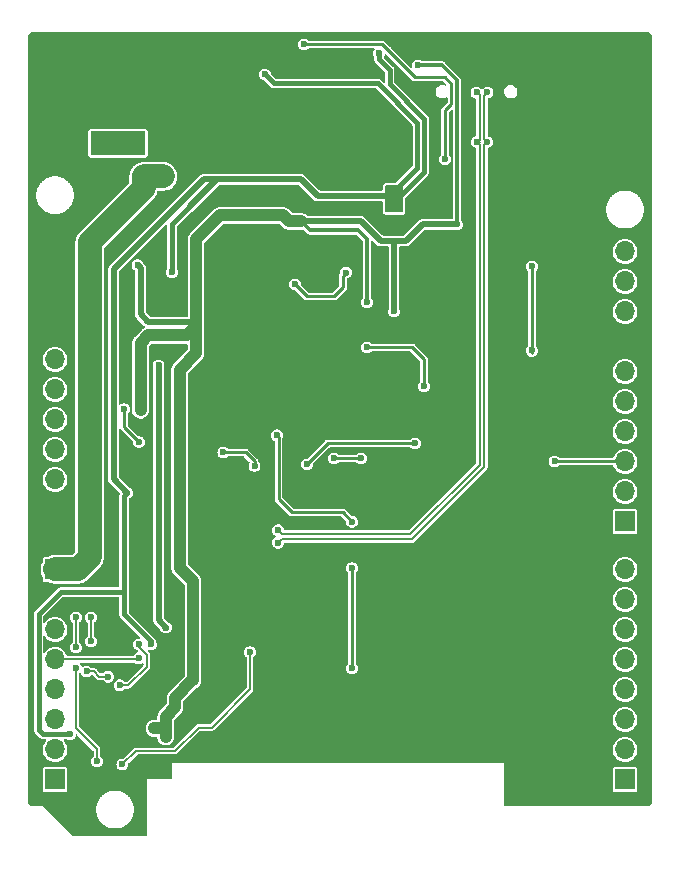
<source format=gbr>
%TF.GenerationSoftware,KiCad,Pcbnew,7.0.9*%
%TF.CreationDate,2024-03-12T23:32:04+08:00*%
%TF.ProjectId,picoduino,7069636f-6475-4696-9e6f-2e6b69636164,rev?*%
%TF.SameCoordinates,Original*%
%TF.FileFunction,Copper,L2,Bot*%
%TF.FilePolarity,Positive*%
%FSLAX46Y46*%
G04 Gerber Fmt 4.6, Leading zero omitted, Abs format (unit mm)*
G04 Created by KiCad (PCBNEW 7.0.9) date 2024-03-12 23:32:04*
%MOMM*%
%LPD*%
G01*
G04 APERTURE LIST*
%TA.AperFunction,ComponentPad*%
%ADD10O,1.000000X2.100000*%
%TD*%
%TA.AperFunction,ComponentPad*%
%ADD11O,1.000000X1.600000*%
%TD*%
%TA.AperFunction,ComponentPad*%
%ADD12R,1.700000X1.700000*%
%TD*%
%TA.AperFunction,ComponentPad*%
%ADD13O,1.700000X1.700000*%
%TD*%
%TA.AperFunction,ComponentPad*%
%ADD14R,4.600000X2.000000*%
%TD*%
%TA.AperFunction,ComponentPad*%
%ADD15O,4.200000X2.000000*%
%TD*%
%TA.AperFunction,ComponentPad*%
%ADD16O,2.000000X4.200000*%
%TD*%
%TA.AperFunction,ViaPad*%
%ADD17C,0.600000*%
%TD*%
%TA.AperFunction,Conductor*%
%ADD18C,1.000000*%
%TD*%
%TA.AperFunction,Conductor*%
%ADD19C,0.500000*%
%TD*%
%TA.AperFunction,Conductor*%
%ADD20C,0.254000*%
%TD*%
%TA.AperFunction,Conductor*%
%ADD21C,0.300000*%
%TD*%
%TA.AperFunction,Conductor*%
%ADD22C,0.250000*%
%TD*%
%TA.AperFunction,Conductor*%
%ADD23C,0.400000*%
%TD*%
%TA.AperFunction,Conductor*%
%ADD24C,0.381000*%
%TD*%
%TA.AperFunction,Conductor*%
%ADD25C,0.152400*%
%TD*%
%TA.AperFunction,Conductor*%
%ADD26C,0.200000*%
%TD*%
%TA.AperFunction,Conductor*%
%ADD27C,2.000000*%
%TD*%
G04 APERTURE END LIST*
D10*
%TO.P,J3,S1,SHIELD*%
%TO.N,GND*%
X169801000Y-76155000D03*
D11*
X169801000Y-71975000D03*
D10*
X161161000Y-76155000D03*
D11*
X161161000Y-71975000D03*
%TD*%
D12*
%TO.P,J7,1,Pin_1*%
%TO.N,/IO0*%
X178054000Y-133858000D03*
D13*
%TO.P,J7,2,Pin_2*%
%TO.N,/IO1*%
X178054000Y-131318000D03*
%TO.P,J7,3,Pin_3*%
%TO.N,/IO2*%
X178054000Y-128778000D03*
%TO.P,J7,4,Pin_4*%
%TO.N,/IO3*%
X178054000Y-126238000D03*
%TO.P,J7,5,Pin_5*%
%TO.N,/IO4*%
X178054000Y-123698000D03*
%TO.P,J7,6,Pin_6*%
%TO.N,/IO5*%
X178054000Y-121158000D03*
%TO.P,J7,7,Pin_7*%
%TO.N,/IO6*%
X178054000Y-118618000D03*
%TO.P,J7,8,Pin_8*%
%TO.N,/IO7*%
X178054000Y-116078000D03*
%TD*%
D12*
%TO.P,J4,1,Pin_1*%
%TO.N,/PWR_IN*%
X129794000Y-116078000D03*
D13*
%TO.P,J4,2,Pin_2*%
%TO.N,GND*%
X129794000Y-113538000D03*
%TO.P,J4,3,Pin_3*%
X129794000Y-110998000D03*
%TO.P,J4,4,Pin_4*%
%TO.N,+5V*%
X129794000Y-108458000D03*
%TO.P,J4,5,Pin_5*%
%TO.N,+3V3*%
X129794000Y-105918000D03*
%TO.P,J4,6,Pin_6*%
%TO.N,/~{RESET}*%
X129794000Y-103378000D03*
%TO.P,J4,7,Pin_7*%
%TO.N,+3V3*%
X129794000Y-100838000D03*
%TO.P,J4,8,Pin_8*%
%TO.N,/NC*%
X129794000Y-98298000D03*
%TD*%
D12*
%TO.P,J8,1,Pin_1*%
%TO.N,/IO8*%
X178054000Y-112014000D03*
D13*
%TO.P,J8,2,Pin_2*%
%TO.N,/IO9*%
X178054000Y-109474000D03*
%TO.P,J8,3,Pin_3*%
%TO.N,/CS*%
X178054000Y-106934000D03*
%TO.P,J8,4,Pin_4*%
%TO.N,/MOSI*%
X178054000Y-104394000D03*
%TO.P,J8,5,Pin_5*%
%TO.N,/MISO*%
X178054000Y-101854000D03*
%TO.P,J8,6,Pin_6*%
%TO.N,/SCLK*%
X178054000Y-99314000D03*
%TO.P,J8,7,Pin_7*%
%TO.N,GND*%
X178054000Y-96774000D03*
%TO.P,J8,8,Pin_8*%
%TO.N,/AREF*%
X178054000Y-94234000D03*
%TO.P,J8,9,Pin_9*%
%TO.N,/SDA*%
X178054000Y-91694000D03*
%TO.P,J8,10,Pin_10*%
%TO.N,/SCL*%
X178054000Y-89154000D03*
%TD*%
D12*
%TO.P,J9,1,Pin_1*%
%TO.N,/ADC5*%
X129794000Y-133858000D03*
D13*
%TO.P,J9,2,Pin_2*%
%TO.N,/ADC4*%
X129794000Y-131318000D03*
%TO.P,J9,3,Pin_3*%
%TO.N,/ADC3*%
X129794000Y-128778000D03*
%TO.P,J9,4,Pin_4*%
%TO.N,/ADC2*%
X129794000Y-126238000D03*
%TO.P,J9,5,Pin_5*%
%TO.N,/ADC1*%
X129794000Y-123698000D03*
%TO.P,J9,6,Pin_6*%
%TO.N,/ADC0*%
X129794000Y-121158000D03*
%TD*%
D14*
%TO.P,J5,1*%
%TO.N,Net-(D1-A)*%
X135128000Y-80000000D03*
D15*
%TO.P,J5,2*%
%TO.N,GND*%
X135128000Y-73700000D03*
D16*
%TO.P,J5,3*%
X130328000Y-77100000D03*
%TD*%
D17*
%TO.N,+3V3*%
X141478000Y-125476000D03*
X137033000Y-102616000D03*
X156210000Y-97282000D03*
X163830000Y-86868000D03*
X150622000Y-86614000D03*
X149606000Y-86614000D03*
X160528000Y-73406000D03*
X138176000Y-129540000D03*
X158496000Y-94234000D03*
X161036000Y-100584000D03*
X141732000Y-95504000D03*
X139166500Y-130276500D03*
X136779000Y-90297000D03*
X156210000Y-93472000D03*
%TO.N,+5V*%
X147574000Y-74168000D03*
X139700000Y-90932000D03*
X158246808Y-85262539D03*
X157226000Y-72390000D03*
X158242000Y-84328000D03*
X137922000Y-122428000D03*
X135890000Y-109601000D03*
X131064000Y-130048000D03*
X150114000Y-91948000D03*
X154432000Y-90936000D03*
%TO.N,ADC_REF*%
X139192000Y-120991700D03*
X138557000Y-98806000D03*
%TO.N,/~{RESET}*%
X170180000Y-97536000D03*
X170180000Y-90424000D03*
X136906000Y-105283000D03*
X144044500Y-106172000D03*
X135636000Y-102489000D03*
X151130000Y-107188000D03*
X146685000Y-107315000D03*
X160274000Y-105410000D03*
%TO.N,/CS*%
X172084234Y-106933234D03*
%TO.N,/ADC1*%
X136893645Y-123582022D03*
%TO.N,Net-(Q1-G)*%
X150876000Y-71628000D03*
X162814000Y-81346000D03*
%TO.N,/A1_SW*%
X134302500Y-125158500D03*
X132842000Y-122174000D03*
X132842000Y-120142000D03*
X132461000Y-124714000D03*
%TO.N,/A1*%
X135285207Y-125887207D03*
X136906000Y-122428000D03*
%TO.N,GND*%
X160909000Y-88646000D03*
X135001000Y-128143000D03*
X156718000Y-115570000D03*
X150368000Y-77343000D03*
X140589000Y-87630000D03*
X153416000Y-114554000D03*
X146304000Y-112141000D03*
X147574000Y-84582000D03*
X137033000Y-135255000D03*
X130683000Y-90424000D03*
X150114000Y-118364000D03*
X130937000Y-112141000D03*
X163957000Y-111887000D03*
X143129000Y-91694000D03*
X148590000Y-116586000D03*
X168275000Y-133477000D03*
X145542000Y-90678000D03*
X147066000Y-132080000D03*
X139192000Y-133477000D03*
X151257000Y-76835000D03*
X151130000Y-82296000D03*
X146304000Y-132080000D03*
X156972000Y-132080000D03*
X160528000Y-107950000D03*
X145669000Y-93472000D03*
X162560000Y-129032000D03*
X130937000Y-106680000D03*
X139446000Y-132080000D03*
X162941000Y-107823000D03*
X167386000Y-73152000D03*
X149606000Y-128778000D03*
X149860000Y-102997000D03*
X143129000Y-94107000D03*
X137033000Y-138303000D03*
X147066000Y-98552000D03*
X130937000Y-104140000D03*
X146558000Y-92202000D03*
X146778863Y-82163524D03*
X135890000Y-127508000D03*
X144653000Y-112141000D03*
X164592000Y-102616000D03*
X149352000Y-132080000D03*
X153924000Y-77470000D03*
X137160000Y-114046000D03*
X164338000Y-92964000D03*
X141478000Y-111125000D03*
X150622000Y-115062000D03*
X167386000Y-105156000D03*
X157734000Y-132080000D03*
X167386000Y-92964000D03*
X148590000Y-84582000D03*
X164592000Y-100838000D03*
X160274000Y-129032000D03*
X145542000Y-132080000D03*
X148971000Y-93472000D03*
X146177000Y-101854000D03*
X148971000Y-75819000D03*
X158750000Y-98298000D03*
X153162000Y-116840000D03*
X156210000Y-77470000D03*
X138430000Y-132080000D03*
X163322000Y-100838000D03*
X141732000Y-132080000D03*
X160020000Y-71374000D03*
X143510000Y-110490000D03*
X161544000Y-132080000D03*
X154178000Y-85471000D03*
X137033000Y-133477000D03*
X161671000Y-85217000D03*
X153924000Y-132080000D03*
X174498000Y-81915000D03*
X137033000Y-134366000D03*
X168275000Y-132715000D03*
X167259000Y-81280000D03*
X151638000Y-132080000D03*
X146177000Y-102870000D03*
X157353000Y-89408000D03*
X152273000Y-85471000D03*
X163068000Y-85598000D03*
X134500959Y-132590696D03*
X157353000Y-92710000D03*
X137160000Y-109728000D03*
X155702000Y-128778000D03*
X136130890Y-93555263D03*
X145034000Y-120269000D03*
X150876000Y-128778000D03*
X141478000Y-114427000D03*
X144653000Y-114554000D03*
X167640000Y-85725000D03*
X149860000Y-100516000D03*
X143764000Y-82042000D03*
X137710645Y-128016000D03*
X148336000Y-128778000D03*
X149606000Y-116078000D03*
X144780000Y-132080000D03*
X147955000Y-102235000D03*
X152654000Y-94996000D03*
X160020000Y-132080000D03*
X128778000Y-117983000D03*
X160274000Y-110744000D03*
X163830000Y-132080000D03*
X134620000Y-120650000D03*
X136652000Y-126492000D03*
X150876000Y-132080000D03*
X159004000Y-71882000D03*
X137160000Y-112522000D03*
X172212000Y-81026000D03*
X151765000Y-112141000D03*
X164719000Y-78867000D03*
X163068000Y-132080000D03*
X143256000Y-81280000D03*
X156845000Y-117094000D03*
X172212000Y-79883000D03*
X136271000Y-107696000D03*
X145542000Y-89662000D03*
X136906000Y-127635000D03*
X163068000Y-84328000D03*
X167386000Y-99568000D03*
X159258000Y-110490000D03*
X142494000Y-132080000D03*
X145542000Y-88392000D03*
X164338000Y-89916000D03*
X155194000Y-88392000D03*
X146304000Y-114554000D03*
X144272000Y-126746000D03*
X147574000Y-112141000D03*
X137033000Y-136779000D03*
X159893000Y-85217000D03*
X168275000Y-135001000D03*
X130937000Y-96647000D03*
X145542000Y-94996000D03*
X154432000Y-128778000D03*
X155194000Y-73152000D03*
X139192000Y-132842000D03*
X159766000Y-81534000D03*
X166116000Y-132080000D03*
X154432000Y-82550000D03*
X130683000Y-91821000D03*
X152146000Y-92202000D03*
X137033000Y-136017000D03*
X153162000Y-88392000D03*
X130937000Y-107696000D03*
X158496000Y-132080000D03*
X164592000Y-99314000D03*
X130683000Y-93345000D03*
X136144000Y-92583000D03*
X141732000Y-86106000D03*
X165862000Y-130048000D03*
X153040500Y-73152000D03*
X163830000Y-129032000D03*
X138430000Y-133477000D03*
X140970000Y-132080000D03*
X134620000Y-119380000D03*
X156718000Y-123444000D03*
X147066000Y-87376000D03*
X142240000Y-110490000D03*
X134620000Y-129794000D03*
X137668000Y-133477000D03*
X133776667Y-130220667D03*
X145034000Y-118237000D03*
X167386000Y-102362000D03*
X165100000Y-129032000D03*
X130683000Y-88646000D03*
X138430000Y-127254000D03*
X163322000Y-106172000D03*
X134493000Y-114808000D03*
X167640000Y-89408000D03*
X148844000Y-92202000D03*
X130937000Y-114427000D03*
X134366000Y-122936000D03*
X152400000Y-132080000D03*
X166878000Y-132080000D03*
X147320000Y-93472000D03*
X153162000Y-118364000D03*
X147574000Y-114554000D03*
X148082000Y-87376000D03*
X151892000Y-82550000D03*
X150622000Y-116078000D03*
X153162000Y-128778000D03*
X150622000Y-117094000D03*
X150114000Y-112141000D03*
X171704000Y-84328000D03*
X149479000Y-84582000D03*
X150368000Y-84836000D03*
X145034000Y-98552000D03*
X130937000Y-102489000D03*
X145796000Y-87376000D03*
X143129000Y-89281000D03*
X148590000Y-118110000D03*
X154178000Y-88392000D03*
X173228000Y-82804000D03*
X156972000Y-128778000D03*
X147574000Y-102997000D03*
X157226000Y-73927000D03*
X130683000Y-95123000D03*
X154686000Y-132080000D03*
X153162000Y-89662000D03*
X159766000Y-78994000D03*
X166878000Y-107950000D03*
X147574000Y-94996000D03*
X164338000Y-73152000D03*
X159766000Y-80264000D03*
X138938000Y-126492000D03*
X152146000Y-128778000D03*
X164592000Y-84836000D03*
X140589000Y-89154000D03*
X159258000Y-132080000D03*
X151638000Y-116078000D03*
X141478000Y-113157000D03*
X165394000Y-73152000D03*
X138303000Y-91567000D03*
X148590000Y-132080000D03*
X164592000Y-132080000D03*
X145542000Y-91948000D03*
X165354000Y-132080000D03*
X138938000Y-124460000D03*
X134366000Y-112395000D03*
X156718000Y-112268000D03*
X157226000Y-77470000D03*
X165354000Y-110744000D03*
X160782000Y-132080000D03*
X162560000Y-98552000D03*
X158496000Y-77470000D03*
X145034000Y-116332000D03*
X158242000Y-110490000D03*
X157480000Y-94996000D03*
X143256000Y-132080000D03*
X144272000Y-124206000D03*
X163322000Y-73152000D03*
X130937000Y-101600000D03*
X139954000Y-124460000D03*
X155448000Y-132080000D03*
X130937000Y-99441000D03*
X136779000Y-132334000D03*
X145796000Y-128778000D03*
X162306000Y-132080000D03*
X168275000Y-134239000D03*
X132842000Y-127508000D03*
X151511000Y-75819000D03*
X164719000Y-81407000D03*
X154432000Y-83566000D03*
X156718000Y-119126000D03*
X144780000Y-128778000D03*
X143637000Y-84201000D03*
X139827000Y-97663000D03*
X140208000Y-132080000D03*
X149352000Y-98552000D03*
X164592000Y-85979000D03*
X168275000Y-135763000D03*
X144907000Y-99949000D03*
X138430000Y-97663000D03*
X160909000Y-90805000D03*
X151638000Y-118364000D03*
X154940000Y-77470000D03*
X172212000Y-78867000D03*
X161544000Y-129032000D03*
X142255464Y-81295464D03*
X147828000Y-132080000D03*
X146420000Y-83958000D03*
X172212000Y-77724000D03*
X163322000Y-102616000D03*
X156210000Y-132080000D03*
X144018000Y-132080000D03*
X150368000Y-75819000D03*
X137033000Y-137541000D03*
X133858000Y-122174000D03*
X153162000Y-132080000D03*
X167640000Y-132080000D03*
X135763000Y-95758000D03*
X149860000Y-101854000D03*
X154940000Y-94996000D03*
X150114000Y-94996000D03*
X147828000Y-92202000D03*
X150114000Y-132080000D03*
X137160000Y-111125000D03*
X152146000Y-89916000D03*
X159512000Y-94996000D03*
X164592000Y-104394000D03*
X147066000Y-128778000D03*
X134620000Y-126492000D03*
X153416000Y-112141000D03*
%TO.N,Net-(U1-BOOTSEL)*%
X154940000Y-124460000D03*
X154940000Y-115951000D03*
X148590000Y-104716000D03*
X154940000Y-112049500D03*
%TO.N,/A2*%
X146304000Y-123063000D03*
X135500458Y-132588000D03*
%TO.N,Net-(J2-SWDIO{slash}TMS)*%
X155702000Y-106680000D03*
X153416000Y-106680000D03*
%TO.N,/A2_SW*%
X131572000Y-120142000D03*
X131572000Y-124460000D03*
X133350000Y-132334000D03*
X131572000Y-122682000D03*
%TO.N,/USB_N*%
X166370000Y-79883000D03*
X148677249Y-113809000D03*
X166410703Y-75692000D03*
%TO.N,/USB_P*%
X165481000Y-75692000D03*
X148677249Y-112759000D03*
X165535500Y-79883000D03*
%TO.N,/PWR_IN*%
X137287000Y-82804000D03*
X138938000Y-82804000D03*
X138176000Y-82804000D03*
X138938000Y-82804000D03*
%TD*%
D18*
%TO.N,+3V3*%
X141732000Y-97790000D02*
X140335000Y-99187000D01*
D19*
X150368000Y-86614000D02*
X150622000Y-86614000D01*
D18*
X137033000Y-96901000D02*
X137668000Y-96266000D01*
X141732000Y-88138000D02*
X141732000Y-95504000D01*
X139954000Y-126936500D02*
X139954000Y-127762000D01*
D19*
X137033000Y-90551000D02*
X137033000Y-94488000D01*
D20*
X160020000Y-97282000D02*
X156210000Y-97282000D01*
D21*
X151384000Y-87376000D02*
X155448000Y-87376000D01*
D18*
X139954000Y-127762000D02*
X139166500Y-128549500D01*
D21*
X162560000Y-73406000D02*
X160528000Y-73406000D01*
D19*
X141732000Y-95504000D02*
X141986000Y-95250000D01*
D18*
X139166500Y-129413000D02*
X139166500Y-130276500D01*
D19*
X160909000Y-86868000D02*
X163830000Y-86868000D01*
X155702000Y-86614000D02*
X157353000Y-88265000D01*
D18*
X139166500Y-128549500D02*
X139166500Y-129413000D01*
D21*
X163830000Y-74676000D02*
X162560000Y-73406000D01*
D18*
X140335000Y-115951000D02*
X141478000Y-117094000D01*
X140970000Y-96266000D02*
X141732000Y-95504000D01*
X141478000Y-117094000D02*
X141478000Y-125476000D01*
D20*
X161036000Y-100584000D02*
X161036000Y-98298000D01*
D18*
X150622000Y-86614000D02*
X149606000Y-86614000D01*
D21*
X155448000Y-87376000D02*
X156210000Y-88138000D01*
X150622000Y-86614000D02*
X151384000Y-87376000D01*
D18*
X141414500Y-125476000D02*
X139954000Y-126936500D01*
X139039500Y-129540000D02*
X139166500Y-129413000D01*
D19*
X157353000Y-88265000D02*
X158496000Y-88265000D01*
D18*
X138176000Y-129540000D02*
X139039500Y-129540000D01*
D21*
X163830000Y-86868000D02*
X163830000Y-74676000D01*
D18*
X140335000Y-99187000D02*
X140335000Y-115951000D01*
D21*
X156210000Y-88138000D02*
X156210000Y-93472000D01*
D18*
X149098000Y-86106000D02*
X143764000Y-86106000D01*
D19*
X150622000Y-86614000D02*
X155702000Y-86614000D01*
D18*
X137668000Y-96266000D02*
X140970000Y-96266000D01*
D20*
X161036000Y-98298000D02*
X160020000Y-97282000D01*
D19*
X159512000Y-88265000D02*
X160909000Y-86868000D01*
X137033000Y-94488000D02*
X137668000Y-95123000D01*
X137668000Y-95123000D02*
X141351000Y-95123000D01*
D18*
X143764000Y-86106000D02*
X141732000Y-88138000D01*
X141478000Y-125476000D02*
X141414500Y-125476000D01*
D19*
X158496000Y-88265000D02*
X158496000Y-94234000D01*
X158496000Y-88265000D02*
X159512000Y-88265000D01*
X136779000Y-90297000D02*
X137033000Y-90551000D01*
D18*
X137033000Y-102616000D02*
X137033000Y-96901000D01*
X149606000Y-86614000D02*
X149098000Y-86106000D01*
X141732000Y-95504000D02*
X141732000Y-97790000D01*
D19*
X141351000Y-95123000D02*
X141732000Y-95504000D01*
%TO.N,+5V*%
X152019000Y-84455000D02*
X158115000Y-84455000D01*
D22*
X154432000Y-90936000D02*
X154178000Y-91190000D01*
D23*
X157226000Y-72390000D02*
X157226000Y-72898000D01*
D19*
X134747000Y-90678000D02*
X142367000Y-83058000D01*
D22*
X151130000Y-92964000D02*
X150114000Y-91948000D01*
D19*
X143510000Y-83058000D02*
X144780000Y-83058000D01*
D24*
X135636000Y-119888000D02*
X135636000Y-117983000D01*
D19*
X142367000Y-83058000D02*
X144780000Y-83058000D01*
X150622000Y-83058000D02*
X152019000Y-84455000D01*
D22*
X154178000Y-92202000D02*
X153416000Y-92964000D01*
X154178000Y-91190000D02*
X154178000Y-92202000D01*
D19*
X158246808Y-85262539D02*
X158246808Y-84332808D01*
D23*
X158115000Y-74996659D02*
X161036000Y-77917659D01*
X161036000Y-77917659D02*
X161036000Y-82423000D01*
D24*
X128397000Y-129667000D02*
X128778000Y-130048000D01*
D19*
X158115000Y-84455000D02*
X158242000Y-84328000D01*
D23*
X157099000Y-74930000D02*
X160469200Y-78300200D01*
X160469200Y-82100800D02*
X158242000Y-84328000D01*
D24*
X135636000Y-117983000D02*
X130302000Y-117983000D01*
X130302000Y-117983000D02*
X128397000Y-119888000D01*
X135636000Y-110744000D02*
X135636000Y-111887000D01*
D23*
X160469200Y-78300200D02*
X160469200Y-82100800D01*
D22*
X153416000Y-92964000D02*
X151130000Y-92964000D01*
D19*
X158246808Y-84332808D02*
X158242000Y-84328000D01*
X135890000Y-109601000D02*
X134747000Y-108458000D01*
D23*
X139700000Y-90932000D02*
X139700000Y-86868000D01*
D19*
X144780000Y-83058000D02*
X150622000Y-83058000D01*
D24*
X128778000Y-130048000D02*
X131064000Y-130048000D01*
D19*
X134747000Y-108458000D02*
X134747000Y-90678000D01*
D24*
X137922000Y-122428000D02*
X137922000Y-122174000D01*
D23*
X159131000Y-84328000D02*
X158242000Y-84328000D01*
X158115000Y-73787000D02*
X158115000Y-74996659D01*
X139700000Y-86868000D02*
X141224000Y-85344000D01*
D24*
X137922000Y-122174000D02*
X135636000Y-119888000D01*
D23*
X148336000Y-74930000D02*
X157099000Y-74930000D01*
D24*
X135636000Y-111887000D02*
X135636000Y-117983000D01*
D19*
X141224000Y-85344000D02*
X143510000Y-83058000D01*
D23*
X157226000Y-72898000D02*
X158115000Y-73787000D01*
D24*
X128397000Y-119888000D02*
X128397000Y-129667000D01*
D23*
X161036000Y-82423000D02*
X159131000Y-84328000D01*
D24*
X135636000Y-111887000D02*
X135636000Y-109855000D01*
X135636000Y-109855000D02*
X135890000Y-109601000D01*
D23*
X147574000Y-74168000D02*
X148336000Y-74930000D01*
D19*
%TO.N,ADC_REF*%
X138557000Y-120356700D02*
X139192000Y-120991700D01*
X138557000Y-98806000D02*
X138557000Y-120356700D01*
D20*
%TO.N,/~{RESET}*%
X151130000Y-107188000D02*
X152908000Y-105410000D01*
X146685000Y-107315000D02*
X146685000Y-106934000D01*
X170180000Y-97790000D02*
X170180000Y-97536000D01*
X170180000Y-90424000D02*
X170180000Y-97536000D01*
X152908000Y-105410000D02*
X160274000Y-105410000D01*
X146685000Y-106934000D02*
X145923000Y-106172000D01*
X135636000Y-102489000D02*
X135636000Y-104013000D01*
X135636000Y-104013000D02*
X136906000Y-105283000D01*
X145923000Y-106172000D02*
X144044500Y-106172000D01*
%TO.N,/CS*%
X172084234Y-106933234D02*
X172085000Y-106934000D01*
X172085000Y-106934000D02*
X178054000Y-106934000D01*
D25*
%TO.N,/ADC1*%
X129794000Y-123698000D02*
X136906000Y-123698000D01*
X136906000Y-123594377D02*
X136893645Y-123582022D01*
X136906000Y-123698000D02*
X136906000Y-123594377D01*
D22*
%TO.N,Net-(Q1-G)*%
X150876000Y-71628000D02*
X157489305Y-71628000D01*
X163351800Y-74959800D02*
X163351800Y-76678200D01*
X157489305Y-71628000D02*
X157951000Y-72089695D01*
X163351800Y-76678200D02*
X162814000Y-77216000D01*
X162814000Y-74422000D02*
X163351800Y-74959800D01*
X162814000Y-77216000D02*
X162814000Y-81346000D01*
X157951000Y-72099000D02*
X160274000Y-74422000D01*
X157951000Y-72089695D02*
X157951000Y-72099000D01*
X160274000Y-74422000D02*
X162814000Y-74422000D01*
D25*
%TO.N,/A1_SW*%
X132461000Y-124714000D02*
X133096000Y-124714000D01*
X132842000Y-122174000D02*
X132842000Y-120142000D01*
X133540500Y-125158500D02*
X134302500Y-125158500D01*
X133096000Y-124714000D02*
X133540500Y-125158500D01*
%TO.N,/A1*%
X135986793Y-125887207D02*
X137569845Y-124304155D01*
X135285207Y-125887207D02*
X135986793Y-125887207D01*
X137569845Y-124304155D02*
X137569845Y-123301930D01*
X136906000Y-122638085D02*
X136906000Y-122428000D01*
X137569845Y-123301930D02*
X136906000Y-122638085D01*
D23*
%TO.N,GND*%
X157226000Y-77470000D02*
X158496000Y-77470000D01*
D24*
X129794000Y-110998000D02*
X129794000Y-113538000D01*
D22*
%TO.N,Net-(U1-BOOTSEL)*%
X148717000Y-110109000D02*
X149860000Y-111252000D01*
X148590000Y-104716000D02*
X148717000Y-104843000D01*
X154142500Y-111252000D02*
X154940000Y-112049500D01*
X149860000Y-111252000D02*
X154142500Y-111252000D01*
X148717000Y-104843000D02*
X148717000Y-110109000D01*
X154940000Y-124460000D02*
X154940000Y-115951000D01*
D25*
%TO.N,/A2*%
X143078200Y-129463800D02*
X146304000Y-126238000D01*
X139973236Y-131445000D02*
X141954436Y-129463800D01*
X146304000Y-126238000D02*
X146304000Y-123063000D01*
X135500458Y-132588000D02*
X136643458Y-131445000D01*
X141954436Y-129463800D02*
X143078200Y-129463800D01*
X136643458Y-131445000D02*
X139973236Y-131445000D01*
D20*
%TO.N,Net-(J2-SWDIO{slash}TMS)*%
X153416000Y-106680000D02*
X155702000Y-106680000D01*
D25*
%TO.N,/A2_SW*%
X131572000Y-129540000D02*
X131572000Y-124460000D01*
X133350000Y-131318000D02*
X131572000Y-129540000D01*
X131572000Y-122682000D02*
X131572000Y-120142000D01*
X133350000Y-132334000D02*
X133350000Y-131318000D01*
D26*
%TO.N,/USB_N*%
X160008828Y-113509001D02*
X148977248Y-113509001D01*
X166138200Y-79651200D02*
X166370000Y-79883000D01*
X166410703Y-75692000D02*
X166138200Y-75964503D01*
X166138200Y-107379629D02*
X166138200Y-80114800D01*
X166138200Y-80114800D02*
X166370000Y-79883000D01*
X166370000Y-79883000D02*
X166163200Y-79883000D01*
X148977248Y-113509001D02*
X148677249Y-113809000D01*
X166138200Y-107379629D02*
X160008828Y-113509001D01*
X166138200Y-75964503D02*
X166138200Y-79651200D01*
%TO.N,/USB_P*%
X159888619Y-113058999D02*
X148977248Y-113058999D01*
X165735000Y-75946000D02*
X165481000Y-75692000D01*
X165535500Y-79883000D02*
X165735000Y-79883000D01*
X165735000Y-75946000D02*
X165735000Y-79683500D01*
X165735000Y-80082500D02*
X165735000Y-107212618D01*
X165735000Y-107212618D02*
X159888619Y-113058999D01*
X165735000Y-79683500D02*
X165535500Y-79883000D01*
X148977248Y-113058999D02*
X148677249Y-112759000D01*
X165535500Y-79883000D02*
X165735000Y-80082500D01*
D27*
%TO.N,/PWR_IN*%
X137287000Y-83820000D02*
X132715000Y-88392000D01*
X137287000Y-82804000D02*
X137287000Y-83820000D01*
X132715000Y-88392000D02*
X132715000Y-115062000D01*
X132715000Y-115062000D02*
X131699000Y-116078000D01*
X138938000Y-82804000D02*
X137287000Y-82804000D01*
X131699000Y-116078000D02*
X129794000Y-116078000D01*
%TD*%
%TA.AperFunction,Conductor*%
%TO.N,GND*%
G36*
X135218138Y-118391593D02*
G01*
X135243858Y-118436142D01*
X135245000Y-118449200D01*
X135245000Y-119949930D01*
X135252797Y-119973927D01*
X135255551Y-119985397D01*
X135257791Y-119999540D01*
X135259501Y-120010331D01*
X135259503Y-120010338D01*
X135270958Y-120032820D01*
X135275473Y-120043718D01*
X135283273Y-120067723D01*
X135298109Y-120088143D01*
X135304273Y-120098201D01*
X135315732Y-120120691D01*
X135407590Y-120212549D01*
X135407604Y-120212561D01*
X136994169Y-121799126D01*
X137015909Y-121845746D01*
X137002595Y-121895433D01*
X136960458Y-121924938D01*
X136940995Y-121927500D01*
X136834036Y-121927500D01*
X136695948Y-121968046D01*
X136574874Y-122045855D01*
X136574872Y-122045856D01*
X136480624Y-122154624D01*
X136480622Y-122154627D01*
X136420835Y-122285540D01*
X136400353Y-122428000D01*
X136420835Y-122570459D01*
X136480622Y-122701372D01*
X136480624Y-122701375D01*
X136499163Y-122722770D01*
X136574872Y-122810143D01*
X136695947Y-122887953D01*
X136774658Y-122911064D01*
X136806646Y-122930044D01*
X136837534Y-122960932D01*
X136859274Y-123007552D01*
X136845960Y-123057239D01*
X136805546Y-123086260D01*
X136683593Y-123122068D01*
X136562519Y-123199877D01*
X136562517Y-123199878D01*
X136468269Y-123308646D01*
X136468267Y-123308649D01*
X136436897Y-123377340D01*
X136400813Y-123414000D01*
X136368493Y-123421300D01*
X130863606Y-123421300D01*
X130815268Y-123403707D01*
X130791644Y-123367930D01*
X130769232Y-123294046D01*
X130671685Y-123111550D01*
X130540410Y-122951590D01*
X130380450Y-122820315D01*
X130380445Y-122820312D01*
X130197959Y-122722770D01*
X130197947Y-122722765D01*
X130063560Y-122682000D01*
X131066353Y-122682000D01*
X131086835Y-122824459D01*
X131146622Y-122955372D01*
X131146624Y-122955375D01*
X131168982Y-122981177D01*
X131240872Y-123064143D01*
X131361947Y-123141953D01*
X131500039Y-123182500D01*
X131500042Y-123182500D01*
X131643958Y-123182500D01*
X131643961Y-123182500D01*
X131782053Y-123141953D01*
X131903128Y-123064143D01*
X131997377Y-122955373D01*
X132057165Y-122824457D01*
X132077647Y-122682000D01*
X132057165Y-122539543D01*
X132015071Y-122447372D01*
X131997377Y-122408627D01*
X131997375Y-122408624D01*
X131962050Y-122367857D01*
X131903128Y-122299857D01*
X131883242Y-122287077D01*
X131852091Y-122246144D01*
X131848700Y-122223816D01*
X131848700Y-122174000D01*
X132336353Y-122174000D01*
X132356835Y-122316459D01*
X132416622Y-122447372D01*
X132416624Y-122447375D01*
X132496488Y-122539543D01*
X132510872Y-122556143D01*
X132631947Y-122633953D01*
X132770039Y-122674500D01*
X132770042Y-122674500D01*
X132913958Y-122674500D01*
X132913961Y-122674500D01*
X133052053Y-122633953D01*
X133173128Y-122556143D01*
X133267377Y-122447373D01*
X133327165Y-122316457D01*
X133347647Y-122174000D01*
X133327165Y-122031543D01*
X133323678Y-122023908D01*
X133267377Y-121900627D01*
X133267375Y-121900624D01*
X133226740Y-121853729D01*
X133173128Y-121791857D01*
X133153242Y-121779077D01*
X133122091Y-121738144D01*
X133118700Y-121715816D01*
X133118700Y-120600184D01*
X133136293Y-120551846D01*
X133153244Y-120536922D01*
X133173125Y-120524145D01*
X133173125Y-120524144D01*
X133173128Y-120524143D01*
X133267377Y-120415373D01*
X133327165Y-120284457D01*
X133347647Y-120142000D01*
X133327165Y-119999543D01*
X133315466Y-119973927D01*
X133267377Y-119868627D01*
X133267375Y-119868624D01*
X133173127Y-119759856D01*
X133173125Y-119759855D01*
X133072045Y-119694895D01*
X133052053Y-119682047D01*
X133052052Y-119682046D01*
X132913963Y-119641500D01*
X132913961Y-119641500D01*
X132770039Y-119641500D01*
X132770036Y-119641500D01*
X132631948Y-119682046D01*
X132510874Y-119759855D01*
X132510872Y-119759856D01*
X132416624Y-119868624D01*
X132416622Y-119868627D01*
X132356835Y-119999540D01*
X132336353Y-120142000D01*
X132356835Y-120284459D01*
X132416622Y-120415372D01*
X132416624Y-120415375D01*
X132431185Y-120432179D01*
X132510872Y-120524143D01*
X132510873Y-120524143D01*
X132510874Y-120524145D01*
X132530756Y-120536922D01*
X132561909Y-120577855D01*
X132565300Y-120600184D01*
X132565300Y-121715816D01*
X132547707Y-121764154D01*
X132530758Y-121779076D01*
X132510872Y-121791857D01*
X132416624Y-121900624D01*
X132416622Y-121900627D01*
X132356835Y-122031540D01*
X132336353Y-122174000D01*
X131848700Y-122174000D01*
X131848700Y-120600184D01*
X131866293Y-120551846D01*
X131883244Y-120536922D01*
X131903125Y-120524145D01*
X131903125Y-120524144D01*
X131903128Y-120524143D01*
X131997377Y-120415373D01*
X132057165Y-120284457D01*
X132077647Y-120142000D01*
X132057165Y-119999543D01*
X132045466Y-119973927D01*
X131997377Y-119868627D01*
X131997375Y-119868624D01*
X131903127Y-119759856D01*
X131903125Y-119759855D01*
X131802045Y-119694895D01*
X131782053Y-119682047D01*
X131782052Y-119682046D01*
X131643963Y-119641500D01*
X131643961Y-119641500D01*
X131500039Y-119641500D01*
X131500036Y-119641500D01*
X131361948Y-119682046D01*
X131240874Y-119759855D01*
X131240872Y-119759856D01*
X131146624Y-119868624D01*
X131146622Y-119868627D01*
X131086835Y-119999540D01*
X131066353Y-120142000D01*
X131086835Y-120284459D01*
X131146622Y-120415372D01*
X131146624Y-120415375D01*
X131161185Y-120432179D01*
X131240872Y-120524143D01*
X131240873Y-120524143D01*
X131240874Y-120524145D01*
X131260756Y-120536922D01*
X131291909Y-120577855D01*
X131295300Y-120600184D01*
X131295300Y-122223816D01*
X131277707Y-122272154D01*
X131260758Y-122287076D01*
X131240872Y-122299857D01*
X131146624Y-122408624D01*
X131146622Y-122408627D01*
X131086835Y-122539540D01*
X131066353Y-122682000D01*
X130063560Y-122682000D01*
X129999932Y-122662699D01*
X129794000Y-122642417D01*
X129588067Y-122662699D01*
X129390052Y-122722765D01*
X129390040Y-122722770D01*
X129207554Y-122820312D01*
X129207549Y-122820315D01*
X129047586Y-122951592D01*
X128921330Y-123105437D01*
X128877065Y-123131642D01*
X128826313Y-123123262D01*
X128792820Y-123084220D01*
X128788000Y-123057731D01*
X128788000Y-121798268D01*
X128805593Y-121749930D01*
X128850142Y-121724210D01*
X128900800Y-121733143D01*
X128921330Y-121750561D01*
X129047590Y-121904410D01*
X129207550Y-122035685D01*
X129226580Y-122045857D01*
X129355848Y-122114953D01*
X129390046Y-122133232D01*
X129390050Y-122133233D01*
X129390052Y-122133234D01*
X129460567Y-122154624D01*
X129588066Y-122193300D01*
X129794000Y-122213583D01*
X129999934Y-122193300D01*
X130197954Y-122133232D01*
X130380450Y-122035685D01*
X130540410Y-121904410D01*
X130671685Y-121744450D01*
X130769232Y-121561954D01*
X130829300Y-121363934D01*
X130849583Y-121158000D01*
X130829300Y-120952066D01*
X130769232Y-120754046D01*
X130671685Y-120571550D01*
X130540410Y-120411590D01*
X130380450Y-120280315D01*
X130380445Y-120280312D01*
X130197959Y-120182770D01*
X130197947Y-120182765D01*
X129999932Y-120122699D01*
X129794000Y-120102417D01*
X129588067Y-120122699D01*
X129390052Y-120182765D01*
X129390040Y-120182770D01*
X129207554Y-120280312D01*
X129207549Y-120280315D01*
X129047586Y-120411592D01*
X128921330Y-120565437D01*
X128877065Y-120591642D01*
X128826313Y-120583262D01*
X128792820Y-120544220D01*
X128788000Y-120517731D01*
X128788000Y-120081105D01*
X128805593Y-120032767D01*
X128810026Y-120027931D01*
X130441931Y-118396026D01*
X130488551Y-118374286D01*
X130495105Y-118374000D01*
X135169800Y-118374000D01*
X135218138Y-118391593D01*
G37*
%TD.AperFunction*%
%TA.AperFunction,Conductor*%
G36*
X180103190Y-70629593D02*
G01*
X180108026Y-70634026D01*
X180317974Y-70843974D01*
X180339714Y-70890594D01*
X180340000Y-70897148D01*
X180340000Y-135858852D01*
X180322407Y-135907190D01*
X180317974Y-135912026D01*
X180108026Y-136121974D01*
X180061406Y-136143714D01*
X180054852Y-136144000D01*
X167842200Y-136144000D01*
X167793862Y-136126407D01*
X167768142Y-136081858D01*
X167767000Y-136068800D01*
X167767000Y-134727748D01*
X177003500Y-134727748D01*
X177015132Y-134786229D01*
X177015133Y-134786231D01*
X177059448Y-134852552D01*
X177125769Y-134896867D01*
X177155010Y-134902683D01*
X177184251Y-134908500D01*
X177184252Y-134908500D01*
X178923749Y-134908500D01*
X178943242Y-134904622D01*
X178982231Y-134896867D01*
X179048552Y-134852552D01*
X179092867Y-134786231D01*
X179104500Y-134727748D01*
X179104500Y-132988252D01*
X179092867Y-132929769D01*
X179048552Y-132863448D01*
X178982231Y-132819133D01*
X178982229Y-132819132D01*
X178923749Y-132807500D01*
X178923748Y-132807500D01*
X177184252Y-132807500D01*
X177184251Y-132807500D01*
X177125770Y-132819132D01*
X177125768Y-132819133D01*
X177059448Y-132863448D01*
X177015133Y-132929768D01*
X177015132Y-132929770D01*
X177003500Y-132988251D01*
X177003500Y-134727748D01*
X167767000Y-134727748D01*
X167767000Y-132461000D01*
X141859000Y-132461000D01*
X139700000Y-132461000D01*
X139700000Y-133782800D01*
X139682407Y-133831138D01*
X139637858Y-133856858D01*
X139624800Y-133858000D01*
X137541000Y-133858000D01*
X137541000Y-138608800D01*
X137523407Y-138657138D01*
X137478858Y-138682858D01*
X137465800Y-138684000D01*
X131349148Y-138684000D01*
X131300810Y-138666407D01*
X131295974Y-138661974D01*
X129032002Y-136398002D01*
X133268551Y-136398002D01*
X133276350Y-136497092D01*
X133276466Y-136500043D01*
X133276466Y-136523727D01*
X133280170Y-136547123D01*
X133280517Y-136550054D01*
X133286879Y-136630879D01*
X133288317Y-136649148D01*
X133288318Y-136649153D01*
X133288319Y-136649158D01*
X133311519Y-136745795D01*
X133312095Y-136748690D01*
X133315801Y-136772088D01*
X133315801Y-136772089D01*
X133323121Y-136794614D01*
X133323918Y-136797440D01*
X133323926Y-136797470D01*
X133347124Y-136894101D01*
X133347126Y-136894107D01*
X133347127Y-136894111D01*
X133363373Y-136933332D01*
X133385169Y-136985955D01*
X133386191Y-136988724D01*
X133393504Y-137011232D01*
X133393507Y-137011239D01*
X133393509Y-137011244D01*
X133404252Y-137032329D01*
X133405488Y-137035010D01*
X133443528Y-137126847D01*
X133443535Y-137126861D01*
X133495476Y-137211623D01*
X133496918Y-137214198D01*
X133507661Y-137235282D01*
X133507664Y-137235286D01*
X133507666Y-137235290D01*
X133512812Y-137242372D01*
X133521586Y-137254451D01*
X133523225Y-137256905D01*
X133575156Y-137341648D01*
X133575166Y-137341661D01*
X133639721Y-137417246D01*
X133641548Y-137419565D01*
X133655467Y-137438722D01*
X133672204Y-137455459D01*
X133674210Y-137457628D01*
X133738775Y-137533223D01*
X133814364Y-137597782D01*
X133816519Y-137599774D01*
X133833276Y-137616531D01*
X133852451Y-137630462D01*
X133854744Y-137632270D01*
X133854756Y-137632280D01*
X133924705Y-137692023D01*
X133930341Y-137696836D01*
X134015088Y-137748769D01*
X134017542Y-137750409D01*
X134036708Y-137764333D01*
X134057804Y-137775082D01*
X134060380Y-137776525D01*
X134145136Y-137828463D01*
X134145141Y-137828466D01*
X134236995Y-137866513D01*
X134239662Y-137867743D01*
X134260760Y-137878493D01*
X134260762Y-137878493D01*
X134260763Y-137878494D01*
X134283276Y-137885809D01*
X134286048Y-137886831D01*
X134377889Y-137924873D01*
X134474567Y-137948083D01*
X134477354Y-137948869D01*
X134499910Y-137956198D01*
X134523343Y-137959909D01*
X134526173Y-137960472D01*
X134622852Y-137983683D01*
X134721977Y-137991484D01*
X134724835Y-137991822D01*
X134748271Y-137995534D01*
X134748275Y-137995534D01*
X134771957Y-137995534D01*
X134774902Y-137995649D01*
X134820618Y-137999247D01*
X134873997Y-138003449D01*
X134874000Y-138003449D01*
X134874003Y-138003449D01*
X134927381Y-137999247D01*
X134973097Y-137995649D01*
X134976043Y-137995534D01*
X134999726Y-137995534D01*
X134999729Y-137995534D01*
X135023162Y-137991822D01*
X135026022Y-137991484D01*
X135125148Y-137983683D01*
X135221825Y-137960472D01*
X135224676Y-137959906D01*
X135248090Y-137956198D01*
X135248098Y-137956195D01*
X135248100Y-137956195D01*
X135254978Y-137953959D01*
X135270639Y-137948871D01*
X135273415Y-137948087D01*
X135370111Y-137924873D01*
X135461965Y-137886825D01*
X135464705Y-137885815D01*
X135480605Y-137880648D01*
X135487232Y-137878496D01*
X135487235Y-137878494D01*
X135487240Y-137878493D01*
X135508364Y-137867729D01*
X135510995Y-137866516D01*
X135602859Y-137828466D01*
X135687652Y-137776504D01*
X135690153Y-137775103D01*
X135711290Y-137764334D01*
X135730456Y-137750409D01*
X135732890Y-137748782D01*
X135817659Y-137696836D01*
X135893272Y-137632255D01*
X135895526Y-137630478D01*
X135914724Y-137616531D01*
X135931497Y-137599757D01*
X135933612Y-137597802D01*
X136009224Y-137533224D01*
X136073802Y-137457612D01*
X136075757Y-137455497D01*
X136092531Y-137438724D01*
X136106478Y-137419526D01*
X136108255Y-137417272D01*
X136172836Y-137341659D01*
X136224782Y-137256890D01*
X136226413Y-137254451D01*
X136240334Y-137235290D01*
X136251103Y-137214153D01*
X136252504Y-137211652D01*
X136304466Y-137126859D01*
X136342516Y-137034995D01*
X136343729Y-137032364D01*
X136354493Y-137011240D01*
X136361815Y-136988705D01*
X136362830Y-136985955D01*
X136400873Y-136894111D01*
X136424087Y-136797415D01*
X136424871Y-136794639D01*
X136432198Y-136772090D01*
X136435906Y-136748676D01*
X136436472Y-136745825D01*
X136459683Y-136649148D01*
X136467484Y-136550025D01*
X136467823Y-136547159D01*
X136471534Y-136523729D01*
X136472170Y-136491287D01*
X136472275Y-136489142D01*
X136479449Y-136398000D01*
X136479406Y-136397459D01*
X136478561Y-136386725D01*
X136472276Y-136306861D01*
X136472170Y-136304708D01*
X136471534Y-136272271D01*
X136467822Y-136248837D01*
X136467484Y-136245977D01*
X136459683Y-136146852D01*
X136436472Y-136050173D01*
X136435909Y-136047343D01*
X136432198Y-136023910D01*
X136424869Y-136001354D01*
X136424083Y-135998567D01*
X136400873Y-135901889D01*
X136362831Y-135810047D01*
X136361809Y-135807276D01*
X136354494Y-135784763D01*
X136354493Y-135784762D01*
X136354493Y-135784760D01*
X136343743Y-135763662D01*
X136342513Y-135760995D01*
X136304466Y-135669141D01*
X136304463Y-135669136D01*
X136252525Y-135584380D01*
X136251082Y-135581804D01*
X136240333Y-135560708D01*
X136226409Y-135541542D01*
X136224769Y-135539088D01*
X136174978Y-135457837D01*
X136172836Y-135454341D01*
X136108270Y-135378744D01*
X136106462Y-135376451D01*
X136092531Y-135357276D01*
X136075774Y-135340519D01*
X136073782Y-135338364D01*
X136009223Y-135262775D01*
X135933628Y-135198210D01*
X135931459Y-135196204D01*
X135914722Y-135179467D01*
X135895565Y-135165548D01*
X135893246Y-135163721D01*
X135817661Y-135099166D01*
X135817659Y-135099164D01*
X135817656Y-135099162D01*
X135817648Y-135099156D01*
X135732905Y-135047225D01*
X135730451Y-135045586D01*
X135718372Y-135036812D01*
X135711290Y-135031666D01*
X135711286Y-135031664D01*
X135711282Y-135031661D01*
X135690198Y-135020918D01*
X135687623Y-135019476D01*
X135602861Y-134967535D01*
X135602847Y-134967528D01*
X135511010Y-134929488D01*
X135508329Y-134928252D01*
X135487244Y-134917509D01*
X135487243Y-134917508D01*
X135487240Y-134917507D01*
X135464724Y-134910191D01*
X135461955Y-134909169D01*
X135409332Y-134887373D01*
X135370111Y-134871127D01*
X135370107Y-134871126D01*
X135370101Y-134871124D01*
X135323723Y-134859990D01*
X135273440Y-134847918D01*
X135270624Y-134847124D01*
X135257753Y-134842941D01*
X135248088Y-134839801D01*
X135224690Y-134836095D01*
X135221795Y-134835519D01*
X135125158Y-134812319D01*
X135125153Y-134812318D01*
X135125148Y-134812317D01*
X135106879Y-134810879D01*
X135026054Y-134804517D01*
X135023123Y-134804170D01*
X135004623Y-134801241D01*
X134999729Y-134800466D01*
X134999727Y-134800466D01*
X134976043Y-134800466D01*
X134973097Y-134800350D01*
X134927381Y-134796752D01*
X134874003Y-134792551D01*
X134873997Y-134792551D01*
X134820618Y-134796752D01*
X134774902Y-134800350D01*
X134771957Y-134800466D01*
X134748273Y-134800466D01*
X134748271Y-134800466D01*
X134742804Y-134801331D01*
X134724878Y-134804170D01*
X134721947Y-134804517D01*
X134636737Y-134811224D01*
X134622852Y-134812317D01*
X134622848Y-134812317D01*
X134622841Y-134812319D01*
X134526204Y-134835519D01*
X134523309Y-134836095D01*
X134499908Y-134839802D01*
X134477376Y-134847123D01*
X134474534Y-134847924D01*
X134377882Y-134871128D01*
X134286051Y-134909166D01*
X134283283Y-134910187D01*
X134260756Y-134917508D01*
X134239662Y-134928255D01*
X134236983Y-134929490D01*
X134145146Y-134967531D01*
X134145145Y-134967531D01*
X134060376Y-135019476D01*
X134057801Y-135020919D01*
X134036709Y-135031665D01*
X134036707Y-135031667D01*
X134017550Y-135045584D01*
X134015097Y-135047223D01*
X133930340Y-135099164D01*
X133854756Y-135163718D01*
X133852438Y-135165546D01*
X133833283Y-135179463D01*
X133833274Y-135179471D01*
X133816523Y-135196220D01*
X133814357Y-135198222D01*
X133738776Y-135262776D01*
X133674222Y-135338357D01*
X133672220Y-135340523D01*
X133655471Y-135357274D01*
X133655463Y-135357283D01*
X133641546Y-135376438D01*
X133639718Y-135378756D01*
X133575164Y-135454340D01*
X133523223Y-135539097D01*
X133521584Y-135541550D01*
X133507667Y-135560707D01*
X133507665Y-135560709D01*
X133496919Y-135581801D01*
X133495476Y-135584376D01*
X133443531Y-135669145D01*
X133443531Y-135669146D01*
X133405490Y-135760983D01*
X133404255Y-135763662D01*
X133393508Y-135784756D01*
X133386187Y-135807283D01*
X133385166Y-135810051D01*
X133347128Y-135901882D01*
X133323924Y-135998534D01*
X133323123Y-136001376D01*
X133315802Y-136023908D01*
X133312095Y-136047309D01*
X133311519Y-136050204D01*
X133288319Y-136146841D01*
X133288317Y-136146848D01*
X133288318Y-136146850D01*
X133288317Y-136146854D01*
X133280517Y-136245947D01*
X133280170Y-136248878D01*
X133276466Y-136272273D01*
X133276466Y-136295955D01*
X133276350Y-136298906D01*
X133268551Y-136397997D01*
X133268551Y-136398002D01*
X129032002Y-136398002D01*
X128778000Y-136144000D01*
X127793148Y-136144000D01*
X127744810Y-136126407D01*
X127739974Y-136121974D01*
X127530026Y-135912026D01*
X127508286Y-135865406D01*
X127508000Y-135858852D01*
X127508000Y-134727748D01*
X128743500Y-134727748D01*
X128755132Y-134786229D01*
X128755133Y-134786231D01*
X128799448Y-134852552D01*
X128865769Y-134896867D01*
X128895010Y-134902683D01*
X128924251Y-134908500D01*
X128924252Y-134908500D01*
X130663749Y-134908500D01*
X130683242Y-134904622D01*
X130722231Y-134896867D01*
X130788552Y-134852552D01*
X130832867Y-134786231D01*
X130844500Y-134727748D01*
X130844500Y-132988252D01*
X130832867Y-132929769D01*
X130788552Y-132863448D01*
X130722231Y-132819133D01*
X130722229Y-132819132D01*
X130663749Y-132807500D01*
X130663748Y-132807500D01*
X128924252Y-132807500D01*
X128924251Y-132807500D01*
X128865770Y-132819132D01*
X128865768Y-132819133D01*
X128799448Y-132863448D01*
X128755133Y-132929768D01*
X128755132Y-132929770D01*
X128743500Y-132988251D01*
X128743500Y-134727748D01*
X127508000Y-134727748D01*
X127508000Y-129728930D01*
X128006000Y-129728930D01*
X128013797Y-129752927D01*
X128016551Y-129764397D01*
X128020501Y-129789331D01*
X128020503Y-129789338D01*
X128031958Y-129811820D01*
X128036473Y-129822718D01*
X128044273Y-129846723D01*
X128059109Y-129867143D01*
X128065271Y-129877198D01*
X128076731Y-129899689D01*
X128164311Y-129987269D01*
X128164312Y-129987269D01*
X128457730Y-130280688D01*
X128457731Y-130280689D01*
X128519807Y-130342765D01*
X128545311Y-130368269D01*
X128567796Y-130379726D01*
X128577856Y-130385891D01*
X128589726Y-130394514D01*
X128598277Y-130400727D01*
X128622279Y-130408525D01*
X128633180Y-130413040D01*
X128655668Y-130424499D01*
X128680601Y-130428447D01*
X128692066Y-130431199D01*
X128716071Y-130439000D01*
X128747226Y-130439000D01*
X128998981Y-130439000D01*
X129047319Y-130456593D01*
X129073039Y-130501142D01*
X129064106Y-130551800D01*
X129049840Y-130568615D01*
X129050202Y-130568977D01*
X129047595Y-130571583D01*
X128916315Y-130731549D01*
X128916312Y-130731554D01*
X128818770Y-130914040D01*
X128818765Y-130914052D01*
X128758699Y-131112067D01*
X128738417Y-131318000D01*
X128758699Y-131523932D01*
X128818765Y-131721947D01*
X128818770Y-131721959D01*
X128912944Y-131898144D01*
X128916315Y-131904450D01*
X129047590Y-132064410D01*
X129207550Y-132195685D01*
X129390046Y-132293232D01*
X129390050Y-132293233D01*
X129390052Y-132293234D01*
X129460567Y-132314624D01*
X129588066Y-132353300D01*
X129794000Y-132373583D01*
X129999934Y-132353300D01*
X130197954Y-132293232D01*
X130380450Y-132195685D01*
X130540410Y-132064410D01*
X130671685Y-131904450D01*
X130769232Y-131721954D01*
X130829300Y-131523934D01*
X130849583Y-131318000D01*
X130829300Y-131112066D01*
X130769232Y-130914046D01*
X130738863Y-130857231D01*
X130671687Y-130731554D01*
X130671684Y-130731549D01*
X130540404Y-130571583D01*
X130537798Y-130568977D01*
X130538757Y-130568017D01*
X130515107Y-130528061D01*
X130523490Y-130477308D01*
X130562534Y-130443818D01*
X130589019Y-130439000D01*
X130724574Y-130439000D01*
X130765228Y-130450937D01*
X130853947Y-130507953D01*
X130992039Y-130548500D01*
X130992042Y-130548500D01*
X131135958Y-130548500D01*
X131135961Y-130548500D01*
X131274053Y-130507953D01*
X131395128Y-130430143D01*
X131489377Y-130321373D01*
X131549165Y-130190457D01*
X131563231Y-130092621D01*
X131587524Y-130047282D01*
X131635279Y-130028164D01*
X131684150Y-130044214D01*
X131690839Y-130050152D01*
X133051274Y-131410587D01*
X133073014Y-131457207D01*
X133073300Y-131463761D01*
X133073300Y-131875816D01*
X133055707Y-131924154D01*
X133038758Y-131939076D01*
X133018872Y-131951857D01*
X132924624Y-132060624D01*
X132924622Y-132060627D01*
X132864835Y-132191540D01*
X132844353Y-132334000D01*
X132864835Y-132476459D01*
X132924622Y-132607372D01*
X132924624Y-132607375D01*
X133018872Y-132716143D01*
X133139947Y-132793953D01*
X133278039Y-132834500D01*
X133278042Y-132834500D01*
X133421958Y-132834500D01*
X133421961Y-132834500D01*
X133560053Y-132793953D01*
X133681128Y-132716143D01*
X133775377Y-132607373D01*
X133784224Y-132588000D01*
X134994811Y-132588000D01*
X135015293Y-132730459D01*
X135075080Y-132861372D01*
X135075082Y-132861375D01*
X135134345Y-132929768D01*
X135169330Y-132970143D01*
X135290405Y-133047953D01*
X135428497Y-133088500D01*
X135428500Y-133088500D01*
X135572416Y-133088500D01*
X135572419Y-133088500D01*
X135710511Y-133047953D01*
X135831586Y-132970143D01*
X135925835Y-132861373D01*
X135985623Y-132730457D01*
X136006105Y-132588000D01*
X135997089Y-132525295D01*
X136007625Y-132474946D01*
X136018342Y-132461427D01*
X136736046Y-131743724D01*
X136782665Y-131721986D01*
X136789219Y-131721700D01*
X139915836Y-131721700D01*
X139927344Y-131723577D01*
X139927449Y-131722831D01*
X139934344Y-131723793D01*
X139934345Y-131723792D01*
X139934346Y-131723793D01*
X139955157Y-131722831D01*
X139978761Y-131721740D01*
X139980497Y-131721700D01*
X139998873Y-131721700D01*
X139998876Y-131721700D01*
X140002636Y-131720996D01*
X140007802Y-131720396D01*
X140037684Y-131719016D01*
X140047654Y-131714612D01*
X140064208Y-131709486D01*
X140074923Y-131707484D01*
X140100362Y-131691732D01*
X140104950Y-131689314D01*
X140132318Y-131677231D01*
X140140021Y-131669527D01*
X140153608Y-131658764D01*
X140162877Y-131653026D01*
X140180907Y-131629148D01*
X140184311Y-131625236D01*
X140491547Y-131318000D01*
X176998417Y-131318000D01*
X177018699Y-131523932D01*
X177078765Y-131721947D01*
X177078770Y-131721959D01*
X177172944Y-131898144D01*
X177176315Y-131904450D01*
X177307590Y-132064410D01*
X177467550Y-132195685D01*
X177650046Y-132293232D01*
X177650050Y-132293233D01*
X177650052Y-132293234D01*
X177720567Y-132314624D01*
X177848066Y-132353300D01*
X178054000Y-132373583D01*
X178259934Y-132353300D01*
X178457954Y-132293232D01*
X178640450Y-132195685D01*
X178800410Y-132064410D01*
X178931685Y-131904450D01*
X179029232Y-131721954D01*
X179089300Y-131523934D01*
X179109583Y-131318000D01*
X179089300Y-131112066D01*
X179029232Y-130914046D01*
X178998863Y-130857231D01*
X178931687Y-130731554D01*
X178931684Y-130731549D01*
X178800410Y-130571590D01*
X178640450Y-130440315D01*
X178640445Y-130440312D01*
X178457959Y-130342770D01*
X178457947Y-130342765D01*
X178259932Y-130282699D01*
X178054000Y-130262417D01*
X177848067Y-130282699D01*
X177650052Y-130342765D01*
X177650040Y-130342770D01*
X177467554Y-130440312D01*
X177467549Y-130440315D01*
X177307590Y-130571590D01*
X177176315Y-130731549D01*
X177176312Y-130731554D01*
X177078770Y-130914040D01*
X177078765Y-130914052D01*
X177018699Y-131112067D01*
X176998417Y-131318000D01*
X140491547Y-131318000D01*
X142047023Y-129762526D01*
X142093643Y-129740786D01*
X142100197Y-129740500D01*
X143020800Y-129740500D01*
X143032308Y-129742377D01*
X143032413Y-129741631D01*
X143039308Y-129742593D01*
X143039309Y-129742592D01*
X143039310Y-129742593D01*
X143060121Y-129741631D01*
X143083725Y-129740540D01*
X143085461Y-129740500D01*
X143103837Y-129740500D01*
X143103840Y-129740500D01*
X143107600Y-129739796D01*
X143112766Y-129739196D01*
X143142648Y-129737816D01*
X143152618Y-129733412D01*
X143169172Y-129728286D01*
X143179887Y-129726284D01*
X143205326Y-129710532D01*
X143209914Y-129708114D01*
X143237282Y-129696031D01*
X143244985Y-129688327D01*
X143258572Y-129677564D01*
X143267841Y-129671826D01*
X143285871Y-129647948D01*
X143289275Y-129644036D01*
X144155311Y-128778000D01*
X176998417Y-128778000D01*
X177018699Y-128983932D01*
X177078765Y-129181947D01*
X177078770Y-129181959D01*
X177130984Y-129279643D01*
X177176315Y-129364450D01*
X177307590Y-129524410D01*
X177467550Y-129655685D01*
X177508475Y-129677560D01*
X177623786Y-129739196D01*
X177650046Y-129753232D01*
X177650050Y-129753233D01*
X177650052Y-129753234D01*
X177723778Y-129775598D01*
X177848066Y-129813300D01*
X178054000Y-129833583D01*
X178259934Y-129813300D01*
X178457954Y-129753232D01*
X178640450Y-129655685D01*
X178800410Y-129524410D01*
X178931685Y-129364450D01*
X179029232Y-129181954D01*
X179089300Y-128983934D01*
X179109583Y-128778000D01*
X179089300Y-128572066D01*
X179029232Y-128374046D01*
X178931685Y-128191550D01*
X178800410Y-128031590D01*
X178640450Y-127900315D01*
X178640445Y-127900312D01*
X178457959Y-127802770D01*
X178457947Y-127802765D01*
X178259932Y-127742699D01*
X178054000Y-127722417D01*
X177848067Y-127742699D01*
X177650052Y-127802765D01*
X177650040Y-127802770D01*
X177467554Y-127900312D01*
X177467549Y-127900315D01*
X177307590Y-128031590D01*
X177176315Y-128191549D01*
X177176312Y-128191554D01*
X177078770Y-128374040D01*
X177078765Y-128374052D01*
X177018699Y-128572067D01*
X176998417Y-128778000D01*
X144155311Y-128778000D01*
X146459065Y-126474246D01*
X146468530Y-126467441D01*
X146468074Y-126466837D01*
X146473636Y-126462637D01*
X146473637Y-126462636D01*
X146503617Y-126429748D01*
X146504749Y-126428562D01*
X146517787Y-126415526D01*
X146519945Y-126412374D01*
X146523178Y-126408291D01*
X146543330Y-126386187D01*
X146547266Y-126376025D01*
X146555346Y-126360695D01*
X146561508Y-126351701D01*
X146568356Y-126322580D01*
X146569898Y-126317605D01*
X146580700Y-126289724D01*
X146580700Y-126278825D01*
X146582697Y-126261609D01*
X146585193Y-126251000D01*
X146583380Y-126238000D01*
X176998417Y-126238000D01*
X177018699Y-126443932D01*
X177078765Y-126641947D01*
X177078770Y-126641959D01*
X177165496Y-126804210D01*
X177176315Y-126824450D01*
X177307590Y-126984410D01*
X177467550Y-127115685D01*
X177650046Y-127213232D01*
X177650050Y-127213233D01*
X177650052Y-127213234D01*
X177694303Y-127226657D01*
X177848066Y-127273300D01*
X178054000Y-127293583D01*
X178259934Y-127273300D01*
X178457954Y-127213232D01*
X178640450Y-127115685D01*
X178800410Y-126984410D01*
X178931685Y-126824450D01*
X179029232Y-126641954D01*
X179089300Y-126443934D01*
X179109583Y-126238000D01*
X179089300Y-126032066D01*
X179029232Y-125834046D01*
X178931685Y-125651550D01*
X178800410Y-125491590D01*
X178640450Y-125360315D01*
X178640445Y-125360312D01*
X178457959Y-125262770D01*
X178457947Y-125262765D01*
X178259932Y-125202699D01*
X178054000Y-125182417D01*
X177848067Y-125202699D01*
X177650052Y-125262765D01*
X177650040Y-125262770D01*
X177467554Y-125360312D01*
X177467549Y-125360315D01*
X177307590Y-125491590D01*
X177176315Y-125651549D01*
X177176312Y-125651554D01*
X177078770Y-125834040D01*
X177078765Y-125834052D01*
X177018699Y-126032067D01*
X176998417Y-126238000D01*
X146583380Y-126238000D01*
X146581061Y-126221378D01*
X146580700Y-126216177D01*
X146580700Y-124460000D01*
X154434353Y-124460000D01*
X154454835Y-124602459D01*
X154514622Y-124733372D01*
X154514624Y-124733375D01*
X154551870Y-124776359D01*
X154608872Y-124842143D01*
X154729947Y-124919953D01*
X154868039Y-124960500D01*
X154868042Y-124960500D01*
X155011958Y-124960500D01*
X155011961Y-124960500D01*
X155150053Y-124919953D01*
X155271128Y-124842143D01*
X155365377Y-124733373D01*
X155425165Y-124602457D01*
X155445647Y-124460000D01*
X155425165Y-124317543D01*
X155424987Y-124317154D01*
X155365377Y-124186627D01*
X155365375Y-124186625D01*
X155283867Y-124092558D01*
X155265509Y-124044506D01*
X155265500Y-124043313D01*
X155265500Y-123698000D01*
X176998417Y-123698000D01*
X177018699Y-123903932D01*
X177078765Y-124101947D01*
X177078770Y-124101959D01*
X177160064Y-124254047D01*
X177176315Y-124284450D01*
X177307590Y-124444410D01*
X177467550Y-124575685D01*
X177650046Y-124673232D01*
X177650050Y-124673233D01*
X177650052Y-124673234D01*
X177723778Y-124695598D01*
X177848066Y-124733300D01*
X178054000Y-124753583D01*
X178259934Y-124733300D01*
X178457954Y-124673232D01*
X178640450Y-124575685D01*
X178800410Y-124444410D01*
X178931685Y-124284450D01*
X179029232Y-124101954D01*
X179089300Y-123903934D01*
X179109583Y-123698000D01*
X179089300Y-123492066D01*
X179049036Y-123359333D01*
X179029234Y-123294052D01*
X179029229Y-123294040D01*
X178937945Y-123123262D01*
X178931685Y-123111550D01*
X178800410Y-122951590D01*
X178640450Y-122820315D01*
X178640445Y-122820312D01*
X178457959Y-122722770D01*
X178457947Y-122722765D01*
X178259932Y-122662699D01*
X178054000Y-122642417D01*
X177848067Y-122662699D01*
X177650052Y-122722765D01*
X177650040Y-122722770D01*
X177467554Y-122820312D01*
X177467549Y-122820315D01*
X177307590Y-122951590D01*
X177176315Y-123111549D01*
X177176312Y-123111554D01*
X177078770Y-123294040D01*
X177078765Y-123294052D01*
X177018699Y-123492067D01*
X176998417Y-123698000D01*
X155265500Y-123698000D01*
X155265500Y-121158000D01*
X176998417Y-121158000D01*
X177018699Y-121363932D01*
X177078765Y-121561947D01*
X177078770Y-121561959D01*
X177165496Y-121724210D01*
X177176315Y-121744450D01*
X177307590Y-121904410D01*
X177467550Y-122035685D01*
X177486580Y-122045857D01*
X177615848Y-122114953D01*
X177650046Y-122133232D01*
X177650050Y-122133233D01*
X177650052Y-122133234D01*
X177720567Y-122154624D01*
X177848066Y-122193300D01*
X178054000Y-122213583D01*
X178259934Y-122193300D01*
X178457954Y-122133232D01*
X178640450Y-122035685D01*
X178800410Y-121904410D01*
X178931685Y-121744450D01*
X179029232Y-121561954D01*
X179089300Y-121363934D01*
X179109583Y-121158000D01*
X179089300Y-120952066D01*
X179029232Y-120754046D01*
X178931685Y-120571550D01*
X178800410Y-120411590D01*
X178640450Y-120280315D01*
X178640445Y-120280312D01*
X178457959Y-120182770D01*
X178457947Y-120182765D01*
X178259932Y-120122699D01*
X178054000Y-120102417D01*
X177848067Y-120122699D01*
X177650052Y-120182765D01*
X177650040Y-120182770D01*
X177467554Y-120280312D01*
X177467549Y-120280315D01*
X177307590Y-120411590D01*
X177176315Y-120571549D01*
X177176312Y-120571554D01*
X177078770Y-120754040D01*
X177078765Y-120754052D01*
X177018699Y-120952067D01*
X176998417Y-121158000D01*
X155265500Y-121158000D01*
X155265500Y-118618000D01*
X176998417Y-118618000D01*
X177018699Y-118823932D01*
X177078765Y-119021947D01*
X177078770Y-119021959D01*
X177176312Y-119204445D01*
X177176315Y-119204450D01*
X177307590Y-119364410D01*
X177467550Y-119495685D01*
X177467554Y-119495687D01*
X177602333Y-119567729D01*
X177650046Y-119593232D01*
X177650050Y-119593233D01*
X177650052Y-119593234D01*
X177723778Y-119615598D01*
X177848066Y-119653300D01*
X178054000Y-119673583D01*
X178259934Y-119653300D01*
X178457954Y-119593232D01*
X178640450Y-119495685D01*
X178800410Y-119364410D01*
X178931685Y-119204450D01*
X179029232Y-119021954D01*
X179089300Y-118823934D01*
X179109583Y-118618000D01*
X179089300Y-118412066D01*
X179029232Y-118214046D01*
X178931685Y-118031550D01*
X178800410Y-117871590D01*
X178640450Y-117740315D01*
X178640445Y-117740312D01*
X178457959Y-117642770D01*
X178457947Y-117642765D01*
X178259932Y-117582699D01*
X178054000Y-117562417D01*
X177848067Y-117582699D01*
X177650052Y-117642765D01*
X177650040Y-117642770D01*
X177467554Y-117740312D01*
X177467549Y-117740315D01*
X177307590Y-117871590D01*
X177176315Y-118031549D01*
X177176312Y-118031554D01*
X177078770Y-118214040D01*
X177078765Y-118214052D01*
X177018699Y-118412067D01*
X176998417Y-118618000D01*
X155265500Y-118618000D01*
X155265500Y-116367686D01*
X155283093Y-116319348D01*
X155283868Y-116318440D01*
X155307717Y-116290917D01*
X155365377Y-116224373D01*
X155425165Y-116093457D01*
X155427387Y-116078000D01*
X176998417Y-116078000D01*
X177018699Y-116283932D01*
X177078765Y-116481947D01*
X177078770Y-116481959D01*
X177174914Y-116661829D01*
X177176315Y-116664450D01*
X177307590Y-116824410D01*
X177467550Y-116955685D01*
X177467554Y-116955687D01*
X177646603Y-117051392D01*
X177650046Y-117053232D01*
X177650050Y-117053233D01*
X177650052Y-117053234D01*
X177713733Y-117072551D01*
X177848066Y-117113300D01*
X178054000Y-117133583D01*
X178259934Y-117113300D01*
X178457954Y-117053232D01*
X178640450Y-116955685D01*
X178800410Y-116824410D01*
X178931685Y-116664450D01*
X179029232Y-116481954D01*
X179089300Y-116283934D01*
X179109583Y-116078000D01*
X179089300Y-115872066D01*
X179036101Y-115696689D01*
X179029234Y-115674052D01*
X179029229Y-115674040D01*
X178948236Y-115522515D01*
X178931685Y-115491550D01*
X178800410Y-115331590D01*
X178640450Y-115200315D01*
X178640445Y-115200312D01*
X178457959Y-115102770D01*
X178457947Y-115102765D01*
X178259932Y-115042699D01*
X178054000Y-115022417D01*
X177848067Y-115042699D01*
X177650052Y-115102765D01*
X177650040Y-115102770D01*
X177467554Y-115200312D01*
X177467549Y-115200315D01*
X177307590Y-115331590D01*
X177176315Y-115491549D01*
X177176312Y-115491554D01*
X177078770Y-115674040D01*
X177078765Y-115674052D01*
X177018699Y-115872067D01*
X176998417Y-116078000D01*
X155427387Y-116078000D01*
X155445647Y-115951000D01*
X155425165Y-115808543D01*
X155424733Y-115807598D01*
X155365377Y-115677627D01*
X155365375Y-115677624D01*
X155271127Y-115568856D01*
X155271125Y-115568855D01*
X155183215Y-115512359D01*
X155150053Y-115491047D01*
X155150052Y-115491046D01*
X155011963Y-115450500D01*
X155011961Y-115450500D01*
X154868039Y-115450500D01*
X154868036Y-115450500D01*
X154729948Y-115491046D01*
X154608874Y-115568855D01*
X154608872Y-115568856D01*
X154514624Y-115677624D01*
X154514622Y-115677627D01*
X154454835Y-115808540D01*
X154434353Y-115951000D01*
X154454835Y-116093459D01*
X154514622Y-116224372D01*
X154514624Y-116224375D01*
X154596132Y-116318440D01*
X154614491Y-116366493D01*
X154614500Y-116367686D01*
X154614500Y-124043313D01*
X154596907Y-124091651D01*
X154596133Y-124092558D01*
X154514624Y-124186625D01*
X154514622Y-124186627D01*
X154454835Y-124317540D01*
X154434353Y-124460000D01*
X146580700Y-124460000D01*
X146580700Y-123521184D01*
X146598293Y-123472846D01*
X146615244Y-123457922D01*
X146635125Y-123445145D01*
X146635125Y-123445144D01*
X146635128Y-123445143D01*
X146729377Y-123336373D01*
X146789165Y-123205457D01*
X146809647Y-123063000D01*
X146789165Y-122920543D01*
X146787305Y-122916471D01*
X146729377Y-122789627D01*
X146729375Y-122789624D01*
X146635127Y-122680856D01*
X146635125Y-122680855D01*
X146514051Y-122603046D01*
X146514052Y-122603046D01*
X146375963Y-122562500D01*
X146375961Y-122562500D01*
X146232039Y-122562500D01*
X146232036Y-122562500D01*
X146093948Y-122603046D01*
X145972874Y-122680855D01*
X145972872Y-122680856D01*
X145878624Y-122789624D01*
X145878622Y-122789627D01*
X145818835Y-122920540D01*
X145798353Y-123063000D01*
X145818835Y-123205459D01*
X145878622Y-123336372D01*
X145878624Y-123336375D01*
X145905967Y-123367930D01*
X145972872Y-123445143D01*
X145972873Y-123445143D01*
X145972874Y-123445145D01*
X145992756Y-123457922D01*
X146023909Y-123498855D01*
X146027300Y-123521184D01*
X146027300Y-126092239D01*
X146009707Y-126140577D01*
X146005274Y-126145413D01*
X142985613Y-129165074D01*
X142938993Y-129186814D01*
X142932439Y-129187100D01*
X142011836Y-129187100D01*
X142000327Y-129185222D01*
X142000223Y-129185969D01*
X141993327Y-129185006D01*
X141948911Y-129187060D01*
X141947175Y-129187100D01*
X141928796Y-129187100D01*
X141928793Y-129187100D01*
X141928783Y-129187101D01*
X141925025Y-129187803D01*
X141919859Y-129188401D01*
X141889987Y-129189783D01*
X141880014Y-129194187D01*
X141863464Y-129199312D01*
X141852750Y-129201315D01*
X141827321Y-129217059D01*
X141822712Y-129219488D01*
X141795353Y-129231569D01*
X141795352Y-129231569D01*
X141787645Y-129239277D01*
X141774064Y-129250034D01*
X141764796Y-129255773D01*
X141746769Y-129279643D01*
X141743347Y-129283575D01*
X139880649Y-131146274D01*
X139834029Y-131168014D01*
X139827475Y-131168300D01*
X136700858Y-131168300D01*
X136689349Y-131166422D01*
X136689245Y-131167169D01*
X136682349Y-131166206D01*
X136637933Y-131168260D01*
X136636197Y-131168300D01*
X136617818Y-131168300D01*
X136617815Y-131168300D01*
X136617805Y-131168301D01*
X136614047Y-131169003D01*
X136608881Y-131169601D01*
X136579009Y-131170983D01*
X136569036Y-131175387D01*
X136552486Y-131180512D01*
X136541772Y-131182515D01*
X136516343Y-131198259D01*
X136511734Y-131200688D01*
X136484375Y-131212769D01*
X136484374Y-131212769D01*
X136476667Y-131220477D01*
X136463086Y-131231234D01*
X136453818Y-131236973D01*
X136435791Y-131260843D01*
X136432369Y-131264775D01*
X135631582Y-132065561D01*
X135584962Y-132087301D01*
X135577797Y-132087106D01*
X135577797Y-132087500D01*
X135428494Y-132087500D01*
X135290406Y-132128046D01*
X135169332Y-132205855D01*
X135169330Y-132205856D01*
X135075082Y-132314624D01*
X135075080Y-132314627D01*
X135015293Y-132445540D01*
X134994811Y-132588000D01*
X133784224Y-132588000D01*
X133835165Y-132476457D01*
X133855647Y-132334000D01*
X133835165Y-132191543D01*
X133775377Y-132060627D01*
X133775375Y-132060624D01*
X133740050Y-132019857D01*
X133681128Y-131951857D01*
X133661242Y-131939077D01*
X133630091Y-131898144D01*
X133626700Y-131875816D01*
X133626700Y-131375403D01*
X133628577Y-131363895D01*
X133627830Y-131363791D01*
X133628793Y-131356888D01*
X133626740Y-131312475D01*
X133626700Y-131310739D01*
X133626700Y-131292361D01*
X133626700Y-131292360D01*
X133625997Y-131288601D01*
X133625396Y-131283422D01*
X133624016Y-131253552D01*
X133619611Y-131243577D01*
X133614486Y-131227027D01*
X133612484Y-131216313D01*
X133596739Y-131190884D01*
X133594311Y-131186277D01*
X133592650Y-131182516D01*
X133582231Y-131158918D01*
X133574524Y-131151211D01*
X133563763Y-131137625D01*
X133558026Y-131128359D01*
X133558024Y-131128357D01*
X133546273Y-131119483D01*
X133534150Y-131110329D01*
X133530230Y-131106917D01*
X131870726Y-129447413D01*
X131848986Y-129400793D01*
X131848700Y-129394239D01*
X131848700Y-124923757D01*
X131866293Y-124875419D01*
X131910842Y-124849699D01*
X131961500Y-124858632D01*
X131992304Y-124892518D01*
X132035621Y-124987370D01*
X132035624Y-124987375D01*
X132125584Y-125091194D01*
X132129872Y-125096143D01*
X132250947Y-125173953D01*
X132389039Y-125214500D01*
X132389042Y-125214500D01*
X132532958Y-125214500D01*
X132532961Y-125214500D01*
X132671053Y-125173953D01*
X132792128Y-125096143D01*
X132819321Y-125064760D01*
X132861005Y-125016655D01*
X132905955Y-124991645D01*
X132917837Y-124990700D01*
X132950239Y-124990700D01*
X132998577Y-125008293D01*
X133003413Y-125012726D01*
X133304252Y-125313565D01*
X133311062Y-125323027D01*
X133311663Y-125322574D01*
X133315862Y-125328133D01*
X133315864Y-125328137D01*
X133348721Y-125358090D01*
X133349954Y-125359267D01*
X133362974Y-125372287D01*
X133366135Y-125374452D01*
X133370207Y-125377678D01*
X133392312Y-125397830D01*
X133402475Y-125401767D01*
X133417804Y-125409846D01*
X133426799Y-125416008D01*
X133455919Y-125422856D01*
X133460889Y-125424396D01*
X133488776Y-125435200D01*
X133499671Y-125435200D01*
X133516887Y-125437197D01*
X133518754Y-125437636D01*
X133527500Y-125439693D01*
X133550596Y-125436470D01*
X133557121Y-125435561D01*
X133562322Y-125435200D01*
X133845663Y-125435200D01*
X133894001Y-125452793D01*
X133902495Y-125461155D01*
X133971369Y-125540640D01*
X133971372Y-125540643D01*
X134092447Y-125618453D01*
X134230539Y-125659000D01*
X134230542Y-125659000D01*
X134374458Y-125659000D01*
X134374461Y-125659000D01*
X134512553Y-125618453D01*
X134633628Y-125540643D01*
X134727877Y-125431873D01*
X134787665Y-125300957D01*
X134808147Y-125158500D01*
X134787665Y-125016043D01*
X134786150Y-125012726D01*
X134727877Y-124885127D01*
X134727875Y-124885124D01*
X134633627Y-124776356D01*
X134633625Y-124776355D01*
X134598189Y-124753582D01*
X134512553Y-124698547D01*
X134512552Y-124698546D01*
X134374463Y-124658000D01*
X134374461Y-124658000D01*
X134230539Y-124658000D01*
X134230536Y-124658000D01*
X134092448Y-124698546D01*
X133971374Y-124776355D01*
X133971369Y-124776359D01*
X133902495Y-124855845D01*
X133857545Y-124880855D01*
X133845663Y-124881800D01*
X133686261Y-124881800D01*
X133637923Y-124864207D01*
X133633087Y-124859774D01*
X133332248Y-124558935D01*
X133325439Y-124549472D01*
X133324838Y-124549927D01*
X133320636Y-124544364D01*
X133320636Y-124544363D01*
X133287749Y-124514382D01*
X133286542Y-124513229D01*
X133273526Y-124500213D01*
X133273525Y-124500212D01*
X133273524Y-124500211D01*
X133270364Y-124498046D01*
X133266290Y-124494819D01*
X133244187Y-124474670D01*
X133244183Y-124474668D01*
X133244185Y-124474668D01*
X133234021Y-124470731D01*
X133218698Y-124462654D01*
X133209701Y-124456492D01*
X133209698Y-124456491D01*
X133200226Y-124454263D01*
X133180580Y-124449642D01*
X133175613Y-124448104D01*
X133147724Y-124437300D01*
X133136829Y-124437300D01*
X133119613Y-124435303D01*
X133109000Y-124432807D01*
X133108998Y-124432807D01*
X133079379Y-124436939D01*
X133074178Y-124437300D01*
X132917837Y-124437300D01*
X132869499Y-124419707D01*
X132861005Y-124411345D01*
X132792130Y-124331859D01*
X132792125Y-124331855D01*
X132751229Y-124305573D01*
X132671053Y-124254047D01*
X132671052Y-124254046D01*
X132532963Y-124213500D01*
X132532961Y-124213500D01*
X132389039Y-124213500D01*
X132389036Y-124213500D01*
X132250948Y-124254046D01*
X132151723Y-124317813D01*
X132101547Y-124329145D01*
X132055826Y-124305573D01*
X132042664Y-124285790D01*
X131997377Y-124186627D01*
X131997375Y-124186624D01*
X131921575Y-124099146D01*
X131903216Y-124051093D01*
X131920041Y-124002482D01*
X131964175Y-123976059D01*
X131978407Y-123974700D01*
X136556830Y-123974700D01*
X136597484Y-123986637D01*
X136683592Y-124041975D01*
X136821684Y-124082522D01*
X136821687Y-124082522D01*
X136965603Y-124082522D01*
X136965606Y-124082522D01*
X137103698Y-124041975D01*
X137177289Y-123994680D01*
X137227465Y-123983348D01*
X137273186Y-124006919D01*
X137293060Y-124054365D01*
X137293145Y-124057943D01*
X137293145Y-124158394D01*
X137275552Y-124206732D01*
X137271119Y-124211568D01*
X135894206Y-125588481D01*
X135847586Y-125610221D01*
X135841032Y-125610507D01*
X135742044Y-125610507D01*
X135693706Y-125592914D01*
X135685212Y-125584552D01*
X135616337Y-125505066D01*
X135616332Y-125505062D01*
X135548011Y-125461155D01*
X135495260Y-125427254D01*
X135495259Y-125427253D01*
X135357170Y-125386707D01*
X135357168Y-125386707D01*
X135213246Y-125386707D01*
X135213243Y-125386707D01*
X135075155Y-125427253D01*
X134954081Y-125505062D01*
X134954079Y-125505063D01*
X134859831Y-125613831D01*
X134859829Y-125613834D01*
X134800042Y-125744747D01*
X134779560Y-125887207D01*
X134800042Y-126029666D01*
X134859829Y-126160579D01*
X134859831Y-126160582D01*
X134912511Y-126221378D01*
X134954079Y-126269350D01*
X135075154Y-126347160D01*
X135213246Y-126387707D01*
X135213249Y-126387707D01*
X135357165Y-126387707D01*
X135357168Y-126387707D01*
X135495260Y-126347160D01*
X135616335Y-126269350D01*
X135657903Y-126221378D01*
X135685212Y-126189862D01*
X135730162Y-126164852D01*
X135742044Y-126163907D01*
X135929393Y-126163907D01*
X135940901Y-126165784D01*
X135941006Y-126165038D01*
X135947901Y-126166000D01*
X135947902Y-126165999D01*
X135947903Y-126166000D01*
X135968714Y-126165038D01*
X135992318Y-126163947D01*
X135994054Y-126163907D01*
X136012430Y-126163907D01*
X136012433Y-126163907D01*
X136016193Y-126163203D01*
X136021359Y-126162603D01*
X136051241Y-126161223D01*
X136061211Y-126156819D01*
X136077765Y-126151693D01*
X136088480Y-126149691D01*
X136113919Y-126133939D01*
X136118507Y-126131521D01*
X136145875Y-126119438D01*
X136153578Y-126111734D01*
X136167165Y-126100971D01*
X136176434Y-126095233D01*
X136194464Y-126071355D01*
X136197868Y-126067443D01*
X137724910Y-124540401D01*
X137734375Y-124533596D01*
X137733919Y-124532992D01*
X137739481Y-124528792D01*
X137739482Y-124528791D01*
X137769462Y-124495903D01*
X137770594Y-124494717D01*
X137783632Y-124481681D01*
X137785789Y-124478529D01*
X137789031Y-124474437D01*
X137809175Y-124452342D01*
X137813112Y-124442176D01*
X137821192Y-124426847D01*
X137827353Y-124417855D01*
X137834202Y-124388732D01*
X137835738Y-124383773D01*
X137846545Y-124355879D01*
X137846545Y-124344981D01*
X137848543Y-124327761D01*
X137851038Y-124317155D01*
X137849422Y-124305573D01*
X137846906Y-124287532D01*
X137846545Y-124282331D01*
X137846545Y-123359333D01*
X137848422Y-123347825D01*
X137847675Y-123347721D01*
X137848638Y-123340818D01*
X137846585Y-123296405D01*
X137846545Y-123294669D01*
X137846545Y-123276291D01*
X137846545Y-123276290D01*
X137845842Y-123272531D01*
X137845241Y-123267352D01*
X137843861Y-123237482D01*
X137839456Y-123227507D01*
X137834331Y-123210957D01*
X137832329Y-123200243D01*
X137816584Y-123174814D01*
X137814156Y-123170207D01*
X137802077Y-123142850D01*
X137802076Y-123142849D01*
X137802076Y-123142848D01*
X137794369Y-123135141D01*
X137783608Y-123121555D01*
X137777871Y-123112289D01*
X137777869Y-123112287D01*
X137766118Y-123103413D01*
X137753995Y-123094259D01*
X137750075Y-123090847D01*
X137687025Y-123027797D01*
X137665285Y-122981177D01*
X137678599Y-122931490D01*
X137720736Y-122901985D01*
X137761384Y-122902468D01*
X137850039Y-122928500D01*
X137850042Y-122928500D01*
X137993958Y-122928500D01*
X137993961Y-122928500D01*
X138132053Y-122887953D01*
X138253128Y-122810143D01*
X138347377Y-122701373D01*
X138407165Y-122570457D01*
X138427647Y-122428000D01*
X138407165Y-122285543D01*
X138401050Y-122272154D01*
X138374301Y-122213582D01*
X138347377Y-122154627D01*
X138324475Y-122128196D01*
X138309790Y-122102193D01*
X138305199Y-122088066D01*
X138302446Y-122076596D01*
X138298499Y-122051668D01*
X138287040Y-122029180D01*
X138282525Y-122018279D01*
X138274727Y-121994278D01*
X138274727Y-121994277D01*
X138259890Y-121973857D01*
X138253725Y-121963795D01*
X138242269Y-121941310D01*
X138153290Y-121852331D01*
X138153267Y-121852310D01*
X136049026Y-119748069D01*
X136027286Y-119701449D01*
X136027000Y-119694895D01*
X136027000Y-118019690D01*
X136027926Y-118007925D01*
X136031874Y-117983000D01*
X136031874Y-117982999D01*
X136027926Y-117958072D01*
X136027000Y-117946308D01*
X136027000Y-110138697D01*
X136044593Y-110090359D01*
X136081016Y-110066543D01*
X136093189Y-110062968D01*
X136100053Y-110060953D01*
X136221128Y-109983143D01*
X136315377Y-109874373D01*
X136375165Y-109743457D01*
X136395647Y-109601000D01*
X136375165Y-109458543D01*
X136363604Y-109433229D01*
X136315377Y-109327627D01*
X136315375Y-109327624D01*
X136221127Y-109218856D01*
X136221125Y-109218855D01*
X136100051Y-109141046D01*
X136100053Y-109141046D01*
X136071886Y-109132776D01*
X136039899Y-109113796D01*
X135219526Y-108293423D01*
X135197786Y-108246803D01*
X135197500Y-108240249D01*
X135197500Y-104196239D01*
X135215093Y-104147901D01*
X135259642Y-104122181D01*
X135310300Y-104131114D01*
X135334301Y-104153106D01*
X135334605Y-104153540D01*
X135334606Y-104153543D01*
X135350269Y-104175912D01*
X135358580Y-104187782D01*
X135360343Y-104190549D01*
X135381251Y-104226761D01*
X135413282Y-104253638D01*
X135415690Y-104255844D01*
X136140290Y-104980445D01*
X136379076Y-105219231D01*
X136400816Y-105265851D01*
X136400353Y-105282585D01*
X136400353Y-105282997D01*
X136400353Y-105283000D01*
X136407334Y-105331554D01*
X136420835Y-105425459D01*
X136480622Y-105556372D01*
X136480624Y-105556375D01*
X136574872Y-105665143D01*
X136695947Y-105742953D01*
X136834039Y-105783500D01*
X136834042Y-105783500D01*
X136977958Y-105783500D01*
X136977961Y-105783500D01*
X137116053Y-105742953D01*
X137237128Y-105665143D01*
X137331377Y-105556373D01*
X137391165Y-105425457D01*
X137411647Y-105283000D01*
X137391165Y-105140543D01*
X137391104Y-105140410D01*
X137331377Y-105009627D01*
X137331375Y-105009624D01*
X137254292Y-104920666D01*
X137237128Y-104900857D01*
X137237127Y-104900856D01*
X137237125Y-104900855D01*
X137171152Y-104858457D01*
X137116053Y-104823047D01*
X137116052Y-104823046D01*
X136977963Y-104782500D01*
X136977961Y-104782500D01*
X136899803Y-104782500D01*
X136851465Y-104764907D01*
X136846629Y-104760474D01*
X135985526Y-103899371D01*
X135963786Y-103852751D01*
X135963500Y-103846197D01*
X135963500Y-102903378D01*
X135981093Y-102855040D01*
X135981868Y-102854132D01*
X136041879Y-102784875D01*
X136061377Y-102762373D01*
X136121165Y-102631457D01*
X136141647Y-102489000D01*
X136121165Y-102346543D01*
X136119409Y-102342699D01*
X136061377Y-102215627D01*
X136061375Y-102215624D01*
X135967127Y-102106856D01*
X135967125Y-102106855D01*
X135894111Y-102059932D01*
X135846053Y-102029047D01*
X135846052Y-102029046D01*
X135707963Y-101988500D01*
X135707961Y-101988500D01*
X135564039Y-101988500D01*
X135564036Y-101988500D01*
X135425948Y-102029046D01*
X135313356Y-102101404D01*
X135263180Y-102112737D01*
X135217458Y-102089166D01*
X135197585Y-102041720D01*
X135197500Y-102038142D01*
X135197500Y-90895751D01*
X135215093Y-90847413D01*
X135219515Y-90842588D01*
X139171126Y-86890976D01*
X139217746Y-86869237D01*
X139267433Y-86882551D01*
X139296938Y-86924688D01*
X139299500Y-86944151D01*
X139299500Y-90601868D01*
X139281907Y-90650206D01*
X139281133Y-90651112D01*
X139274626Y-90658620D01*
X139274622Y-90658627D01*
X139214835Y-90789540D01*
X139194353Y-90932000D01*
X139214835Y-91074459D01*
X139274622Y-91205372D01*
X139274624Y-91205375D01*
X139347987Y-91290040D01*
X139368872Y-91314143D01*
X139489947Y-91391953D01*
X139628039Y-91432500D01*
X139628042Y-91432500D01*
X139771958Y-91432500D01*
X139771961Y-91432500D01*
X139910053Y-91391953D01*
X140031128Y-91314143D01*
X140125377Y-91205373D01*
X140185165Y-91074457D01*
X140205647Y-90932000D01*
X140185165Y-90789543D01*
X140184977Y-90789132D01*
X140125377Y-90658627D01*
X140125373Y-90658620D01*
X140118867Y-90651112D01*
X140100509Y-90603060D01*
X140100500Y-90601868D01*
X140100500Y-87065040D01*
X140118093Y-87016702D01*
X140122526Y-87011866D01*
X140722780Y-86411612D01*
X141340677Y-85793714D01*
X141369995Y-85778282D01*
X141369156Y-85775882D01*
X141374460Y-85774025D01*
X141374472Y-85774023D01*
X141494538Y-85710566D01*
X143674577Y-83530525D01*
X143721197Y-83508786D01*
X143727751Y-83508500D01*
X144712098Y-83508500D01*
X150404248Y-83508500D01*
X150452586Y-83526093D01*
X150457422Y-83530526D01*
X151681067Y-84754171D01*
X151683871Y-84757309D01*
X151709118Y-84788967D01*
X151709121Y-84788970D01*
X151758258Y-84822471D01*
X151806117Y-84857793D01*
X151806119Y-84857793D01*
X151811101Y-84860427D01*
X151811069Y-84860485D01*
X151816219Y-84863085D01*
X151816248Y-84863026D01*
X151821324Y-84865470D01*
X151821327Y-84865472D01*
X151878168Y-84883004D01*
X151934300Y-84902646D01*
X151934302Y-84902646D01*
X151939841Y-84903694D01*
X151939828Y-84903759D01*
X151945514Y-84904725D01*
X151945524Y-84904660D01*
X151951097Y-84905500D01*
X151951098Y-84905500D01*
X152010573Y-84905500D01*
X152070008Y-84907724D01*
X152070008Y-84907723D01*
X152070010Y-84907724D01*
X152070011Y-84907723D01*
X152075610Y-84907093D01*
X152075617Y-84907157D01*
X152088210Y-84905500D01*
X157453300Y-84905500D01*
X157501638Y-84923093D01*
X157527358Y-84967642D01*
X157528500Y-84980700D01*
X157528500Y-85728004D01*
X157533194Y-85771667D01*
X157533199Y-85771693D01*
X157542068Y-85812464D01*
X157544403Y-85823195D01*
X157546890Y-85833373D01*
X157589900Y-85914085D01*
X157635655Y-85966889D01*
X157653246Y-85984843D01*
X157710738Y-86017002D01*
X157733062Y-86029490D01*
X157748279Y-86033957D01*
X157800102Y-86049175D01*
X157858000Y-86057500D01*
X157858004Y-86057500D01*
X159133994Y-86057500D01*
X159134000Y-86057500D01*
X159167538Y-86053893D01*
X159177667Y-86052805D01*
X159177669Y-86052804D01*
X159177684Y-86052803D01*
X159220301Y-86043531D01*
X159229196Y-86041597D01*
X159231739Y-86040975D01*
X159239373Y-86039110D01*
X159320085Y-85996100D01*
X159372889Y-85950345D01*
X159390843Y-85932754D01*
X159435490Y-85852937D01*
X159455175Y-85785898D01*
X159463500Y-85728000D01*
X159463500Y-84593041D01*
X159481093Y-84544703D01*
X159485526Y-84539867D01*
X161345764Y-82679629D01*
X161345771Y-82679619D01*
X161364050Y-82661342D01*
X161375855Y-82638171D01*
X161382016Y-82628120D01*
X161397294Y-82607092D01*
X161397296Y-82607088D01*
X161405296Y-82582467D01*
X161405329Y-82582362D01*
X161409841Y-82571471D01*
X161421646Y-82548304D01*
X161425714Y-82522614D01*
X161428462Y-82511166D01*
X161436500Y-82486433D01*
X161436500Y-82359567D01*
X161436500Y-77886140D01*
X161436500Y-77854226D01*
X161428463Y-77829491D01*
X161425714Y-77818046D01*
X161421646Y-77792355D01*
X161409842Y-77769188D01*
X161405326Y-77758285D01*
X161397296Y-77733569D01*
X161382016Y-77712538D01*
X161375850Y-77702476D01*
X161364051Y-77679318D01*
X161364050Y-77679317D01*
X161342639Y-77657906D01*
X161342622Y-77657887D01*
X158537526Y-74852791D01*
X158515786Y-74806171D01*
X158515500Y-74799617D01*
X158515500Y-73723568D01*
X158515500Y-73723567D01*
X158507463Y-73698832D01*
X158504714Y-73687387D01*
X158500646Y-73661696D01*
X158488842Y-73638529D01*
X158484326Y-73627626D01*
X158476296Y-73602910D01*
X158461016Y-73581879D01*
X158454850Y-73571817D01*
X158443051Y-73548659D01*
X158442849Y-73548457D01*
X158421639Y-73527247D01*
X158421622Y-73527228D01*
X157657426Y-72763033D01*
X157635686Y-72716413D01*
X157648655Y-72668013D01*
X157648471Y-72667895D01*
X157648841Y-72667319D01*
X157649000Y-72666726D01*
X157650263Y-72665106D01*
X157651376Y-72663374D01*
X157651375Y-72663374D01*
X157651377Y-72663373D01*
X157711165Y-72532457D01*
X157716556Y-72494961D01*
X157740848Y-72449621D01*
X157788603Y-72430502D01*
X157837475Y-72446552D01*
X157844164Y-72452490D01*
X160032625Y-74640951D01*
X160034831Y-74643359D01*
X160053507Y-74665615D01*
X160061545Y-74675194D01*
X160097539Y-74695975D01*
X160100283Y-74697724D01*
X160134316Y-74721554D01*
X160138794Y-74722753D01*
X160156934Y-74730266D01*
X160160955Y-74732588D01*
X160201873Y-74739802D01*
X160205067Y-74740511D01*
X160245193Y-74751263D01*
X160284780Y-74747799D01*
X160286572Y-74747643D01*
X160289850Y-74747500D01*
X162648026Y-74747500D01*
X162696364Y-74765093D01*
X162701200Y-74769526D01*
X162908798Y-74977124D01*
X162930538Y-75023744D01*
X162917224Y-75073431D01*
X162875087Y-75102936D01*
X162826846Y-75099774D01*
X162741237Y-75064313D01*
X162713107Y-75060609D01*
X162628720Y-75049500D01*
X162553280Y-75049500D01*
X162485770Y-75058387D01*
X162440762Y-75064313D01*
X162367582Y-75094626D01*
X162300767Y-75122302D01*
X162300766Y-75122302D01*
X162300763Y-75122304D01*
X162180548Y-75214548D01*
X162088304Y-75334763D01*
X162030313Y-75474762D01*
X162020468Y-75549543D01*
X162010534Y-75625000D01*
X162030313Y-75775236D01*
X162088302Y-75915233D01*
X162088303Y-75915235D01*
X162088304Y-75915236D01*
X162180548Y-76035451D01*
X162282174Y-76113431D01*
X162300767Y-76127698D01*
X162440764Y-76185687D01*
X162553280Y-76200500D01*
X162553283Y-76200500D01*
X162628717Y-76200500D01*
X162628720Y-76200500D01*
X162741236Y-76185687D01*
X162881233Y-76127698D01*
X162899826Y-76113431D01*
X162905321Y-76109215D01*
X162954380Y-76093747D01*
X163001904Y-76113431D01*
X163025657Y-76159059D01*
X163026300Y-76168875D01*
X163026300Y-76512225D01*
X163008707Y-76560563D01*
X163004274Y-76565399D01*
X162595051Y-76974621D01*
X162592633Y-76976838D01*
X162560807Y-77003543D01*
X162540035Y-77039518D01*
X162538273Y-77042283D01*
X162514448Y-77076311D01*
X162514444Y-77076319D01*
X162513243Y-77080804D01*
X162505734Y-77098933D01*
X162503411Y-77102956D01*
X162496199Y-77143853D01*
X162495489Y-77147055D01*
X162484736Y-77187190D01*
X162484736Y-77187192D01*
X162484736Y-77187193D01*
X162487936Y-77223771D01*
X162488357Y-77228579D01*
X162488500Y-77231857D01*
X162488500Y-80929313D01*
X162470907Y-80977651D01*
X162470133Y-80978558D01*
X162388624Y-81072625D01*
X162388622Y-81072627D01*
X162328835Y-81203540D01*
X162308353Y-81346000D01*
X162328835Y-81488459D01*
X162388622Y-81619372D01*
X162388624Y-81619375D01*
X162463035Y-81705250D01*
X162482872Y-81728143D01*
X162603947Y-81805953D01*
X162742039Y-81846500D01*
X162742042Y-81846500D01*
X162885958Y-81846500D01*
X162885961Y-81846500D01*
X163024053Y-81805953D01*
X163145128Y-81728143D01*
X163239377Y-81619373D01*
X163299165Y-81488457D01*
X163319647Y-81346000D01*
X163299165Y-81203543D01*
X163297775Y-81200500D01*
X163239377Y-81072627D01*
X163239375Y-81072625D01*
X163157867Y-80978558D01*
X163139509Y-80930506D01*
X163139500Y-80929313D01*
X163139500Y-77381974D01*
X163157093Y-77333636D01*
X163161526Y-77328800D01*
X163351126Y-77139200D01*
X163397746Y-77117460D01*
X163447433Y-77130774D01*
X163476938Y-77172911D01*
X163479500Y-77192374D01*
X163479500Y-86342300D01*
X163461907Y-86390638D01*
X163417358Y-86416358D01*
X163404300Y-86417500D01*
X160936413Y-86417500D01*
X160932200Y-86417263D01*
X160891968Y-86412730D01*
X160891961Y-86412730D01*
X160833520Y-86423788D01*
X160774714Y-86432651D01*
X160769325Y-86434314D01*
X160769305Y-86434251D01*
X160763822Y-86436056D01*
X160763844Y-86436117D01*
X160758523Y-86437978D01*
X160705937Y-86465772D01*
X160652359Y-86491574D01*
X160647703Y-86494749D01*
X160647666Y-86494695D01*
X160642956Y-86498037D01*
X160642995Y-86498089D01*
X160638463Y-86501433D01*
X160596413Y-86543483D01*
X160552803Y-86583947D01*
X160549291Y-86588352D01*
X160549241Y-86588312D01*
X160541507Y-86598388D01*
X159347423Y-87792474D01*
X159300803Y-87814214D01*
X159294249Y-87814500D01*
X158555235Y-87814500D01*
X158538503Y-87812615D01*
X158530046Y-87810685D01*
X158530045Y-87810685D01*
X158480539Y-87814395D01*
X158477728Y-87814500D01*
X157570751Y-87814500D01*
X157522413Y-87796907D01*
X157517577Y-87792474D01*
X156790143Y-87065040D01*
X156039930Y-86314827D01*
X156037127Y-86311690D01*
X156036353Y-86310720D01*
X156011879Y-86280030D01*
X155962728Y-86246519D01*
X155914882Y-86211207D01*
X155914881Y-86211206D01*
X155914879Y-86211205D01*
X155909899Y-86208573D01*
X155909929Y-86208515D01*
X155904780Y-86205915D01*
X155904752Y-86205974D01*
X155899675Y-86203529D01*
X155899673Y-86203528D01*
X155842822Y-86185992D01*
X155842713Y-86185954D01*
X155786701Y-86166354D01*
X155781165Y-86165307D01*
X155781176Y-86165244D01*
X155775482Y-86164276D01*
X155775473Y-86164339D01*
X155769905Y-86163500D01*
X155769902Y-86163500D01*
X155710426Y-86163500D01*
X155650991Y-86161275D01*
X155645390Y-86161907D01*
X155645382Y-86161842D01*
X155632790Y-86163500D01*
X151192595Y-86163500D01*
X151144257Y-86145907D01*
X151136307Y-86138166D01*
X151089937Y-86085825D01*
X151089932Y-86085820D01*
X151089929Y-86085817D01*
X150949930Y-85989182D01*
X150843123Y-85948676D01*
X150790875Y-85928861D01*
X150790874Y-85928860D01*
X150790872Y-85928860D01*
X150664372Y-85913500D01*
X149927305Y-85913500D01*
X149878967Y-85895907D01*
X149874130Y-85891474D01*
X149743183Y-85760527D01*
X149609094Y-85626437D01*
X149607537Y-85624783D01*
X149598393Y-85614462D01*
X149583807Y-85597997D01*
X149565930Y-85577818D01*
X149565924Y-85577814D01*
X149514272Y-85542160D01*
X149512450Y-85540819D01*
X149476963Y-85513017D01*
X149463057Y-85502122D01*
X149463058Y-85502122D01*
X149449771Y-85496142D01*
X149437917Y-85489456D01*
X149425930Y-85481182D01*
X149367262Y-85458931D01*
X149365164Y-85458062D01*
X149307938Y-85432307D01*
X149307930Y-85432304D01*
X149293598Y-85429678D01*
X149280488Y-85426023D01*
X149266881Y-85420862D01*
X149266873Y-85420860D01*
X149266872Y-85420860D01*
X149266869Y-85420859D01*
X149266866Y-85420859D01*
X149204576Y-85413295D01*
X149202339Y-85412954D01*
X149177346Y-85408374D01*
X149140608Y-85401642D01*
X149140606Y-85401642D01*
X149130672Y-85402242D01*
X149077961Y-85405431D01*
X149075691Y-85405500D01*
X143786309Y-85405500D01*
X143784039Y-85405431D01*
X143726788Y-85401968D01*
X143721394Y-85401642D01*
X143721393Y-85401642D01*
X143721389Y-85401642D01*
X143659667Y-85412953D01*
X143657423Y-85413295D01*
X143595130Y-85420859D01*
X143595126Y-85420860D01*
X143581509Y-85426024D01*
X143568406Y-85429676D01*
X143554072Y-85432303D01*
X143496837Y-85458061D01*
X143494739Y-85458930D01*
X143436071Y-85481181D01*
X143424074Y-85489461D01*
X143412226Y-85496143D01*
X143398942Y-85502122D01*
X143349553Y-85540815D01*
X143347724Y-85542160D01*
X143296073Y-85577814D01*
X143254453Y-85624792D01*
X143252896Y-85626446D01*
X141252446Y-87626896D01*
X141250792Y-87628453D01*
X141203814Y-87670073D01*
X141168160Y-87721724D01*
X141166815Y-87723553D01*
X141128122Y-87772942D01*
X141122143Y-87786226D01*
X141115461Y-87798074D01*
X141107183Y-87810067D01*
X141107181Y-87810071D01*
X141084929Y-87868742D01*
X141084060Y-87870840D01*
X141058305Y-87928064D01*
X141055677Y-87942406D01*
X141052024Y-87955509D01*
X141046860Y-87969126D01*
X141046859Y-87969130D01*
X141039295Y-88031422D01*
X141038953Y-88033666D01*
X141027642Y-88095389D01*
X141027642Y-88095393D01*
X141031431Y-88158037D01*
X141031500Y-88160307D01*
X141031500Y-94597300D01*
X141013907Y-94645638D01*
X140969358Y-94671358D01*
X140956300Y-94672500D01*
X137885751Y-94672500D01*
X137837413Y-94654907D01*
X137832577Y-94650474D01*
X137505526Y-94323423D01*
X137483786Y-94276803D01*
X137483500Y-94270249D01*
X137483500Y-90578412D01*
X137483737Y-90574199D01*
X137486029Y-90553855D01*
X137488270Y-90533965D01*
X137477211Y-90475520D01*
X137468348Y-90416713D01*
X137468346Y-90416710D01*
X137466686Y-90411324D01*
X137466749Y-90411304D01*
X137464948Y-90405829D01*
X137464886Y-90405851D01*
X137463024Y-90400531D01*
X137463023Y-90400529D01*
X137463023Y-90400528D01*
X137435226Y-90347936D01*
X137431433Y-90340060D01*
X137409427Y-90294361D01*
X137406254Y-90289708D01*
X137406308Y-90289670D01*
X137402964Y-90284956D01*
X137402911Y-90284996D01*
X137399562Y-90280458D01*
X137357516Y-90238413D01*
X137317054Y-90194805D01*
X137312651Y-90191294D01*
X137312691Y-90191243D01*
X137302609Y-90183506D01*
X137265789Y-90146686D01*
X137250559Y-90124751D01*
X137204378Y-90023629D01*
X137204375Y-90023624D01*
X137110127Y-89914856D01*
X137110125Y-89914855D01*
X136989051Y-89837046D01*
X136989052Y-89837046D01*
X136850963Y-89796500D01*
X136850961Y-89796500D01*
X136707039Y-89796500D01*
X136707036Y-89796500D01*
X136568948Y-89837046D01*
X136447874Y-89914855D01*
X136447872Y-89914856D01*
X136353624Y-90023624D01*
X136353622Y-90023627D01*
X136293835Y-90154540D01*
X136273353Y-90297000D01*
X136293835Y-90439459D01*
X136353622Y-90570372D01*
X136353624Y-90570375D01*
X136400747Y-90624758D01*
X136447872Y-90679143D01*
X136547958Y-90743464D01*
X136579108Y-90784395D01*
X136582500Y-90806724D01*
X136582500Y-94460587D01*
X136582263Y-94464800D01*
X136577730Y-94505031D01*
X136577730Y-94505038D01*
X136588788Y-94563479D01*
X136597652Y-94622288D01*
X136599313Y-94627673D01*
X136599250Y-94627692D01*
X136601055Y-94633177D01*
X136601118Y-94633156D01*
X136602975Y-94638466D01*
X136602977Y-94638472D01*
X136602979Y-94638477D01*
X136602980Y-94638478D01*
X136630776Y-94691071D01*
X136632164Y-94693953D01*
X136656575Y-94744642D01*
X136656578Y-94744646D01*
X136659751Y-94749300D01*
X136659697Y-94749336D01*
X136663035Y-94754041D01*
X136663087Y-94754003D01*
X136666438Y-94758543D01*
X136708495Y-94800599D01*
X136748945Y-94844194D01*
X136748946Y-94844195D01*
X136753354Y-94847710D01*
X136753313Y-94847761D01*
X136763388Y-94855492D01*
X137330063Y-95422166D01*
X137332867Y-95425304D01*
X137358118Y-95456967D01*
X137358121Y-95456970D01*
X137406066Y-95489658D01*
X137436093Y-95531423D01*
X137432250Y-95582719D01*
X137396333Y-95619544D01*
X137390372Y-95622103D01*
X137340069Y-95641181D01*
X137340068Y-95641182D01*
X137328071Y-95649462D01*
X137316227Y-95656142D01*
X137302944Y-95662121D01*
X137253544Y-95700822D01*
X137251716Y-95702168D01*
X137200073Y-95737815D01*
X137200069Y-95737818D01*
X137158446Y-95784800D01*
X137156889Y-95786454D01*
X136553446Y-96389896D01*
X136551792Y-96391453D01*
X136504814Y-96433073D01*
X136469160Y-96484724D01*
X136467815Y-96486553D01*
X136429122Y-96535942D01*
X136423143Y-96549226D01*
X136416461Y-96561074D01*
X136408183Y-96573067D01*
X136408181Y-96573071D01*
X136385929Y-96631742D01*
X136385060Y-96633840D01*
X136359305Y-96691064D01*
X136356677Y-96705406D01*
X136353024Y-96718509D01*
X136347860Y-96732126D01*
X136347859Y-96732130D01*
X136340295Y-96794422D01*
X136339953Y-96796666D01*
X136328642Y-96858389D01*
X136328642Y-96858393D01*
X136332431Y-96921037D01*
X136332500Y-96923307D01*
X136332500Y-102658372D01*
X136347860Y-102784872D01*
X136347860Y-102784874D01*
X136347861Y-102784875D01*
X136350394Y-102791554D01*
X136408182Y-102943930D01*
X136504817Y-103083929D01*
X136504820Y-103083932D01*
X136504825Y-103083937D01*
X136632144Y-103196731D01*
X136632146Y-103196732D01*
X136632148Y-103196734D01*
X136782775Y-103275790D01*
X136947944Y-103316500D01*
X136947946Y-103316500D01*
X137118054Y-103316500D01*
X137118056Y-103316500D01*
X137283225Y-103275790D01*
X137433852Y-103196734D01*
X137561183Y-103083929D01*
X137657818Y-102943930D01*
X137718140Y-102784872D01*
X137733500Y-102658372D01*
X137733500Y-98806000D01*
X138051353Y-98806000D01*
X138071835Y-98948457D01*
X138099704Y-99009481D01*
X138106500Y-99040719D01*
X138106500Y-120329287D01*
X138106263Y-120333500D01*
X138101730Y-120373731D01*
X138101730Y-120373738D01*
X138112788Y-120432179D01*
X138121652Y-120490988D01*
X138123313Y-120496373D01*
X138123250Y-120496392D01*
X138125055Y-120501877D01*
X138125118Y-120501856D01*
X138126975Y-120507166D01*
X138126977Y-120507172D01*
X138126979Y-120507177D01*
X138126980Y-120507178D01*
X138154776Y-120559771D01*
X138160449Y-120571550D01*
X138180575Y-120613342D01*
X138180578Y-120613346D01*
X138183751Y-120618000D01*
X138183697Y-120618036D01*
X138187035Y-120622741D01*
X138187087Y-120622703D01*
X138190438Y-120627243D01*
X138232495Y-120669299D01*
X138272945Y-120712894D01*
X138272946Y-120712895D01*
X138277354Y-120716410D01*
X138277313Y-120716461D01*
X138287388Y-120724192D01*
X138705209Y-121142012D01*
X138720439Y-121163946D01*
X138766622Y-121265072D01*
X138766624Y-121265075D01*
X138852284Y-121363932D01*
X138860872Y-121373843D01*
X138981947Y-121451653D01*
X139120039Y-121492200D01*
X139120042Y-121492200D01*
X139263958Y-121492200D01*
X139263961Y-121492200D01*
X139402053Y-121451653D01*
X139523128Y-121373843D01*
X139617377Y-121265073D01*
X139677165Y-121134157D01*
X139697647Y-120991700D01*
X139677165Y-120849243D01*
X139620055Y-120724192D01*
X139617377Y-120718327D01*
X139617375Y-120718324D01*
X139523127Y-120609556D01*
X139523125Y-120609555D01*
X139482212Y-120583262D01*
X139402053Y-120531747D01*
X139402052Y-120531746D01*
X139402053Y-120531746D01*
X139373886Y-120523476D01*
X139341899Y-120504496D01*
X139029526Y-120192123D01*
X139007786Y-120145503D01*
X139007500Y-120138949D01*
X139007500Y-99040719D01*
X139014295Y-99009481D01*
X139042165Y-98948457D01*
X139062647Y-98806000D01*
X139042165Y-98663543D01*
X138982377Y-98532627D01*
X138982375Y-98532624D01*
X138888127Y-98423856D01*
X138888125Y-98423855D01*
X138767051Y-98346046D01*
X138767052Y-98346046D01*
X138628963Y-98305500D01*
X138628961Y-98305500D01*
X138485039Y-98305500D01*
X138485036Y-98305500D01*
X138346948Y-98346046D01*
X138225874Y-98423855D01*
X138225872Y-98423856D01*
X138131624Y-98532624D01*
X138131622Y-98532627D01*
X138071835Y-98663540D01*
X138056425Y-98770724D01*
X138051353Y-98806000D01*
X137733500Y-98806000D01*
X137733500Y-97222304D01*
X137751093Y-97173966D01*
X137755526Y-97169130D01*
X137936130Y-96988526D01*
X137982750Y-96966786D01*
X137989304Y-96966500D01*
X140947690Y-96966500D01*
X140949959Y-96966569D01*
X140957840Y-96967045D01*
X140960837Y-96967226D01*
X141008025Y-96987704D01*
X141031010Y-97033722D01*
X141031500Y-97042289D01*
X141031500Y-97468694D01*
X141013907Y-97517032D01*
X141009474Y-97521868D01*
X139855446Y-98675896D01*
X139853792Y-98677453D01*
X139806814Y-98719073D01*
X139771160Y-98770724D01*
X139769815Y-98772553D01*
X139731122Y-98821942D01*
X139725143Y-98835226D01*
X139718461Y-98847074D01*
X139710183Y-98859067D01*
X139710181Y-98859071D01*
X139687929Y-98917742D01*
X139687060Y-98919840D01*
X139661305Y-98977064D01*
X139658677Y-98991406D01*
X139655024Y-99004509D01*
X139649860Y-99018126D01*
X139649859Y-99018130D01*
X139642295Y-99080422D01*
X139641953Y-99082666D01*
X139630642Y-99144389D01*
X139630642Y-99144393D01*
X139634431Y-99207037D01*
X139634500Y-99209307D01*
X139634500Y-115928691D01*
X139634431Y-115930961D01*
X139630642Y-115993608D01*
X139641953Y-116055331D01*
X139642295Y-116057576D01*
X139649859Y-116119866D01*
X139649862Y-116119881D01*
X139655023Y-116133488D01*
X139658678Y-116146598D01*
X139661304Y-116160930D01*
X139661307Y-116160938D01*
X139687062Y-116218164D01*
X139687931Y-116220262D01*
X139710182Y-116278930D01*
X139710182Y-116278931D01*
X139718456Y-116290917D01*
X139725142Y-116302771D01*
X139731122Y-116316058D01*
X139769819Y-116365450D01*
X139771164Y-116367277D01*
X139806817Y-116418929D01*
X139806818Y-116418930D01*
X139853792Y-116460545D01*
X139855428Y-116462085D01*
X140318468Y-116925125D01*
X140755474Y-117362131D01*
X140777214Y-117408751D01*
X140777500Y-117415305D01*
X140777500Y-125091194D01*
X140759907Y-125139532D01*
X140755474Y-125144368D01*
X139474446Y-126425396D01*
X139472792Y-126426953D01*
X139425814Y-126468573D01*
X139390160Y-126520224D01*
X139388815Y-126522053D01*
X139350122Y-126571442D01*
X139344143Y-126584726D01*
X139337461Y-126596574D01*
X139329183Y-126608567D01*
X139329181Y-126608571D01*
X139306929Y-126667242D01*
X139306060Y-126669340D01*
X139280305Y-126726564D01*
X139277677Y-126740906D01*
X139274024Y-126754009D01*
X139268860Y-126767626D01*
X139268859Y-126767630D01*
X139261295Y-126829922D01*
X139260953Y-126832166D01*
X139249642Y-126893889D01*
X139249642Y-126893893D01*
X139253431Y-126956537D01*
X139253500Y-126958807D01*
X139253500Y-127440694D01*
X139235907Y-127489032D01*
X139231474Y-127493868D01*
X138686946Y-128038396D01*
X138685292Y-128039953D01*
X138638314Y-128081573D01*
X138602660Y-128133224D01*
X138601315Y-128135053D01*
X138562622Y-128184442D01*
X138556643Y-128197726D01*
X138549961Y-128209574D01*
X138541683Y-128221567D01*
X138541681Y-128221571D01*
X138519429Y-128280242D01*
X138518560Y-128282340D01*
X138492805Y-128339564D01*
X138490177Y-128353906D01*
X138486524Y-128367009D01*
X138481360Y-128380626D01*
X138481359Y-128380630D01*
X138473795Y-128442922D01*
X138473453Y-128445166D01*
X138462142Y-128506889D01*
X138462142Y-128506893D01*
X138465931Y-128569537D01*
X138466000Y-128571807D01*
X138466000Y-128764300D01*
X138448407Y-128812638D01*
X138403858Y-128838358D01*
X138390800Y-128839500D01*
X138133628Y-128839500D01*
X138007128Y-128854860D01*
X138007126Y-128854860D01*
X138007124Y-128854861D01*
X137848072Y-128915181D01*
X137848069Y-128915182D01*
X137708072Y-129011816D01*
X137708062Y-129011825D01*
X137595268Y-129139144D01*
X137595266Y-129139147D01*
X137516210Y-129289774D01*
X137516210Y-129289775D01*
X137475500Y-129454944D01*
X137475500Y-129625056D01*
X137507092Y-129753232D01*
X137516210Y-129790225D01*
X137595266Y-129940852D01*
X137595268Y-129940855D01*
X137708062Y-130068174D01*
X137708067Y-130068178D01*
X137708071Y-130068183D01*
X137848070Y-130164818D01*
X138007128Y-130225140D01*
X138133628Y-130240500D01*
X138390800Y-130240500D01*
X138439138Y-130258093D01*
X138464858Y-130302642D01*
X138466000Y-130315700D01*
X138466000Y-130318872D01*
X138481360Y-130445372D01*
X138481360Y-130445374D01*
X138481361Y-130445375D01*
X138505094Y-130507953D01*
X138541682Y-130604430D01*
X138638317Y-130744429D01*
X138638320Y-130744432D01*
X138638325Y-130744437D01*
X138765644Y-130857231D01*
X138765646Y-130857232D01*
X138765648Y-130857234D01*
X138916275Y-130936290D01*
X139081444Y-130977000D01*
X139081446Y-130977000D01*
X139251554Y-130977000D01*
X139251556Y-130977000D01*
X139416725Y-130936290D01*
X139567352Y-130857234D01*
X139694683Y-130744429D01*
X139791318Y-130604430D01*
X139851640Y-130445372D01*
X139867000Y-130318872D01*
X139867000Y-129483485D01*
X139868232Y-129469929D01*
X139870857Y-129455606D01*
X139868420Y-129415322D01*
X139867069Y-129392972D01*
X139867000Y-129390702D01*
X139867000Y-128870804D01*
X139884593Y-128822466D01*
X139889015Y-128817641D01*
X140433584Y-128273071D01*
X140435206Y-128271546D01*
X140437356Y-128269641D01*
X140482183Y-128229929D01*
X140517830Y-128178285D01*
X140519177Y-128176455D01*
X140530842Y-128161564D01*
X140557878Y-128127057D01*
X140563856Y-128113772D01*
X140570538Y-128101924D01*
X140578818Y-128089930D01*
X140601076Y-128031235D01*
X140601938Y-128029157D01*
X140627694Y-127971932D01*
X140630319Y-127957604D01*
X140633975Y-127944489D01*
X140639140Y-127930872D01*
X140646709Y-127868533D01*
X140647038Y-127866368D01*
X140658357Y-127804606D01*
X140655971Y-127765173D01*
X140654569Y-127741972D01*
X140654500Y-127739702D01*
X140654500Y-127257804D01*
X140672093Y-127209466D01*
X140676515Y-127204641D01*
X141753289Y-126127866D01*
X141779792Y-126110730D01*
X141805930Y-126100818D01*
X141839192Y-126077857D01*
X141843063Y-126075516D01*
X141878852Y-126056734D01*
X141909098Y-126029938D01*
X141912670Y-126027140D01*
X141915708Y-126025042D01*
X141945929Y-126004183D01*
X141972734Y-125973924D01*
X141975924Y-125970734D01*
X142006183Y-125943929D01*
X142029140Y-125910670D01*
X142031938Y-125907098D01*
X142058734Y-125876852D01*
X142077516Y-125841063D01*
X142079857Y-125837192D01*
X142102818Y-125803930D01*
X142117152Y-125766132D01*
X142119001Y-125762021D01*
X142137790Y-125726225D01*
X142147461Y-125686984D01*
X142148808Y-125682661D01*
X142163140Y-125644872D01*
X142168009Y-125604762D01*
X142168828Y-125600293D01*
X142178500Y-125561056D01*
X142178500Y-125390944D01*
X142178500Y-117116296D01*
X142178569Y-117114026D01*
X142180249Y-117086236D01*
X142182357Y-117051394D01*
X142171039Y-116989635D01*
X142170708Y-116987460D01*
X142163140Y-116925128D01*
X142157973Y-116911504D01*
X142154319Y-116898395D01*
X142151694Y-116884069D01*
X142151694Y-116884068D01*
X142125929Y-116826822D01*
X142125080Y-116824772D01*
X142102818Y-116766070D01*
X142094540Y-116754078D01*
X142087856Y-116742226D01*
X142081878Y-116728943D01*
X142043180Y-116679548D01*
X142041833Y-116677719D01*
X142032674Y-116664450D01*
X142006183Y-116626071D01*
X142006178Y-116626067D01*
X142006174Y-116626062D01*
X141959206Y-116584453D01*
X141957569Y-116582912D01*
X141057526Y-115682869D01*
X141035786Y-115636249D01*
X141035500Y-115629695D01*
X141035500Y-113809000D01*
X148171602Y-113809000D01*
X148192084Y-113951459D01*
X148251871Y-114082372D01*
X148251873Y-114082375D01*
X148346121Y-114191143D01*
X148467196Y-114268953D01*
X148605288Y-114309500D01*
X148605291Y-114309500D01*
X148749207Y-114309500D01*
X148749210Y-114309500D01*
X148887302Y-114268953D01*
X149008377Y-114191143D01*
X149102626Y-114082373D01*
X149162414Y-113951457D01*
X149173550Y-113873997D01*
X149197844Y-113828657D01*
X149245599Y-113809539D01*
X149247985Y-113809501D01*
X159947545Y-113809501D01*
X159959604Y-113811467D01*
X159959696Y-113810812D01*
X159966591Y-113811774D01*
X159966592Y-113811773D01*
X159966593Y-113811774D01*
X159987403Y-113810812D01*
X160014901Y-113809541D01*
X160016637Y-113809501D01*
X160036668Y-113809501D01*
X160036672Y-113809501D01*
X160040982Y-113808694D01*
X160046145Y-113808095D01*
X160078820Y-113806586D01*
X160086583Y-113803157D01*
X160090334Y-113801502D01*
X160106888Y-113796374D01*
X160119261Y-113794062D01*
X160147076Y-113776839D01*
X160151664Y-113774421D01*
X160181593Y-113761207D01*
X160190493Y-113752305D01*
X160204074Y-113741547D01*
X160214780Y-113734920D01*
X160234493Y-113708813D01*
X160237898Y-113704900D01*
X161059050Y-112883748D01*
X177003500Y-112883748D01*
X177015132Y-112942229D01*
X177015133Y-112942231D01*
X177059448Y-113008552D01*
X177125769Y-113052867D01*
X177155010Y-113058683D01*
X177184251Y-113064500D01*
X177184252Y-113064500D01*
X178923749Y-113064500D01*
X178943242Y-113060622D01*
X178982231Y-113052867D01*
X179048552Y-113008552D01*
X179092867Y-112942231D01*
X179104500Y-112883748D01*
X179104500Y-111144252D01*
X179092867Y-111085769D01*
X179048552Y-111019448D01*
X178982231Y-110975133D01*
X178982229Y-110975132D01*
X178923749Y-110963500D01*
X178923748Y-110963500D01*
X177184252Y-110963500D01*
X177184251Y-110963500D01*
X177125770Y-110975132D01*
X177125768Y-110975133D01*
X177059448Y-111019448D01*
X177015133Y-111085768D01*
X177015132Y-111085770D01*
X177003500Y-111144251D01*
X177003500Y-112883748D01*
X161059050Y-112883748D01*
X164468798Y-109474000D01*
X176998417Y-109474000D01*
X177018699Y-109679932D01*
X177078765Y-109877947D01*
X177078770Y-109877959D01*
X177141972Y-109996200D01*
X177176315Y-110060450D01*
X177307590Y-110220410D01*
X177467550Y-110351685D01*
X177650046Y-110449232D01*
X177650050Y-110449233D01*
X177650052Y-110449234D01*
X177723778Y-110471598D01*
X177848066Y-110509300D01*
X178054000Y-110529583D01*
X178259934Y-110509300D01*
X178457954Y-110449232D01*
X178640450Y-110351685D01*
X178800410Y-110220410D01*
X178931685Y-110060450D01*
X179029232Y-109877954D01*
X179089300Y-109679934D01*
X179109583Y-109474000D01*
X179089300Y-109268066D01*
X179029232Y-109070046D01*
X178931685Y-108887550D01*
X178800410Y-108727590D01*
X178640450Y-108596315D01*
X178640445Y-108596312D01*
X178457959Y-108498770D01*
X178457947Y-108498765D01*
X178259932Y-108438699D01*
X178054000Y-108418417D01*
X177848067Y-108438699D01*
X177650052Y-108498765D01*
X177650040Y-108498770D01*
X177467554Y-108596312D01*
X177467549Y-108596315D01*
X177307590Y-108727590D01*
X177176315Y-108887549D01*
X177176312Y-108887554D01*
X177078770Y-109070040D01*
X177078765Y-109070052D01*
X177018699Y-109268067D01*
X176998417Y-109474000D01*
X164468798Y-109474000D01*
X166307349Y-107635449D01*
X166317267Y-107628316D01*
X166316867Y-107627786D01*
X166322424Y-107623588D01*
X166322428Y-107623587D01*
X166355029Y-107587824D01*
X166356181Y-107586617D01*
X166370374Y-107572426D01*
X166372847Y-107568814D01*
X166376074Y-107564739D01*
X166398116Y-107540562D01*
X166402664Y-107528820D01*
X166410743Y-107513492D01*
X166417856Y-107503110D01*
X166425343Y-107471272D01*
X166426882Y-107466305D01*
X166438700Y-107435802D01*
X166438700Y-107423215D01*
X166440698Y-107405995D01*
X166443579Y-107393748D01*
X166439061Y-107361359D01*
X166438700Y-107356158D01*
X166438700Y-106933234D01*
X171578587Y-106933234D01*
X171599069Y-107075693D01*
X171658856Y-107206606D01*
X171658858Y-107206609D01*
X171752667Y-107314870D01*
X171753106Y-107315377D01*
X171874181Y-107393187D01*
X172012273Y-107433734D01*
X172012276Y-107433734D01*
X172156192Y-107433734D01*
X172156195Y-107433734D01*
X172294287Y-107393187D01*
X172415362Y-107315377D01*
X172439556Y-107287454D01*
X172484506Y-107262445D01*
X172496389Y-107261500D01*
X176999804Y-107261500D01*
X177048142Y-107279093D01*
X177071765Y-107314868D01*
X177076494Y-107330459D01*
X177078770Y-107337959D01*
X177176312Y-107520445D01*
X177176315Y-107520450D01*
X177307590Y-107680410D01*
X177467550Y-107811685D01*
X177540548Y-107850703D01*
X177579548Y-107871550D01*
X177650046Y-107909232D01*
X177650050Y-107909233D01*
X177650052Y-107909234D01*
X177723778Y-107931598D01*
X177848066Y-107969300D01*
X178054000Y-107989583D01*
X178259934Y-107969300D01*
X178457954Y-107909232D01*
X178640450Y-107811685D01*
X178800410Y-107680410D01*
X178931685Y-107520450D01*
X179029232Y-107337954D01*
X179089300Y-107139934D01*
X179109583Y-106934000D01*
X179089300Y-106728066D01*
X179029232Y-106530046D01*
X179022308Y-106517093D01*
X178931687Y-106347554D01*
X178931684Y-106347549D01*
X178921309Y-106334907D01*
X178800410Y-106187590D01*
X178640450Y-106056315D01*
X178640445Y-106056312D01*
X178457959Y-105958770D01*
X178457947Y-105958765D01*
X178259932Y-105898699D01*
X178054000Y-105878417D01*
X177848067Y-105898699D01*
X177650052Y-105958765D01*
X177650040Y-105958770D01*
X177467554Y-106056312D01*
X177467549Y-106056315D01*
X177307590Y-106187590D01*
X177176315Y-106347549D01*
X177176312Y-106347554D01*
X177078770Y-106530040D01*
X177078768Y-106530045D01*
X177078768Y-106530046D01*
X177072385Y-106551090D01*
X177071766Y-106553130D01*
X177040898Y-106594279D01*
X176999804Y-106606500D01*
X172497716Y-106606500D01*
X172449378Y-106588907D01*
X172440889Y-106580551D01*
X172415362Y-106551091D01*
X172294287Y-106473281D01*
X172294286Y-106473280D01*
X172156197Y-106432734D01*
X172156195Y-106432734D01*
X172012273Y-106432734D01*
X172012270Y-106432734D01*
X171874182Y-106473280D01*
X171753108Y-106551089D01*
X171753106Y-106551090D01*
X171658858Y-106659858D01*
X171658856Y-106659861D01*
X171599069Y-106790774D01*
X171578587Y-106933234D01*
X166438700Y-106933234D01*
X166438700Y-104394000D01*
X176998417Y-104394000D01*
X177018699Y-104599932D01*
X177078765Y-104797947D01*
X177078770Y-104797959D01*
X177160064Y-104950047D01*
X177176315Y-104980450D01*
X177307590Y-105140410D01*
X177467550Y-105271685D01*
X177467554Y-105271687D01*
X177579548Y-105331550D01*
X177650046Y-105369232D01*
X177650050Y-105369233D01*
X177650052Y-105369234D01*
X177723778Y-105391598D01*
X177848066Y-105429300D01*
X178054000Y-105449583D01*
X178259934Y-105429300D01*
X178457954Y-105369232D01*
X178640450Y-105271685D01*
X178800410Y-105140410D01*
X178931685Y-104980450D01*
X179029232Y-104797954D01*
X179089300Y-104599934D01*
X179109583Y-104394000D01*
X179089300Y-104188066D01*
X179029232Y-103990046D01*
X178931685Y-103807550D01*
X178800410Y-103647590D01*
X178640450Y-103516315D01*
X178640445Y-103516312D01*
X178457959Y-103418770D01*
X178457947Y-103418765D01*
X178259932Y-103358699D01*
X178054000Y-103338417D01*
X177848067Y-103358699D01*
X177650052Y-103418765D01*
X177650040Y-103418770D01*
X177467554Y-103516312D01*
X177467549Y-103516315D01*
X177307590Y-103647590D01*
X177176315Y-103807549D01*
X177176312Y-103807554D01*
X177078770Y-103990040D01*
X177078765Y-103990052D01*
X177018699Y-104188067D01*
X176998417Y-104394000D01*
X166438700Y-104394000D01*
X166438700Y-101854000D01*
X176998417Y-101854000D01*
X177018699Y-102059932D01*
X177078765Y-102257947D01*
X177078770Y-102257959D01*
X177156173Y-102402768D01*
X177176315Y-102440450D01*
X177307590Y-102600410D01*
X177467550Y-102731685D01*
X177540548Y-102770703D01*
X177579548Y-102791550D01*
X177650046Y-102829232D01*
X177650050Y-102829233D01*
X177650052Y-102829234D01*
X177723778Y-102851598D01*
X177848066Y-102889300D01*
X178054000Y-102909583D01*
X178259934Y-102889300D01*
X178457954Y-102829232D01*
X178640450Y-102731685D01*
X178800410Y-102600410D01*
X178931685Y-102440450D01*
X179029232Y-102257954D01*
X179089300Y-102059934D01*
X179109583Y-101854000D01*
X179089300Y-101648066D01*
X179029232Y-101450046D01*
X178931685Y-101267550D01*
X178800410Y-101107590D01*
X178640450Y-100976315D01*
X178640445Y-100976312D01*
X178457959Y-100878770D01*
X178457947Y-100878765D01*
X178259932Y-100818699D01*
X178054000Y-100798417D01*
X177848067Y-100818699D01*
X177650052Y-100878765D01*
X177650040Y-100878770D01*
X177467554Y-100976312D01*
X177467549Y-100976315D01*
X177307590Y-101107590D01*
X177176315Y-101267549D01*
X177176312Y-101267554D01*
X177078770Y-101450040D01*
X177078765Y-101450052D01*
X177018699Y-101648067D01*
X176998417Y-101854000D01*
X166438700Y-101854000D01*
X166438700Y-99314000D01*
X176998417Y-99314000D01*
X177018699Y-99519932D01*
X177078765Y-99717947D01*
X177078770Y-99717959D01*
X177156173Y-99862768D01*
X177176315Y-99900450D01*
X177307590Y-100060410D01*
X177467550Y-100191685D01*
X177486580Y-100201857D01*
X177579548Y-100251550D01*
X177650046Y-100289232D01*
X177650050Y-100289233D01*
X177650052Y-100289234D01*
X177720567Y-100310624D01*
X177848066Y-100349300D01*
X178054000Y-100369583D01*
X178259934Y-100349300D01*
X178457954Y-100289232D01*
X178640450Y-100191685D01*
X178800410Y-100060410D01*
X178931685Y-99900450D01*
X179029232Y-99717954D01*
X179089300Y-99519934D01*
X179109583Y-99314000D01*
X179089300Y-99108066D01*
X179029232Y-98910046D01*
X178995572Y-98847074D01*
X178931687Y-98727554D01*
X178931684Y-98727549D01*
X178924728Y-98719073D01*
X178800410Y-98567590D01*
X178640450Y-98436315D01*
X178640445Y-98436312D01*
X178457959Y-98338770D01*
X178457947Y-98338765D01*
X178259932Y-98278699D01*
X178054000Y-98258417D01*
X177848067Y-98278699D01*
X177650052Y-98338765D01*
X177650040Y-98338770D01*
X177467554Y-98436312D01*
X177467549Y-98436315D01*
X177307590Y-98567590D01*
X177176315Y-98727549D01*
X177176312Y-98727554D01*
X177078770Y-98910040D01*
X177078765Y-98910052D01*
X177018699Y-99108067D01*
X176998417Y-99314000D01*
X166438700Y-99314000D01*
X166438700Y-97536000D01*
X169674353Y-97536000D01*
X169694835Y-97678459D01*
X169754622Y-97809372D01*
X169754624Y-97809374D01*
X169848869Y-97918140D01*
X169848873Y-97918144D01*
X169876367Y-97935813D01*
X169900835Y-97961472D01*
X169925249Y-98003759D01*
X169925251Y-98003761D01*
X170013722Y-98077998D01*
X170092726Y-98106752D01*
X170122253Y-98117500D01*
X170122255Y-98117500D01*
X170237745Y-98117500D01*
X170237747Y-98117500D01*
X170329127Y-98084240D01*
X170346277Y-98077998D01*
X170390513Y-98040879D01*
X170434750Y-98003760D01*
X170459163Y-97961474D01*
X170483633Y-97935813D01*
X170511124Y-97918146D01*
X170511126Y-97918144D01*
X170511128Y-97918143D01*
X170605377Y-97809373D01*
X170665165Y-97678457D01*
X170685647Y-97536000D01*
X170665165Y-97393543D01*
X170632841Y-97322765D01*
X170605377Y-97262627D01*
X170605375Y-97262624D01*
X170525868Y-97170868D01*
X170507509Y-97122815D01*
X170507500Y-97121622D01*
X170507500Y-94234000D01*
X176998417Y-94234000D01*
X177018699Y-94439932D01*
X177078765Y-94637947D01*
X177078770Y-94637959D01*
X177165704Y-94800599D01*
X177176315Y-94820450D01*
X177307590Y-94980410D01*
X177467550Y-95111685D01*
X177467554Y-95111687D01*
X177630884Y-95198990D01*
X177650046Y-95209232D01*
X177650050Y-95209233D01*
X177650052Y-95209234D01*
X177723778Y-95231598D01*
X177848066Y-95269300D01*
X178054000Y-95289583D01*
X178259934Y-95269300D01*
X178457954Y-95209232D01*
X178640450Y-95111685D01*
X178800410Y-94980410D01*
X178931685Y-94820450D01*
X179029232Y-94637954D01*
X179089300Y-94439934D01*
X179109583Y-94234000D01*
X179089300Y-94028066D01*
X179029232Y-93830046D01*
X178931685Y-93647550D01*
X178800410Y-93487590D01*
X178640450Y-93356315D01*
X178640445Y-93356312D01*
X178457959Y-93258770D01*
X178457947Y-93258765D01*
X178259932Y-93198699D01*
X178054000Y-93178417D01*
X177848067Y-93198699D01*
X177650052Y-93258765D01*
X177650040Y-93258770D01*
X177467554Y-93356312D01*
X177467549Y-93356315D01*
X177307590Y-93487590D01*
X177176315Y-93647549D01*
X177176312Y-93647554D01*
X177078770Y-93830040D01*
X177078765Y-93830052D01*
X177018699Y-94028067D01*
X176998417Y-94234000D01*
X170507500Y-94234000D01*
X170507500Y-91694000D01*
X176998417Y-91694000D01*
X177018699Y-91899932D01*
X177078765Y-92097947D01*
X177078770Y-92097959D01*
X177171226Y-92270929D01*
X177176315Y-92280450D01*
X177307590Y-92440410D01*
X177467550Y-92571685D01*
X177650046Y-92669232D01*
X177650050Y-92669233D01*
X177650052Y-92669234D01*
X177723778Y-92691598D01*
X177848066Y-92729300D01*
X178054000Y-92749583D01*
X178259934Y-92729300D01*
X178457954Y-92669232D01*
X178640450Y-92571685D01*
X178800410Y-92440410D01*
X178931685Y-92280450D01*
X179029232Y-92097954D01*
X179089300Y-91899934D01*
X179109583Y-91694000D01*
X179089300Y-91488066D01*
X179029232Y-91290046D01*
X178986110Y-91209372D01*
X178938904Y-91121055D01*
X178931685Y-91107550D01*
X178800410Y-90947590D01*
X178640450Y-90816315D01*
X178640445Y-90816312D01*
X178457959Y-90718770D01*
X178457947Y-90718765D01*
X178259932Y-90658699D01*
X178054000Y-90638417D01*
X177848067Y-90658699D01*
X177650052Y-90718765D01*
X177650040Y-90718770D01*
X177467554Y-90816312D01*
X177467549Y-90816315D01*
X177307590Y-90947590D01*
X177176315Y-91107549D01*
X177176312Y-91107554D01*
X177078770Y-91290040D01*
X177078765Y-91290052D01*
X177018699Y-91488067D01*
X176998417Y-91694000D01*
X170507500Y-91694000D01*
X170507500Y-90838378D01*
X170525093Y-90790040D01*
X170525868Y-90789132D01*
X170573111Y-90734610D01*
X170605377Y-90697373D01*
X170665165Y-90566457D01*
X170685647Y-90424000D01*
X170665165Y-90281543D01*
X170664671Y-90280462D01*
X170605377Y-90150627D01*
X170605375Y-90150624D01*
X170511127Y-90041856D01*
X170511125Y-90041855D01*
X170482765Y-90023629D01*
X170390053Y-89964047D01*
X170390052Y-89964046D01*
X170251963Y-89923500D01*
X170251961Y-89923500D01*
X170108039Y-89923500D01*
X170108036Y-89923500D01*
X169969948Y-89964046D01*
X169848874Y-90041855D01*
X169848872Y-90041856D01*
X169754624Y-90150624D01*
X169754622Y-90150627D01*
X169694835Y-90281540D01*
X169674353Y-90424000D01*
X169694835Y-90566459D01*
X169754622Y-90697372D01*
X169754624Y-90697375D01*
X169834132Y-90789132D01*
X169852491Y-90837185D01*
X169852500Y-90838378D01*
X169852500Y-97121622D01*
X169834907Y-97169960D01*
X169834132Y-97170868D01*
X169754624Y-97262624D01*
X169754622Y-97262627D01*
X169694835Y-97393540D01*
X169674353Y-97536000D01*
X166438700Y-97536000D01*
X166438700Y-89154000D01*
X176998417Y-89154000D01*
X177018699Y-89359932D01*
X177078765Y-89557947D01*
X177078770Y-89557959D01*
X177176312Y-89740445D01*
X177176315Y-89740450D01*
X177307590Y-89900410D01*
X177467550Y-90031685D01*
X177486580Y-90041857D01*
X177641662Y-90124751D01*
X177650046Y-90129232D01*
X177650050Y-90129233D01*
X177650052Y-90129234D01*
X177675957Y-90137092D01*
X177848066Y-90189300D01*
X178054000Y-90209583D01*
X178259934Y-90189300D01*
X178457954Y-90129232D01*
X178640450Y-90031685D01*
X178800410Y-89900410D01*
X178931685Y-89740450D01*
X179029232Y-89557954D01*
X179089300Y-89359934D01*
X179109583Y-89154000D01*
X179089300Y-88948066D01*
X179029232Y-88750046D01*
X179020170Y-88733093D01*
X178931687Y-88567554D01*
X178931684Y-88567549D01*
X178928900Y-88564157D01*
X178800410Y-88407590D01*
X178640450Y-88276315D01*
X178640445Y-88276312D01*
X178457959Y-88178770D01*
X178457947Y-88178765D01*
X178259932Y-88118699D01*
X178054000Y-88098417D01*
X177848067Y-88118699D01*
X177650052Y-88178765D01*
X177650040Y-88178770D01*
X177467554Y-88276312D01*
X177467549Y-88276315D01*
X177307590Y-88407590D01*
X177176315Y-88567549D01*
X177176312Y-88567554D01*
X177078770Y-88750040D01*
X177078765Y-88750052D01*
X177018699Y-88948067D01*
X176998417Y-89154000D01*
X166438700Y-89154000D01*
X166438700Y-85598002D01*
X176448551Y-85598002D01*
X176449990Y-85616280D01*
X176455070Y-85680836D01*
X176456350Y-85697092D01*
X176456466Y-85700043D01*
X176456466Y-85723727D01*
X176460170Y-85747123D01*
X176460517Y-85750054D01*
X176466879Y-85830879D01*
X176468317Y-85849148D01*
X176468318Y-85849153D01*
X176468319Y-85849158D01*
X176491519Y-85945795D01*
X176492095Y-85948690D01*
X176495801Y-85972088D01*
X176495801Y-85972089D01*
X176498258Y-85979650D01*
X176500792Y-85987449D01*
X176503121Y-85994614D01*
X176503918Y-85997440D01*
X176503926Y-85997470D01*
X176527124Y-86094101D01*
X176527126Y-86094107D01*
X176527127Y-86094111D01*
X176543373Y-86133332D01*
X176565169Y-86185955D01*
X176566191Y-86188724D01*
X176573504Y-86211232D01*
X176573507Y-86211239D01*
X176573509Y-86211244D01*
X176584252Y-86232329D01*
X176585488Y-86235010D01*
X176623528Y-86326847D01*
X176623535Y-86326861D01*
X176675476Y-86411623D01*
X176676918Y-86414198D01*
X176687661Y-86435282D01*
X176687664Y-86435286D01*
X176687666Y-86435290D01*
X176688223Y-86436056D01*
X176701586Y-86454451D01*
X176703225Y-86456905D01*
X176755156Y-86541648D01*
X176755166Y-86541661D01*
X176819721Y-86617246D01*
X176821548Y-86619565D01*
X176835467Y-86638722D01*
X176852204Y-86655459D01*
X176854210Y-86657628D01*
X176912213Y-86725540D01*
X176918776Y-86733224D01*
X176966770Y-86774215D01*
X176994364Y-86797782D01*
X176996519Y-86799774D01*
X177013276Y-86816531D01*
X177032451Y-86830462D01*
X177034744Y-86832270D01*
X177076578Y-86868000D01*
X177104705Y-86892023D01*
X177110341Y-86896836D01*
X177187552Y-86944151D01*
X177195088Y-86948769D01*
X177197542Y-86950409D01*
X177216708Y-86964333D01*
X177237804Y-86975082D01*
X177240380Y-86976525D01*
X177325136Y-87028463D01*
X177325141Y-87028466D01*
X177416995Y-87066513D01*
X177419662Y-87067743D01*
X177440760Y-87078493D01*
X177440762Y-87078493D01*
X177440763Y-87078494D01*
X177463276Y-87085809D01*
X177466048Y-87086831D01*
X177557889Y-87124873D01*
X177654567Y-87148083D01*
X177657354Y-87148869D01*
X177679910Y-87156198D01*
X177703343Y-87159909D01*
X177706173Y-87160472D01*
X177802852Y-87183683D01*
X177901977Y-87191484D01*
X177904835Y-87191822D01*
X177928271Y-87195534D01*
X177928275Y-87195534D01*
X177951957Y-87195534D01*
X177954902Y-87195649D01*
X178000618Y-87199247D01*
X178053997Y-87203449D01*
X178054000Y-87203449D01*
X178054003Y-87203449D01*
X178107381Y-87199247D01*
X178153097Y-87195649D01*
X178156043Y-87195534D01*
X178179726Y-87195534D01*
X178179729Y-87195534D01*
X178203162Y-87191822D01*
X178206022Y-87191484D01*
X178305148Y-87183683D01*
X178401825Y-87160472D01*
X178404676Y-87159906D01*
X178428090Y-87156198D01*
X178428098Y-87156195D01*
X178428100Y-87156195D01*
X178434978Y-87153959D01*
X178450639Y-87148871D01*
X178453415Y-87148087D01*
X178550111Y-87124873D01*
X178641965Y-87086825D01*
X178644705Y-87085815D01*
X178660605Y-87080648D01*
X178667232Y-87078496D01*
X178667235Y-87078494D01*
X178667240Y-87078493D01*
X178688364Y-87067729D01*
X178690995Y-87066516D01*
X178782859Y-87028466D01*
X178867652Y-86976504D01*
X178870153Y-86975103D01*
X178891290Y-86964334D01*
X178910456Y-86950409D01*
X178912890Y-86948782D01*
X178997659Y-86896836D01*
X179073272Y-86832255D01*
X179075526Y-86830478D01*
X179094724Y-86816531D01*
X179111497Y-86799757D01*
X179113612Y-86797802D01*
X179189224Y-86733224D01*
X179253802Y-86657612D01*
X179255757Y-86655497D01*
X179272531Y-86638724D01*
X179286478Y-86619526D01*
X179288255Y-86617272D01*
X179352836Y-86541659D01*
X179404782Y-86456890D01*
X179406413Y-86454451D01*
X179420334Y-86435290D01*
X179431103Y-86414153D01*
X179432504Y-86411652D01*
X179484466Y-86326859D01*
X179522516Y-86234995D01*
X179523729Y-86232364D01*
X179534493Y-86211240D01*
X179534505Y-86211205D01*
X179536999Y-86203528D01*
X179541815Y-86188705D01*
X179542830Y-86185955D01*
X179580873Y-86094111D01*
X179604087Y-85997415D01*
X179604871Y-85994639D01*
X179612198Y-85972090D01*
X179615906Y-85948676D01*
X179616472Y-85945825D01*
X179639683Y-85849148D01*
X179647484Y-85750025D01*
X179647823Y-85747159D01*
X179651534Y-85723729D01*
X179652170Y-85691287D01*
X179652275Y-85689142D01*
X179659449Y-85598000D01*
X179652276Y-85506861D01*
X179652170Y-85504708D01*
X179651534Y-85472271D01*
X179647822Y-85448837D01*
X179647484Y-85445977D01*
X179639683Y-85346852D01*
X179616472Y-85250173D01*
X179615909Y-85247343D01*
X179612198Y-85223910D01*
X179604869Y-85201354D01*
X179604083Y-85198567D01*
X179580873Y-85101889D01*
X179542831Y-85010047D01*
X179541809Y-85007276D01*
X179534494Y-84984763D01*
X179534493Y-84984762D01*
X179534493Y-84984760D01*
X179523743Y-84963662D01*
X179522513Y-84960995D01*
X179484466Y-84869141D01*
X179480719Y-84863026D01*
X179432525Y-84784380D01*
X179431082Y-84781804D01*
X179420333Y-84760708D01*
X179406409Y-84741542D01*
X179404769Y-84739088D01*
X179399071Y-84729790D01*
X179352836Y-84654341D01*
X179334735Y-84633148D01*
X179326126Y-84623068D01*
X179288270Y-84578744D01*
X179286462Y-84576451D01*
X179272531Y-84557276D01*
X179255774Y-84540519D01*
X179253782Y-84538364D01*
X179247628Y-84531159D01*
X179189224Y-84462776D01*
X179189223Y-84462775D01*
X179113628Y-84398210D01*
X179111459Y-84396204D01*
X179094722Y-84379467D01*
X179075565Y-84365548D01*
X179073246Y-84363721D01*
X179029091Y-84326009D01*
X178997659Y-84299164D01*
X178997656Y-84299162D01*
X178997648Y-84299156D01*
X178912905Y-84247225D01*
X178910451Y-84245586D01*
X178898372Y-84236812D01*
X178891290Y-84231666D01*
X178891286Y-84231664D01*
X178891282Y-84231661D01*
X178870198Y-84220918D01*
X178867623Y-84219476D01*
X178782861Y-84167535D01*
X178782847Y-84167528D01*
X178691010Y-84129488D01*
X178688329Y-84128252D01*
X178667244Y-84117509D01*
X178667243Y-84117508D01*
X178667240Y-84117507D01*
X178644724Y-84110191D01*
X178641955Y-84109169D01*
X178589332Y-84087373D01*
X178550111Y-84071127D01*
X178550107Y-84071126D01*
X178550101Y-84071124D01*
X178500023Y-84059102D01*
X178453440Y-84047918D01*
X178450624Y-84047124D01*
X178437753Y-84042941D01*
X178428088Y-84039801D01*
X178404690Y-84036095D01*
X178401795Y-84035519D01*
X178305158Y-84012319D01*
X178305153Y-84012318D01*
X178305148Y-84012317D01*
X178286879Y-84010879D01*
X178206054Y-84004517D01*
X178203123Y-84004170D01*
X178184623Y-84001241D01*
X178179729Y-84000466D01*
X178179727Y-84000466D01*
X178156043Y-84000466D01*
X178153097Y-84000350D01*
X178107381Y-83996752D01*
X178054003Y-83992551D01*
X178053997Y-83992551D01*
X178000618Y-83996752D01*
X177954902Y-84000350D01*
X177951957Y-84000466D01*
X177928273Y-84000466D01*
X177928271Y-84000466D01*
X177922804Y-84001331D01*
X177904878Y-84004170D01*
X177901947Y-84004517D01*
X177816737Y-84011224D01*
X177802852Y-84012317D01*
X177802848Y-84012317D01*
X177802841Y-84012319D01*
X177706204Y-84035519D01*
X177703309Y-84036095D01*
X177679908Y-84039802D01*
X177657376Y-84047123D01*
X177654534Y-84047924D01*
X177557882Y-84071128D01*
X177466051Y-84109166D01*
X177463283Y-84110187D01*
X177440756Y-84117508D01*
X177419662Y-84128255D01*
X177416983Y-84129490D01*
X177325146Y-84167531D01*
X177325145Y-84167531D01*
X177240376Y-84219476D01*
X177237801Y-84220919D01*
X177216709Y-84231665D01*
X177216707Y-84231667D01*
X177197550Y-84245584D01*
X177195097Y-84247223D01*
X177110340Y-84299164D01*
X177034756Y-84363718D01*
X177032438Y-84365546D01*
X177013283Y-84379463D01*
X177013274Y-84379471D01*
X176996523Y-84396220D01*
X176994357Y-84398222D01*
X176918776Y-84462776D01*
X176854222Y-84538357D01*
X176852220Y-84540523D01*
X176835471Y-84557274D01*
X176835463Y-84557283D01*
X176821546Y-84576438D01*
X176819718Y-84578756D01*
X176755164Y-84654340D01*
X176703223Y-84739097D01*
X176701584Y-84741550D01*
X176687667Y-84760707D01*
X176687665Y-84760709D01*
X176676919Y-84781801D01*
X176675476Y-84784376D01*
X176623531Y-84869145D01*
X176623531Y-84869146D01*
X176585490Y-84960983D01*
X176584255Y-84963662D01*
X176573508Y-84984756D01*
X176566187Y-85007283D01*
X176565166Y-85010051D01*
X176527128Y-85101882D01*
X176503924Y-85198534D01*
X176503123Y-85201376D01*
X176495802Y-85223908D01*
X176492095Y-85247309D01*
X176491519Y-85250204D01*
X176468319Y-85346841D01*
X176468317Y-85346848D01*
X176468318Y-85346850D01*
X176468317Y-85346854D01*
X176460517Y-85445947D01*
X176460170Y-85448878D01*
X176456466Y-85472273D01*
X176456466Y-85495955D01*
X176456350Y-85498906D01*
X176448551Y-85597997D01*
X176448551Y-85598002D01*
X166438700Y-85598002D01*
X166438700Y-80440751D01*
X166456293Y-80392413D01*
X166492713Y-80368597D01*
X166580053Y-80342953D01*
X166701128Y-80265143D01*
X166795377Y-80156373D01*
X166855165Y-80025457D01*
X166875647Y-79883000D01*
X166855165Y-79740543D01*
X166795377Y-79609627D01*
X166795375Y-79609624D01*
X166701127Y-79500856D01*
X166701125Y-79500855D01*
X166580051Y-79423046D01*
X166492714Y-79397402D01*
X166451291Y-79366903D01*
X166438700Y-79325248D01*
X166438700Y-76261703D01*
X166456293Y-76213365D01*
X166492714Y-76189549D01*
X166505867Y-76185687D01*
X166620756Y-76151953D01*
X166741831Y-76074143D01*
X166836080Y-75965373D01*
X166895868Y-75834457D01*
X166916350Y-75692000D01*
X166906717Y-75625000D01*
X167790534Y-75625000D01*
X167810313Y-75775236D01*
X167868302Y-75915233D01*
X167868303Y-75915235D01*
X167868304Y-75915236D01*
X167960548Y-76035451D01*
X168062174Y-76113431D01*
X168080767Y-76127698D01*
X168220764Y-76185687D01*
X168333280Y-76200500D01*
X168333283Y-76200500D01*
X168408717Y-76200500D01*
X168408720Y-76200500D01*
X168521236Y-76185687D01*
X168661233Y-76127698D01*
X168781451Y-76035451D01*
X168873698Y-75915233D01*
X168931687Y-75775236D01*
X168951466Y-75625000D01*
X168931687Y-75474764D01*
X168873698Y-75334767D01*
X168864259Y-75322466D01*
X168781451Y-75214548D01*
X168661236Y-75122304D01*
X168661235Y-75122303D01*
X168661233Y-75122302D01*
X168543249Y-75073431D01*
X168521237Y-75064313D01*
X168493107Y-75060609D01*
X168408720Y-75049500D01*
X168333280Y-75049500D01*
X168265770Y-75058387D01*
X168220762Y-75064313D01*
X168147582Y-75094626D01*
X168080767Y-75122302D01*
X168080766Y-75122302D01*
X168080763Y-75122304D01*
X167960548Y-75214548D01*
X167868304Y-75334763D01*
X167810313Y-75474762D01*
X167800468Y-75549543D01*
X167790534Y-75625000D01*
X166906717Y-75625000D01*
X166895868Y-75549543D01*
X166875554Y-75505063D01*
X166836080Y-75418627D01*
X166836078Y-75418624D01*
X166741830Y-75309856D01*
X166741828Y-75309855D01*
X166661219Y-75258051D01*
X166620756Y-75232047D01*
X166620755Y-75232046D01*
X166482666Y-75191500D01*
X166482664Y-75191500D01*
X166338742Y-75191500D01*
X166338739Y-75191500D01*
X166200651Y-75232046D01*
X166079577Y-75309855D01*
X166079575Y-75309857D01*
X166002683Y-75398595D01*
X165957732Y-75423604D01*
X165907222Y-75413869D01*
X165889019Y-75398594D01*
X165812130Y-75309859D01*
X165812125Y-75309855D01*
X165731516Y-75258051D01*
X165691053Y-75232047D01*
X165691052Y-75232046D01*
X165552963Y-75191500D01*
X165552961Y-75191500D01*
X165409039Y-75191500D01*
X165409036Y-75191500D01*
X165270948Y-75232046D01*
X165149874Y-75309855D01*
X165149872Y-75309856D01*
X165055624Y-75418624D01*
X165055622Y-75418627D01*
X164995835Y-75549540D01*
X164975353Y-75692000D01*
X164995835Y-75834459D01*
X165055622Y-75965372D01*
X165055624Y-75965375D01*
X165116345Y-76035451D01*
X165149872Y-76074143D01*
X165270947Y-76151953D01*
X165380486Y-76184116D01*
X165421909Y-76214615D01*
X165434500Y-76256270D01*
X165434500Y-79334731D01*
X165416907Y-79383069D01*
X165380487Y-79406885D01*
X165325445Y-79423047D01*
X165204374Y-79500855D01*
X165204372Y-79500856D01*
X165110124Y-79609624D01*
X165110122Y-79609627D01*
X165050335Y-79740540D01*
X165029853Y-79883000D01*
X165050335Y-80025459D01*
X165110122Y-80156372D01*
X165110124Y-80156375D01*
X165204372Y-80265143D01*
X165325447Y-80342953D01*
X165380485Y-80359113D01*
X165421909Y-80389611D01*
X165434500Y-80431267D01*
X165434500Y-107056999D01*
X165416907Y-107105337D01*
X165412474Y-107110173D01*
X159786174Y-112736473D01*
X159739554Y-112758213D01*
X159733000Y-112758499D01*
X149247985Y-112758499D01*
X149199647Y-112740906D01*
X149173927Y-112696357D01*
X149173556Y-112694042D01*
X149162414Y-112616543D01*
X149162413Y-112616540D01*
X149162413Y-112616539D01*
X149102626Y-112485627D01*
X149102624Y-112485624D01*
X149008376Y-112376856D01*
X149008374Y-112376855D01*
X148924376Y-112322873D01*
X148887302Y-112299047D01*
X148887301Y-112299046D01*
X148749212Y-112258500D01*
X148749210Y-112258500D01*
X148605288Y-112258500D01*
X148605285Y-112258500D01*
X148467197Y-112299046D01*
X148346123Y-112376855D01*
X148346121Y-112376856D01*
X148251873Y-112485624D01*
X148251871Y-112485627D01*
X148192084Y-112616540D01*
X148171602Y-112759000D01*
X148192084Y-112901459D01*
X148251871Y-113032372D01*
X148251873Y-113032375D01*
X148346121Y-113141143D01*
X148346123Y-113141144D01*
X148469973Y-113220738D01*
X148501126Y-113261672D01*
X148498678Y-113313053D01*
X148469973Y-113347262D01*
X148346123Y-113426855D01*
X148346121Y-113426856D01*
X148251873Y-113535624D01*
X148251871Y-113535627D01*
X148192084Y-113666540D01*
X148171602Y-113809000D01*
X141035500Y-113809000D01*
X141035500Y-106172000D01*
X143538853Y-106172000D01*
X143559335Y-106314459D01*
X143619122Y-106445372D01*
X143619124Y-106445375D01*
X143698988Y-106537543D01*
X143713372Y-106554143D01*
X143834447Y-106631953D01*
X143972539Y-106672500D01*
X143972542Y-106672500D01*
X144116458Y-106672500D01*
X144116461Y-106672500D01*
X144254553Y-106631953D01*
X144375628Y-106554143D01*
X144400487Y-106525454D01*
X144445438Y-106500445D01*
X144457319Y-106499500D01*
X145756198Y-106499500D01*
X145804536Y-106517093D01*
X145809372Y-106521526D01*
X146244601Y-106956756D01*
X146266341Y-107003376D01*
X146259831Y-107041169D01*
X146199836Y-107172537D01*
X146199836Y-107172539D01*
X146199836Y-107172540D01*
X146199835Y-107172543D01*
X146194937Y-107206609D01*
X146179353Y-107315000D01*
X146199835Y-107457459D01*
X146259622Y-107588372D01*
X146259624Y-107588375D01*
X146311249Y-107647953D01*
X146353872Y-107697143D01*
X146474947Y-107774953D01*
X146613039Y-107815500D01*
X146613042Y-107815500D01*
X146756958Y-107815500D01*
X146756961Y-107815500D01*
X146895053Y-107774953D01*
X147016128Y-107697143D01*
X147110377Y-107588373D01*
X147170165Y-107457457D01*
X147190647Y-107315000D01*
X147170165Y-107172543D01*
X147170163Y-107172539D01*
X147110377Y-107041627D01*
X147110375Y-107041624D01*
X147034917Y-106954541D01*
X147018446Y-106911432D01*
X147016860Y-106911571D01*
X147016286Y-106905020D01*
X147016287Y-106905016D01*
X147005461Y-106864618D01*
X147004758Y-106861449D01*
X146997497Y-106820261D01*
X146995132Y-106816164D01*
X146987619Y-106798028D01*
X146986395Y-106793457D01*
X146978319Y-106781924D01*
X146962412Y-106759206D01*
X146960648Y-106756438D01*
X146939750Y-106720240D01*
X146927495Y-106709957D01*
X146907716Y-106693359D01*
X146905308Y-106691153D01*
X146165844Y-105951690D01*
X146163638Y-105949282D01*
X146136761Y-105917251D01*
X146136760Y-105917250D01*
X146104631Y-105898700D01*
X146100549Y-105896343D01*
X146097782Y-105894580D01*
X146063546Y-105870608D01*
X146063545Y-105870607D01*
X146063543Y-105870606D01*
X146058968Y-105869380D01*
X146040843Y-105861872D01*
X146036737Y-105859502D01*
X146036739Y-105859502D01*
X146008476Y-105854519D01*
X145995565Y-105852242D01*
X145992373Y-105851535D01*
X145966117Y-105844500D01*
X145951984Y-105840713D01*
X145951983Y-105840713D01*
X145910336Y-105844357D01*
X145907058Y-105844500D01*
X144457319Y-105844500D01*
X144408981Y-105826907D01*
X144400487Y-105818546D01*
X144398964Y-105816788D01*
X144375628Y-105789857D01*
X144254553Y-105712047D01*
X144254552Y-105712046D01*
X144116463Y-105671500D01*
X144116461Y-105671500D01*
X143972539Y-105671500D01*
X143972536Y-105671500D01*
X143834448Y-105712046D01*
X143713374Y-105789855D01*
X143713372Y-105789856D01*
X143619124Y-105898624D01*
X143619122Y-105898627D01*
X143559335Y-106029540D01*
X143538853Y-106172000D01*
X141035500Y-106172000D01*
X141035500Y-104716000D01*
X148084353Y-104716000D01*
X148104835Y-104858459D01*
X148164622Y-104989372D01*
X148164624Y-104989375D01*
X148258872Y-105098143D01*
X148258873Y-105098144D01*
X148269257Y-105104817D01*
X148356956Y-105161178D01*
X148388109Y-105202110D01*
X148391500Y-105224439D01*
X148391500Y-110093142D01*
X148391357Y-110096420D01*
X148387736Y-110137807D01*
X148387735Y-110137808D01*
X148398490Y-110177947D01*
X148399200Y-110181150D01*
X148406411Y-110222043D01*
X148406411Y-110222045D01*
X148408731Y-110226062D01*
X148416244Y-110244199D01*
X148417446Y-110248684D01*
X148425645Y-110260393D01*
X148441271Y-110282712D01*
X148443033Y-110285478D01*
X148456929Y-110309544D01*
X148463806Y-110321455D01*
X148495634Y-110348162D01*
X148498042Y-110350368D01*
X149618625Y-111470951D01*
X149620831Y-111473359D01*
X149647543Y-111505192D01*
X149647545Y-111505194D01*
X149683539Y-111525975D01*
X149686283Y-111527724D01*
X149714394Y-111547407D01*
X149716668Y-111549000D01*
X149720316Y-111551554D01*
X149724794Y-111552753D01*
X149742934Y-111560266D01*
X149746955Y-111562588D01*
X149787873Y-111569802D01*
X149791067Y-111570511D01*
X149831193Y-111581263D01*
X149870780Y-111577799D01*
X149872572Y-111577643D01*
X149875850Y-111577500D01*
X153976526Y-111577500D01*
X154024864Y-111595093D01*
X154029700Y-111599526D01*
X154413432Y-111983259D01*
X154435172Y-112029879D01*
X154434693Y-112047129D01*
X154434353Y-112049495D01*
X154434353Y-112049497D01*
X154454835Y-112191959D01*
X154514622Y-112322872D01*
X154514624Y-112322875D01*
X154561398Y-112376855D01*
X154608872Y-112431643D01*
X154729947Y-112509453D01*
X154868039Y-112550000D01*
X154868042Y-112550000D01*
X155011958Y-112550000D01*
X155011961Y-112550000D01*
X155150053Y-112509453D01*
X155271128Y-112431643D01*
X155365377Y-112322873D01*
X155425165Y-112191957D01*
X155445647Y-112049500D01*
X155425165Y-111907043D01*
X155401957Y-111856226D01*
X155365377Y-111776127D01*
X155365375Y-111776124D01*
X155271127Y-111667356D01*
X155271125Y-111667355D01*
X155246722Y-111651672D01*
X155150053Y-111589547D01*
X155150052Y-111589546D01*
X155011963Y-111549000D01*
X155011961Y-111549000D01*
X154930975Y-111549000D01*
X154882637Y-111531407D01*
X154877801Y-111526974D01*
X154821767Y-111470940D01*
X154383867Y-111033041D01*
X154381661Y-111030633D01*
X154354955Y-110998806D01*
X154318978Y-110978033D01*
X154316212Y-110976271D01*
X154293893Y-110960645D01*
X154282184Y-110952446D01*
X154277699Y-110951244D01*
X154259562Y-110943731D01*
X154255544Y-110941411D01*
X154214650Y-110934200D01*
X154211447Y-110933490D01*
X154171309Y-110922736D01*
X154171307Y-110922736D01*
X154137275Y-110925713D01*
X154129920Y-110926357D01*
X154126642Y-110926500D01*
X150025974Y-110926500D01*
X149977636Y-110908907D01*
X149972800Y-110904474D01*
X149064526Y-109996200D01*
X149042786Y-109949580D01*
X149042500Y-109943026D01*
X149042500Y-107188000D01*
X150624353Y-107188000D01*
X150644835Y-107330459D01*
X150704622Y-107461372D01*
X150704624Y-107461375D01*
X150755813Y-107520450D01*
X150798872Y-107570143D01*
X150919947Y-107647953D01*
X151058039Y-107688500D01*
X151058042Y-107688500D01*
X151201958Y-107688500D01*
X151201961Y-107688500D01*
X151340053Y-107647953D01*
X151461128Y-107570143D01*
X151555377Y-107461373D01*
X151615165Y-107330457D01*
X151635647Y-107188000D01*
X151635646Y-107187998D01*
X151635647Y-107187996D01*
X151635647Y-107182621D01*
X151636812Y-107182621D01*
X151646190Y-107137768D01*
X151656918Y-107124235D01*
X152101154Y-106680000D01*
X152910353Y-106680000D01*
X152930835Y-106822459D01*
X152990622Y-106953372D01*
X152990624Y-106953375D01*
X153070488Y-107045543D01*
X153084872Y-107062143D01*
X153205947Y-107139953D01*
X153344039Y-107180500D01*
X153344042Y-107180500D01*
X153487958Y-107180500D01*
X153487961Y-107180500D01*
X153626053Y-107139953D01*
X153747128Y-107062143D01*
X153771987Y-107033454D01*
X153816938Y-107008445D01*
X153828819Y-107007500D01*
X155289181Y-107007500D01*
X155337519Y-107025093D01*
X155346013Y-107033454D01*
X155370872Y-107062143D01*
X155491947Y-107139953D01*
X155630039Y-107180500D01*
X155630042Y-107180500D01*
X155773958Y-107180500D01*
X155773961Y-107180500D01*
X155912053Y-107139953D01*
X156033128Y-107062143D01*
X156127377Y-106953373D01*
X156187165Y-106822457D01*
X156207647Y-106680000D01*
X156187165Y-106537543D01*
X156183741Y-106530046D01*
X156127377Y-106406627D01*
X156127375Y-106406624D01*
X156033127Y-106297856D01*
X156033125Y-106297855D01*
X155912051Y-106220046D01*
X155912052Y-106220046D01*
X155773963Y-106179500D01*
X155773961Y-106179500D01*
X155630039Y-106179500D01*
X155630036Y-106179500D01*
X155491948Y-106220046D01*
X155370874Y-106297855D01*
X155370872Y-106297857D01*
X155346013Y-106326546D01*
X155301062Y-106351555D01*
X155289181Y-106352500D01*
X153828819Y-106352500D01*
X153780481Y-106334907D01*
X153771987Y-106326546D01*
X153768002Y-106321947D01*
X153747128Y-106297857D01*
X153626053Y-106220047D01*
X153626052Y-106220046D01*
X153487963Y-106179500D01*
X153487961Y-106179500D01*
X153344039Y-106179500D01*
X153344036Y-106179500D01*
X153205948Y-106220046D01*
X153084874Y-106297855D01*
X153084872Y-106297856D01*
X152990624Y-106406624D01*
X152990622Y-106406627D01*
X152930835Y-106537540D01*
X152910353Y-106680000D01*
X152101154Y-106680000D01*
X153021629Y-105759526D01*
X153068249Y-105737786D01*
X153074803Y-105737500D01*
X159861181Y-105737500D01*
X159909519Y-105755093D01*
X159918013Y-105763454D01*
X159942872Y-105792143D01*
X160063947Y-105869953D01*
X160202039Y-105910500D01*
X160202042Y-105910500D01*
X160345958Y-105910500D01*
X160345961Y-105910500D01*
X160484053Y-105869953D01*
X160605128Y-105792143D01*
X160699377Y-105683373D01*
X160759165Y-105552457D01*
X160779647Y-105410000D01*
X160759165Y-105267543D01*
X160758392Y-105265851D01*
X160699377Y-105136627D01*
X160699375Y-105136624D01*
X160605127Y-105027856D01*
X160605125Y-105027855D01*
X160580722Y-105012172D01*
X160484053Y-104950047D01*
X160484052Y-104950046D01*
X160345963Y-104909500D01*
X160345961Y-104909500D01*
X160202039Y-104909500D01*
X160202036Y-104909500D01*
X160063948Y-104950046D01*
X159942874Y-105027855D01*
X159942872Y-105027857D01*
X159918013Y-105056546D01*
X159873062Y-105081555D01*
X159861181Y-105082500D01*
X152923942Y-105082500D01*
X152920664Y-105082357D01*
X152907914Y-105081241D01*
X152879016Y-105078713D01*
X152879015Y-105078713D01*
X152879013Y-105078713D01*
X152838622Y-105089535D01*
X152835429Y-105090243D01*
X152815063Y-105093834D01*
X152794264Y-105097502D01*
X152794255Y-105097505D01*
X152790161Y-105099869D01*
X152772037Y-105107377D01*
X152767461Y-105108603D01*
X152767456Y-105108605D01*
X152733208Y-105132586D01*
X152730442Y-105134348D01*
X152694241Y-105155249D01*
X152694238Y-105155251D01*
X152667366Y-105187276D01*
X152665149Y-105189694D01*
X151189372Y-106665474D01*
X151142752Y-106687214D01*
X151136198Y-106687500D01*
X151058036Y-106687500D01*
X150919948Y-106728046D01*
X150798874Y-106805855D01*
X150798872Y-106805856D01*
X150704624Y-106914624D01*
X150704622Y-106914627D01*
X150644835Y-107045540D01*
X150624353Y-107188000D01*
X149042500Y-107188000D01*
X149042500Y-104946340D01*
X149049295Y-104915102D01*
X149075165Y-104858457D01*
X149095647Y-104716000D01*
X149075165Y-104573543D01*
X149015377Y-104442627D01*
X149015375Y-104442624D01*
X148921127Y-104333856D01*
X148921125Y-104333855D01*
X148800051Y-104256046D01*
X148800052Y-104256046D01*
X148661963Y-104215500D01*
X148661961Y-104215500D01*
X148518039Y-104215500D01*
X148518036Y-104215500D01*
X148379948Y-104256046D01*
X148258874Y-104333855D01*
X148258872Y-104333856D01*
X148164624Y-104442624D01*
X148164622Y-104442627D01*
X148104835Y-104573540D01*
X148084353Y-104716000D01*
X141035500Y-104716000D01*
X141035500Y-99508304D01*
X141053093Y-99459966D01*
X141057515Y-99455141D01*
X142211584Y-98301071D01*
X142213206Y-98299546D01*
X142214951Y-98298000D01*
X142260183Y-98257929D01*
X142295847Y-98206259D01*
X142297179Y-98204450D01*
X142335877Y-98155057D01*
X142341855Y-98141772D01*
X142348537Y-98129924D01*
X142356818Y-98117930D01*
X142379082Y-98059219D01*
X142379925Y-98057184D01*
X142405694Y-97999932D01*
X142408319Y-97985604D01*
X142411975Y-97972489D01*
X142417140Y-97958872D01*
X142424709Y-97896533D01*
X142425038Y-97894368D01*
X142436357Y-97832606D01*
X142433326Y-97782499D01*
X142432569Y-97769972D01*
X142432500Y-97767702D01*
X142432500Y-97282000D01*
X155704353Y-97282000D01*
X155724835Y-97424459D01*
X155784622Y-97555372D01*
X155784624Y-97555375D01*
X155846768Y-97627093D01*
X155878872Y-97664143D01*
X155999947Y-97741953D01*
X156138039Y-97782500D01*
X156138042Y-97782500D01*
X156281958Y-97782500D01*
X156281961Y-97782500D01*
X156420053Y-97741953D01*
X156541128Y-97664143D01*
X156565987Y-97635454D01*
X156610938Y-97610445D01*
X156622819Y-97609500D01*
X159853198Y-97609500D01*
X159901536Y-97627093D01*
X159906372Y-97631526D01*
X160686474Y-98411628D01*
X160708214Y-98458248D01*
X160708500Y-98464802D01*
X160708500Y-100169622D01*
X160690907Y-100217960D01*
X160690132Y-100218868D01*
X160610624Y-100310624D01*
X160610622Y-100310627D01*
X160550835Y-100441540D01*
X160530353Y-100584000D01*
X160550835Y-100726459D01*
X160610622Y-100857372D01*
X160610624Y-100857375D01*
X160629163Y-100878770D01*
X160704872Y-100966143D01*
X160825947Y-101043953D01*
X160964039Y-101084500D01*
X160964042Y-101084500D01*
X161107958Y-101084500D01*
X161107961Y-101084500D01*
X161246053Y-101043953D01*
X161367128Y-100966143D01*
X161461377Y-100857373D01*
X161521165Y-100726457D01*
X161541647Y-100584000D01*
X161521165Y-100441543D01*
X161517741Y-100434046D01*
X161461377Y-100310627D01*
X161461375Y-100310624D01*
X161381868Y-100218868D01*
X161363509Y-100170815D01*
X161363500Y-100169622D01*
X161363500Y-98313941D01*
X161363643Y-98310663D01*
X161364550Y-98300291D01*
X161367287Y-98269016D01*
X161356461Y-98228617D01*
X161355759Y-98225453D01*
X161348497Y-98184261D01*
X161346128Y-98180158D01*
X161338617Y-98162022D01*
X161337394Y-98157457D01*
X161313410Y-98123204D01*
X161311660Y-98120457D01*
X161290750Y-98084240D01*
X161290748Y-98084238D01*
X161258716Y-98057359D01*
X161256308Y-98055153D01*
X160262844Y-97061690D01*
X160260638Y-97059282D01*
X160233761Y-97027251D01*
X160233760Y-97027250D01*
X160215610Y-97016771D01*
X160197549Y-97006343D01*
X160194782Y-97004580D01*
X160160546Y-96980608D01*
X160160545Y-96980607D01*
X160160543Y-96980606D01*
X160155968Y-96979380D01*
X160137843Y-96971872D01*
X160133737Y-96969502D01*
X160133739Y-96969502D01*
X160105476Y-96964519D01*
X160092565Y-96962242D01*
X160089373Y-96961535D01*
X160063117Y-96954500D01*
X160048984Y-96950713D01*
X160048983Y-96950713D01*
X160007336Y-96954357D01*
X160004058Y-96954500D01*
X156622819Y-96954500D01*
X156574481Y-96936907D01*
X156565987Y-96928546D01*
X156559480Y-96921037D01*
X156541128Y-96899857D01*
X156420053Y-96822047D01*
X156420052Y-96822046D01*
X156281963Y-96781500D01*
X156281961Y-96781500D01*
X156138039Y-96781500D01*
X156138036Y-96781500D01*
X155999948Y-96822046D01*
X155878874Y-96899855D01*
X155878872Y-96899856D01*
X155784624Y-97008624D01*
X155784622Y-97008627D01*
X155724835Y-97139540D01*
X155704353Y-97282000D01*
X142432500Y-97282000D01*
X142432500Y-95574490D01*
X142433732Y-95560934D01*
X142435551Y-95551007D01*
X142436358Y-95546606D01*
X142432913Y-95489657D01*
X142432569Y-95483961D01*
X142432500Y-95481691D01*
X142432500Y-95347809D01*
X142433591Y-95336171D01*
X142438724Y-95198992D01*
X142438723Y-95198986D01*
X142435062Y-95185320D01*
X142432500Y-95165860D01*
X142432500Y-91948000D01*
X149608353Y-91948000D01*
X149628835Y-92090459D01*
X149688622Y-92221372D01*
X149688624Y-92221375D01*
X149739813Y-92280450D01*
X149782872Y-92330143D01*
X149903947Y-92407953D01*
X150042039Y-92448500D01*
X150123026Y-92448500D01*
X150171364Y-92466093D01*
X150176200Y-92470526D01*
X150888625Y-93182951D01*
X150890831Y-93185359D01*
X150917543Y-93217192D01*
X150917545Y-93217194D01*
X150953539Y-93237975D01*
X150956282Y-93239723D01*
X150990316Y-93263554D01*
X150994796Y-93264754D01*
X151012936Y-93272267D01*
X151016955Y-93274588D01*
X151057871Y-93281802D01*
X151061060Y-93282510D01*
X151101193Y-93293264D01*
X151142580Y-93289643D01*
X151145858Y-93289500D01*
X153400142Y-93289500D01*
X153403420Y-93289643D01*
X153444807Y-93293264D01*
X153484943Y-93282508D01*
X153488127Y-93281802D01*
X153529045Y-93274588D01*
X153533062Y-93272268D01*
X153551204Y-93264754D01*
X153555684Y-93263554D01*
X153589720Y-93239720D01*
X153592459Y-93237975D01*
X153628455Y-93217194D01*
X153655171Y-93185353D01*
X153657358Y-93182966D01*
X154396968Y-92443356D01*
X154399355Y-92441169D01*
X154431194Y-92414455D01*
X154451975Y-92378459D01*
X154453723Y-92375717D01*
X154477554Y-92341684D01*
X154478754Y-92337203D01*
X154486268Y-92319062D01*
X154488588Y-92315045D01*
X154495802Y-92274127D01*
X154496508Y-92270943D01*
X154507264Y-92230807D01*
X154503643Y-92189416D01*
X154503500Y-92186138D01*
X154503500Y-91492929D01*
X154521093Y-91444591D01*
X154557514Y-91420775D01*
X154642053Y-91395953D01*
X154763128Y-91318143D01*
X154857377Y-91209373D01*
X154917165Y-91078457D01*
X154937647Y-90936000D01*
X154917165Y-90793543D01*
X154915565Y-90790040D01*
X154857377Y-90662627D01*
X154857375Y-90662624D01*
X154763127Y-90553856D01*
X154763125Y-90553855D01*
X154732169Y-90533961D01*
X154642053Y-90476047D01*
X154642052Y-90476046D01*
X154503963Y-90435500D01*
X154503961Y-90435500D01*
X154360039Y-90435500D01*
X154360036Y-90435500D01*
X154221948Y-90476046D01*
X154100874Y-90553855D01*
X154100872Y-90553856D01*
X154006624Y-90662624D01*
X154006622Y-90662627D01*
X153946835Y-90793540D01*
X153926353Y-90936001D01*
X153927123Y-90941357D01*
X153917812Y-90989659D01*
X153904035Y-91013518D01*
X153902273Y-91016283D01*
X153878448Y-91050311D01*
X153878444Y-91050319D01*
X153877243Y-91054804D01*
X153869734Y-91072933D01*
X153867411Y-91076956D01*
X153860199Y-91117853D01*
X153859489Y-91121055D01*
X153848736Y-91161190D01*
X153852357Y-91202579D01*
X153852500Y-91205857D01*
X153852500Y-92036026D01*
X153834907Y-92084364D01*
X153830474Y-92089200D01*
X153303200Y-92616474D01*
X153256580Y-92638214D01*
X153250026Y-92638500D01*
X151295974Y-92638500D01*
X151247636Y-92620907D01*
X151242800Y-92616474D01*
X150640567Y-92014241D01*
X150618827Y-91967621D01*
X150619306Y-91950365D01*
X150619647Y-91948000D01*
X150599165Y-91805543D01*
X150548224Y-91694000D01*
X150539377Y-91674627D01*
X150539375Y-91674624D01*
X150445127Y-91565856D01*
X150445125Y-91565855D01*
X150420722Y-91550172D01*
X150324053Y-91488047D01*
X150324052Y-91488046D01*
X150185963Y-91447500D01*
X150185961Y-91447500D01*
X150042039Y-91447500D01*
X150042036Y-91447500D01*
X149903948Y-91488046D01*
X149782874Y-91565855D01*
X149782872Y-91565856D01*
X149688624Y-91674624D01*
X149688622Y-91674627D01*
X149628835Y-91805540D01*
X149608353Y-91948000D01*
X142432500Y-91948000D01*
X142432500Y-88459305D01*
X142450093Y-88410967D01*
X142454526Y-88406131D01*
X144032131Y-86828526D01*
X144078751Y-86806786D01*
X144085305Y-86806500D01*
X148776694Y-86806500D01*
X148825032Y-86824093D01*
X148829868Y-86828525D01*
X149094897Y-87093553D01*
X149096454Y-87095207D01*
X149138062Y-87142174D01*
X149138066Y-87142177D01*
X149138071Y-87142183D01*
X149189683Y-87177808D01*
X149189724Y-87177836D01*
X149191546Y-87179176D01*
X149240943Y-87217877D01*
X149254222Y-87223853D01*
X149266080Y-87230541D01*
X149278068Y-87238817D01*
X149278069Y-87238817D01*
X149278070Y-87238818D01*
X149336763Y-87261077D01*
X149338836Y-87261936D01*
X149396067Y-87287694D01*
X149404139Y-87289172D01*
X149410396Y-87290319D01*
X149423504Y-87293973D01*
X149437128Y-87299140D01*
X149499460Y-87306708D01*
X149501635Y-87307039D01*
X149563394Y-87318357D01*
X149604493Y-87315870D01*
X149626027Y-87314569D01*
X149628297Y-87314500D01*
X150664372Y-87314500D01*
X150772881Y-87301324D01*
X150822986Y-87312963D01*
X150835119Y-87322801D01*
X151104938Y-87592619D01*
X151114717Y-87604660D01*
X151122564Y-87616670D01*
X151149703Y-87637793D01*
X151153199Y-87640881D01*
X151156687Y-87644369D01*
X151156690Y-87644371D01*
X151156694Y-87644375D01*
X151174430Y-87657038D01*
X151214874Y-87688517D01*
X151214876Y-87688517D01*
X151220355Y-87691483D01*
X151220173Y-87691818D01*
X151222171Y-87692847D01*
X151222339Y-87692504D01*
X151227931Y-87695238D01*
X151227934Y-87695240D01*
X151227936Y-87695240D01*
X151227937Y-87695241D01*
X151277045Y-87709861D01*
X151325507Y-87726499D01*
X151325511Y-87726499D01*
X151325512Y-87726500D01*
X151325513Y-87726500D01*
X151331657Y-87727525D01*
X151331594Y-87727900D01*
X151333812Y-87728224D01*
X151333860Y-87727846D01*
X151340041Y-87728615D01*
X151340046Y-87728617D01*
X151391242Y-87726500D01*
X155271670Y-87726500D01*
X155320008Y-87744093D01*
X155324844Y-87748526D01*
X155837474Y-88261155D01*
X155859214Y-88307775D01*
X155859500Y-88314329D01*
X155859500Y-93084164D01*
X155841907Y-93132502D01*
X155841133Y-93133409D01*
X155784624Y-93198624D01*
X155784622Y-93198627D01*
X155724835Y-93329540D01*
X155704353Y-93472000D01*
X155724835Y-93614459D01*
X155784622Y-93745372D01*
X155784624Y-93745375D01*
X155857987Y-93830040D01*
X155878872Y-93854143D01*
X155999947Y-93931953D01*
X156138039Y-93972500D01*
X156138042Y-93972500D01*
X156281958Y-93972500D01*
X156281961Y-93972500D01*
X156420053Y-93931953D01*
X156541128Y-93854143D01*
X156635377Y-93745373D01*
X156695165Y-93614457D01*
X156715647Y-93472000D01*
X156695165Y-93329543D01*
X156678596Y-93293263D01*
X156635377Y-93198627D01*
X156635375Y-93198624D01*
X156578867Y-93133409D01*
X156560509Y-93085356D01*
X156560500Y-93084164D01*
X156560500Y-88291151D01*
X156578093Y-88242813D01*
X156622642Y-88217093D01*
X156673300Y-88226026D01*
X156688874Y-88237977D01*
X157015063Y-88564166D01*
X157017867Y-88567304D01*
X157043118Y-88598967D01*
X157043122Y-88598971D01*
X157092271Y-88632480D01*
X157140117Y-88667793D01*
X157145099Y-88670426D01*
X157145068Y-88670484D01*
X157150221Y-88673085D01*
X157150250Y-88673026D01*
X157155319Y-88675467D01*
X157155327Y-88675472D01*
X157212177Y-88693007D01*
X157258484Y-88709211D01*
X157268301Y-88712646D01*
X157268303Y-88712646D01*
X157273842Y-88713694D01*
X157273829Y-88713759D01*
X157279514Y-88714725D01*
X157279524Y-88714660D01*
X157285097Y-88715500D01*
X157285098Y-88715500D01*
X157344559Y-88715500D01*
X157404007Y-88717725D01*
X157404007Y-88717724D01*
X157404010Y-88717725D01*
X157404012Y-88717724D01*
X157409609Y-88717094D01*
X157409616Y-88717158D01*
X157422213Y-88715500D01*
X157970300Y-88715500D01*
X158018638Y-88733093D01*
X158044358Y-88777642D01*
X158045500Y-88790700D01*
X158045500Y-93999279D01*
X158038704Y-94030519D01*
X158010835Y-94091540D01*
X157990353Y-94234000D01*
X158010835Y-94376459D01*
X158070622Y-94507372D01*
X158070624Y-94507375D01*
X158164872Y-94616143D01*
X158285947Y-94693953D01*
X158424039Y-94734500D01*
X158424042Y-94734500D01*
X158567958Y-94734500D01*
X158567961Y-94734500D01*
X158706053Y-94693953D01*
X158827128Y-94616143D01*
X158921377Y-94507373D01*
X158981165Y-94376457D01*
X159001647Y-94234000D01*
X158981165Y-94091543D01*
X158953296Y-94030519D01*
X158946500Y-93999279D01*
X158946500Y-88790700D01*
X158964093Y-88742362D01*
X159008642Y-88716642D01*
X159021700Y-88715500D01*
X159484587Y-88715500D01*
X159488800Y-88715737D01*
X159500764Y-88717084D01*
X159529035Y-88720270D01*
X159587479Y-88709211D01*
X159646287Y-88700348D01*
X159651676Y-88698686D01*
X159651695Y-88698750D01*
X159657171Y-88696948D01*
X159657149Y-88696885D01*
X159662465Y-88695024D01*
X159662472Y-88695023D01*
X159715072Y-88667222D01*
X159768642Y-88641425D01*
X159768649Y-88641418D01*
X159773300Y-88638249D01*
X159773337Y-88638304D01*
X159778042Y-88634966D01*
X159778003Y-88634913D01*
X159782534Y-88631567D01*
X159782538Y-88631566D01*
X159824600Y-88589503D01*
X159868194Y-88549055D01*
X159868201Y-88549042D01*
X159871709Y-88544646D01*
X159871760Y-88544687D01*
X159879489Y-88534613D01*
X161073578Y-87340526D01*
X161120198Y-87318786D01*
X161126752Y-87318500D01*
X163583157Y-87318500D01*
X163614190Y-87327614D01*
X163615056Y-87325720D01*
X163619944Y-87327952D01*
X163619946Y-87327952D01*
X163619947Y-87327953D01*
X163758039Y-87368500D01*
X163758042Y-87368500D01*
X163901958Y-87368500D01*
X163901961Y-87368500D01*
X164040053Y-87327953D01*
X164161128Y-87250143D01*
X164255377Y-87141373D01*
X164315165Y-87010457D01*
X164335647Y-86868000D01*
X164315165Y-86725543D01*
X164283158Y-86655459D01*
X164255377Y-86594627D01*
X164255375Y-86594624D01*
X164198867Y-86529409D01*
X164180509Y-86481356D01*
X164180500Y-86480164D01*
X164180500Y-74720143D01*
X164182101Y-74704709D01*
X164185042Y-74690685D01*
X164181917Y-74665615D01*
X164180789Y-74656560D01*
X164180500Y-74651906D01*
X164180500Y-74646962D01*
X164180500Y-74646960D01*
X164176910Y-74625449D01*
X164170573Y-74574607D01*
X164170571Y-74574603D01*
X164168795Y-74568636D01*
X164169161Y-74568526D01*
X164168476Y-74566390D01*
X164168116Y-74566514D01*
X164166093Y-74560620D01*
X164141704Y-74515555D01*
X164137754Y-74507474D01*
X164119198Y-74469516D01*
X164119196Y-74469514D01*
X164119196Y-74469513D01*
X164115578Y-74464445D01*
X164115887Y-74464223D01*
X164114547Y-74462425D01*
X164114246Y-74462660D01*
X164110418Y-74457742D01*
X164072724Y-74423041D01*
X162839059Y-73189377D01*
X162829277Y-73177332D01*
X162821436Y-73165330D01*
X162794299Y-73144209D01*
X162790804Y-73141121D01*
X162787310Y-73137627D01*
X162787303Y-73137621D01*
X162769562Y-73124956D01*
X162769561Y-73124955D01*
X162729126Y-73093483D01*
X162729125Y-73093482D01*
X162729123Y-73093481D01*
X162723645Y-73090516D01*
X162723824Y-73090183D01*
X162721829Y-73089156D01*
X162721663Y-73089496D01*
X162716065Y-73086759D01*
X162666954Y-73072138D01*
X162618488Y-73055500D01*
X162612342Y-73054475D01*
X162612404Y-73054098D01*
X162610188Y-73053775D01*
X162610141Y-73054154D01*
X162603956Y-73053383D01*
X162603954Y-73053383D01*
X162552769Y-73055500D01*
X160920889Y-73055500D01*
X160872551Y-73037907D01*
X160864057Y-73029545D01*
X160859128Y-73023857D01*
X160858264Y-73023302D01*
X160738053Y-72946047D01*
X160738051Y-72946046D01*
X160738049Y-72946045D01*
X160599963Y-72905500D01*
X160599961Y-72905500D01*
X160456039Y-72905500D01*
X160456036Y-72905500D01*
X160317948Y-72946046D01*
X160196874Y-73023855D01*
X160196872Y-73023856D01*
X160102624Y-73132624D01*
X160102622Y-73132627D01*
X160042835Y-73263540D01*
X160022353Y-73406000D01*
X160041251Y-73537440D01*
X160030715Y-73587790D01*
X159990281Y-73619587D01*
X159938867Y-73617955D01*
X159913642Y-73601316D01*
X158231178Y-71918852D01*
X158219227Y-71903278D01*
X158204194Y-71877240D01*
X158204193Y-71877239D01*
X158197447Y-71871579D01*
X158172361Y-71850528D01*
X158169961Y-71848329D01*
X157730672Y-71409041D01*
X157728466Y-71406633D01*
X157701760Y-71374806D01*
X157665783Y-71354033D01*
X157663017Y-71352271D01*
X157640698Y-71336645D01*
X157628989Y-71328446D01*
X157624504Y-71327244D01*
X157606367Y-71319731D01*
X157602349Y-71317411D01*
X157561455Y-71310200D01*
X157558252Y-71309490D01*
X157518114Y-71298736D01*
X157518112Y-71298736D01*
X157484080Y-71301713D01*
X157476725Y-71302357D01*
X157473447Y-71302500D01*
X151290552Y-71302500D01*
X151242214Y-71284907D01*
X151233720Y-71276546D01*
X151232028Y-71274594D01*
X151207128Y-71245857D01*
X151086053Y-71168047D01*
X151086052Y-71168046D01*
X150947963Y-71127500D01*
X150947961Y-71127500D01*
X150804039Y-71127500D01*
X150804036Y-71127500D01*
X150665948Y-71168046D01*
X150544874Y-71245855D01*
X150544872Y-71245856D01*
X150450624Y-71354624D01*
X150450622Y-71354627D01*
X150390835Y-71485540D01*
X150370353Y-71628000D01*
X150390835Y-71770459D01*
X150450622Y-71901372D01*
X150450624Y-71901375D01*
X150511035Y-71971093D01*
X150544872Y-72010143D01*
X150665947Y-72087953D01*
X150804039Y-72128500D01*
X150804042Y-72128500D01*
X150947958Y-72128500D01*
X150947961Y-72128500D01*
X151086053Y-72087953D01*
X151207128Y-72010143D01*
X151233720Y-71979454D01*
X151278671Y-71954445D01*
X151290552Y-71953500D01*
X156777308Y-71953500D01*
X156825646Y-71971093D01*
X156851366Y-72015642D01*
X156842433Y-72066300D01*
X156834140Y-72077946D01*
X156800624Y-72116624D01*
X156800622Y-72116627D01*
X156740835Y-72247540D01*
X156720353Y-72390000D01*
X156740835Y-72532459D01*
X156800622Y-72663371D01*
X156800623Y-72663373D01*
X156807132Y-72670885D01*
X156825491Y-72718936D01*
X156825500Y-72720130D01*
X156825500Y-72961437D01*
X156833532Y-72986157D01*
X156836286Y-72997626D01*
X156840353Y-73023302D01*
X156852157Y-73046469D01*
X156856672Y-73057370D01*
X156864703Y-73082089D01*
X156879986Y-73103125D01*
X156886149Y-73113182D01*
X156896057Y-73132627D01*
X156897950Y-73136342D01*
X156897951Y-73136344D01*
X156904383Y-73142775D01*
X156919576Y-73157968D01*
X156919603Y-73157997D01*
X157692474Y-73930867D01*
X157714214Y-73977487D01*
X157714500Y-73984041D01*
X157714500Y-74797558D01*
X157696907Y-74845896D01*
X157652358Y-74871616D01*
X157601700Y-74862683D01*
X157586126Y-74850732D01*
X157358997Y-74623603D01*
X157358968Y-74623576D01*
X157348149Y-74612757D01*
X157337344Y-74601951D01*
X157337342Y-74601950D01*
X157314184Y-74590150D01*
X157304125Y-74583986D01*
X157283089Y-74568703D01*
X157258370Y-74560672D01*
X157247469Y-74556157D01*
X157224302Y-74544353D01*
X157198626Y-74540286D01*
X157187157Y-74537532D01*
X157162437Y-74529500D01*
X157162433Y-74529500D01*
X157130519Y-74529500D01*
X148533041Y-74529500D01*
X148484703Y-74511907D01*
X148479867Y-74507474D01*
X148087145Y-74114752D01*
X148065884Y-74072280D01*
X148064756Y-74064433D01*
X148059165Y-74025543D01*
X147999377Y-73894627D01*
X147999375Y-73894624D01*
X147905127Y-73785856D01*
X147905125Y-73785855D01*
X147860918Y-73757445D01*
X147784053Y-73708047D01*
X147784052Y-73708046D01*
X147645963Y-73667500D01*
X147645961Y-73667500D01*
X147502039Y-73667500D01*
X147502036Y-73667500D01*
X147363948Y-73708046D01*
X147242874Y-73785855D01*
X147242872Y-73785856D01*
X147148624Y-73894624D01*
X147148622Y-73894627D01*
X147088835Y-74025540D01*
X147068353Y-74168000D01*
X147088835Y-74310459D01*
X147148622Y-74441372D01*
X147148624Y-74441375D01*
X147224985Y-74529500D01*
X147242872Y-74550143D01*
X147363947Y-74627953D01*
X147492214Y-74665615D01*
X147524202Y-74684595D01*
X148076228Y-75236622D01*
X148076247Y-75236639D01*
X148097658Y-75258050D01*
X148097659Y-75258051D01*
X148120817Y-75269850D01*
X148130879Y-75276016D01*
X148151910Y-75291296D01*
X148162985Y-75294894D01*
X148176630Y-75299327D01*
X148187529Y-75303842D01*
X148199338Y-75309859D01*
X148210696Y-75315646D01*
X148236387Y-75319714D01*
X148247832Y-75322463D01*
X148272567Y-75330500D01*
X148304481Y-75330500D01*
X156901959Y-75330500D01*
X156950297Y-75348093D01*
X156955133Y-75352526D01*
X160046674Y-78444067D01*
X160068414Y-78490687D01*
X160068700Y-78497241D01*
X160068700Y-81903759D01*
X160051107Y-81952097D01*
X160046674Y-81956933D01*
X158665133Y-83338474D01*
X158618513Y-83360214D01*
X158611959Y-83360500D01*
X157857995Y-83360500D01*
X157814332Y-83365194D01*
X157814306Y-83365199D01*
X157762804Y-83376403D01*
X157752629Y-83378889D01*
X157752625Y-83378891D01*
X157671914Y-83421900D01*
X157619109Y-83467657D01*
X157601160Y-83485242D01*
X157601158Y-83485245D01*
X157556509Y-83565062D01*
X157536825Y-83632102D01*
X157536823Y-83632109D01*
X157528501Y-83689987D01*
X157528500Y-83690003D01*
X157528500Y-83929300D01*
X157510907Y-83977638D01*
X157466358Y-84003358D01*
X157453300Y-84004500D01*
X152236751Y-84004500D01*
X152188413Y-83986907D01*
X152183577Y-83982474D01*
X151577506Y-83376403D01*
X150959930Y-82758827D01*
X150957127Y-82755690D01*
X150951391Y-82748497D01*
X150931879Y-82724030D01*
X150882728Y-82690519D01*
X150834882Y-82655207D01*
X150834881Y-82655206D01*
X150834879Y-82655205D01*
X150829899Y-82652573D01*
X150829929Y-82652515D01*
X150824780Y-82649915D01*
X150824752Y-82649974D01*
X150819675Y-82647529D01*
X150819673Y-82647528D01*
X150762822Y-82629992D01*
X150757066Y-82627978D01*
X150706701Y-82610354D01*
X150701165Y-82609307D01*
X150701176Y-82609244D01*
X150695482Y-82608276D01*
X150695473Y-82608339D01*
X150689905Y-82607500D01*
X150689902Y-82607500D01*
X150630426Y-82607500D01*
X150570991Y-82605275D01*
X150565390Y-82605907D01*
X150565382Y-82605842D01*
X150552790Y-82607500D01*
X143537413Y-82607500D01*
X143533200Y-82607263D01*
X143492968Y-82602730D01*
X143492961Y-82602730D01*
X143478158Y-82605531D01*
X143474682Y-82606189D01*
X143460703Y-82607500D01*
X142394413Y-82607500D01*
X142390200Y-82607263D01*
X142349968Y-82602730D01*
X142349961Y-82602730D01*
X142291520Y-82613788D01*
X142232714Y-82622651D01*
X142227325Y-82624314D01*
X142227305Y-82624251D01*
X142221822Y-82626056D01*
X142221844Y-82626117D01*
X142216523Y-82627978D01*
X142163937Y-82655772D01*
X142110359Y-82681574D01*
X142105703Y-82684749D01*
X142105666Y-82684695D01*
X142100956Y-82688037D01*
X142100995Y-82688089D01*
X142096463Y-82691433D01*
X142054413Y-82733483D01*
X142010803Y-82773947D01*
X142007291Y-82778352D01*
X142007241Y-82778312D01*
X141999507Y-82788388D01*
X134447836Y-90340060D01*
X134444690Y-90342871D01*
X134413030Y-90368120D01*
X134379518Y-90417271D01*
X134344207Y-90465117D01*
X134341577Y-90470094D01*
X134341519Y-90470063D01*
X134338917Y-90475217D01*
X134338975Y-90475245D01*
X134336529Y-90480324D01*
X134318991Y-90537178D01*
X134299355Y-90593296D01*
X134298307Y-90598835D01*
X134298245Y-90598823D01*
X134297277Y-90604520D01*
X134297339Y-90604530D01*
X134296500Y-90610097D01*
X134296500Y-90669573D01*
X134294275Y-90729008D01*
X134294907Y-90734610D01*
X134294842Y-90734617D01*
X134296500Y-90747210D01*
X134296500Y-108430587D01*
X134296263Y-108434800D01*
X134291730Y-108475031D01*
X134291730Y-108475038D01*
X134302788Y-108533479D01*
X134311652Y-108592288D01*
X134313313Y-108597673D01*
X134313250Y-108597692D01*
X134315055Y-108603177D01*
X134315118Y-108603156D01*
X134316975Y-108608466D01*
X134316977Y-108608472D01*
X134316979Y-108608477D01*
X134316980Y-108608478D01*
X134344776Y-108661071D01*
X134346154Y-108663932D01*
X134370575Y-108714642D01*
X134370578Y-108714646D01*
X134373751Y-108719300D01*
X134373697Y-108719336D01*
X134377035Y-108724041D01*
X134377087Y-108724003D01*
X134380438Y-108728543D01*
X134422495Y-108770599D01*
X134462945Y-108814194D01*
X134462946Y-108814195D01*
X134467354Y-108817710D01*
X134467313Y-108817761D01*
X134477388Y-108825492D01*
X134870753Y-109218857D01*
X135261453Y-109609556D01*
X135283193Y-109656176D01*
X135279798Y-109685968D01*
X135275474Y-109699276D01*
X135270960Y-109710175D01*
X135259501Y-109732665D01*
X135255551Y-109757603D01*
X135252797Y-109769072D01*
X135245001Y-109793068D01*
X135245000Y-109793074D01*
X135245000Y-117516800D01*
X135227407Y-117565138D01*
X135182858Y-117590858D01*
X135169800Y-117592000D01*
X130363929Y-117592000D01*
X130240072Y-117592000D01*
X130240069Y-117592000D01*
X130240068Y-117592001D01*
X130216072Y-117599797D01*
X130204603Y-117602551D01*
X130179665Y-117606501D01*
X130157175Y-117617960D01*
X130146278Y-117622474D01*
X130122277Y-117630273D01*
X130122274Y-117630274D01*
X130101857Y-117645108D01*
X130091800Y-117651271D01*
X130069311Y-117662730D01*
X130069310Y-117662731D01*
X130025521Y-117706521D01*
X129981731Y-117750311D01*
X129981729Y-117750313D01*
X128164313Y-119567729D01*
X128164311Y-119567731D01*
X128138813Y-119593229D01*
X128076731Y-119655310D01*
X128076730Y-119655311D01*
X128065271Y-119677800D01*
X128059108Y-119687857D01*
X128044274Y-119708274D01*
X128044273Y-119708277D01*
X128036474Y-119732278D01*
X128031960Y-119743175D01*
X128020501Y-119765665D01*
X128016551Y-119790603D01*
X128013797Y-119802072D01*
X128006001Y-119826068D01*
X128006000Y-119826074D01*
X128006000Y-129728930D01*
X127508000Y-129728930D01*
X127508000Y-116189243D01*
X128593500Y-116189243D01*
X128634382Y-116407940D01*
X128714753Y-116615401D01*
X128732236Y-116643637D01*
X128743500Y-116683225D01*
X128743500Y-116947748D01*
X128755132Y-117006229D01*
X128755133Y-117006231D01*
X128799448Y-117072552D01*
X128865769Y-117116867D01*
X128895010Y-117122683D01*
X128924251Y-117128500D01*
X128924252Y-117128500D01*
X129192718Y-117128500D01*
X129226238Y-117136384D01*
X129358472Y-117202229D01*
X129429095Y-117222323D01*
X129572455Y-117263113D01*
X129572458Y-117263113D01*
X129572464Y-117263115D01*
X129679166Y-117273002D01*
X129738491Y-117278500D01*
X129738497Y-117278500D01*
X131670402Y-117278500D01*
X131672139Y-117278540D01*
X131679750Y-117278891D01*
X131754681Y-117282356D01*
X131836547Y-117270935D01*
X131838203Y-117270743D01*
X131920536Y-117263115D01*
X131944893Y-117256183D01*
X131949976Y-117255112D01*
X131975033Y-117251618D01*
X132053395Y-117225353D01*
X132055015Y-117224851D01*
X132134528Y-117202229D01*
X132157190Y-117190943D01*
X132161984Y-117188958D01*
X132185985Y-117180915D01*
X132258223Y-117140677D01*
X132259672Y-117139913D01*
X132333689Y-117103058D01*
X132353881Y-117087808D01*
X132358235Y-117084971D01*
X132380353Y-117072652D01*
X132443952Y-117019838D01*
X132445257Y-117018803D01*
X132511236Y-116968981D01*
X132566950Y-116907864D01*
X132568080Y-116906681D01*
X133543681Y-115931080D01*
X133544864Y-115929950D01*
X133605981Y-115874236D01*
X133655803Y-115808257D01*
X133656838Y-115806952D01*
X133709652Y-115743353D01*
X133721971Y-115721235D01*
X133724811Y-115716878D01*
X133740058Y-115696689D01*
X133746939Y-115682869D01*
X133776913Y-115622672D01*
X133777677Y-115621223D01*
X133817915Y-115548985D01*
X133825958Y-115524984D01*
X133827943Y-115520190D01*
X133839229Y-115497528D01*
X133861851Y-115418015D01*
X133862355Y-115416390D01*
X133888618Y-115338033D01*
X133892112Y-115312976D01*
X133893183Y-115307893D01*
X133900115Y-115283536D01*
X133907743Y-115201203D01*
X133907935Y-115199547D01*
X133919356Y-115117681D01*
X133915540Y-115035137D01*
X133915500Y-115033400D01*
X133915500Y-88920410D01*
X133933093Y-88872072D01*
X133937515Y-88867247D01*
X138115681Y-84689080D01*
X138116864Y-84687950D01*
X138177981Y-84632236D01*
X138227813Y-84566245D01*
X138228818Y-84564976D01*
X138281652Y-84501354D01*
X138293970Y-84479236D01*
X138296807Y-84474882D01*
X138312058Y-84454689D01*
X138348909Y-84380681D01*
X138349681Y-84379215D01*
X138389914Y-84306985D01*
X138397955Y-84282990D01*
X138399940Y-84278196D01*
X138411229Y-84255528D01*
X138433865Y-84175966D01*
X138434346Y-84174413D01*
X138460618Y-84096033D01*
X138464114Y-84070962D01*
X138465184Y-84065890D01*
X138467117Y-84059102D01*
X138497278Y-84017432D01*
X138539441Y-84004500D01*
X138993509Y-84004500D01*
X139049498Y-83999311D01*
X139159536Y-83989115D01*
X139159542Y-83989113D01*
X139159544Y-83989113D01*
X139230159Y-83969020D01*
X139373528Y-83928229D01*
X139572689Y-83829058D01*
X139750236Y-83694981D01*
X139900124Y-83530562D01*
X140017247Y-83341401D01*
X140097618Y-83133940D01*
X140138500Y-82915243D01*
X140138500Y-82692757D01*
X140097618Y-82474060D01*
X140017247Y-82266599D01*
X139900124Y-82077438D01*
X139900123Y-82077437D01*
X139900122Y-82077435D01*
X139750235Y-81913018D01*
X139750232Y-81913015D01*
X139572687Y-81778940D01*
X139373530Y-81679772D01*
X139373528Y-81679771D01*
X139373524Y-81679770D01*
X139373519Y-81679768D01*
X139159544Y-81618886D01*
X139159536Y-81618885D01*
X139135817Y-81616687D01*
X138993509Y-81603500D01*
X138993503Y-81603500D01*
X137398243Y-81603500D01*
X137175757Y-81603500D01*
X137175754Y-81603500D01*
X137122673Y-81613422D01*
X137119237Y-81613901D01*
X137107403Y-81614998D01*
X137065467Y-81618884D01*
X137065458Y-81618886D01*
X137013508Y-81633666D01*
X137010127Y-81634461D01*
X136957064Y-81644380D01*
X136957060Y-81644381D01*
X136906710Y-81663887D01*
X136903416Y-81664991D01*
X136851474Y-81679769D01*
X136803117Y-81703847D01*
X136799939Y-81705250D01*
X136749601Y-81724752D01*
X136703692Y-81753175D01*
X136700658Y-81754865D01*
X136652312Y-81778941D01*
X136609222Y-81811480D01*
X136606356Y-81813443D01*
X136560433Y-81841878D01*
X136520525Y-81878260D01*
X136517852Y-81880479D01*
X136474764Y-81913018D01*
X136438382Y-81952926D01*
X136435926Y-81955382D01*
X136396018Y-81991764D01*
X136363479Y-82034852D01*
X136361260Y-82037525D01*
X136324878Y-82077433D01*
X136296443Y-82123356D01*
X136294480Y-82126222D01*
X136261941Y-82169312D01*
X136237865Y-82217658D01*
X136236175Y-82220692D01*
X136207752Y-82266601D01*
X136188250Y-82316939D01*
X136186847Y-82320117D01*
X136162769Y-82368474D01*
X136147991Y-82420416D01*
X136146887Y-82423710D01*
X136127381Y-82474060D01*
X136127380Y-82474064D01*
X136117461Y-82527127D01*
X136116666Y-82530508D01*
X136101886Y-82582458D01*
X136101884Y-82582467D01*
X136096902Y-82636233D01*
X136096422Y-82639673D01*
X136086500Y-82692754D01*
X136086500Y-83291588D01*
X136068907Y-83339926D01*
X136064474Y-83344762D01*
X131886350Y-87522885D01*
X131885094Y-87524085D01*
X131824023Y-87579759D01*
X131824018Y-87579764D01*
X131774218Y-87645710D01*
X131773140Y-87647071D01*
X131720347Y-87710647D01*
X131708032Y-87732756D01*
X131705188Y-87737120D01*
X131689940Y-87757312D01*
X131689939Y-87757313D01*
X131653112Y-87831272D01*
X131652302Y-87832808D01*
X131612086Y-87905012D01*
X131612085Y-87905015D01*
X131604360Y-87928064D01*
X131604044Y-87929006D01*
X131602050Y-87933820D01*
X131590769Y-87956474D01*
X131568154Y-88035961D01*
X131567640Y-88037620D01*
X131541384Y-88115957D01*
X131541380Y-88115973D01*
X131537886Y-88141019D01*
X131536811Y-88146117D01*
X131529886Y-88170455D01*
X131529885Y-88170463D01*
X131522258Y-88252760D01*
X131522058Y-88254484D01*
X131510644Y-88336314D01*
X131510644Y-88336318D01*
X131514460Y-88418861D01*
X131514500Y-88420598D01*
X131514500Y-114533589D01*
X131496907Y-114581927D01*
X131492474Y-114586763D01*
X131223763Y-114855474D01*
X131177143Y-114877214D01*
X131170589Y-114877500D01*
X129738491Y-114877500D01*
X129572464Y-114892885D01*
X129572455Y-114892886D01*
X129358480Y-114953768D01*
X129358469Y-114953772D01*
X129226238Y-115019616D01*
X129192718Y-115027500D01*
X128924251Y-115027500D01*
X128865770Y-115039132D01*
X128865768Y-115039133D01*
X128799448Y-115083448D01*
X128755133Y-115149768D01*
X128755132Y-115149770D01*
X128743500Y-115208251D01*
X128743500Y-115472773D01*
X128732237Y-115512359D01*
X128714754Y-115540595D01*
X128634382Y-115748059D01*
X128634382Y-115748060D01*
X128593500Y-115966757D01*
X128593500Y-116189243D01*
X127508000Y-116189243D01*
X127508000Y-108458000D01*
X128738417Y-108458000D01*
X128758699Y-108663932D01*
X128818765Y-108861947D01*
X128818770Y-108861959D01*
X128916312Y-109044445D01*
X128916315Y-109044450D01*
X129047590Y-109204410D01*
X129207550Y-109335685D01*
X129390046Y-109433232D01*
X129390050Y-109433233D01*
X129390052Y-109433234D01*
X129463778Y-109455598D01*
X129588066Y-109493300D01*
X129794000Y-109513583D01*
X129999934Y-109493300D01*
X130197954Y-109433232D01*
X130380450Y-109335685D01*
X130540410Y-109204410D01*
X130671685Y-109044450D01*
X130769232Y-108861954D01*
X130829300Y-108663934D01*
X130849583Y-108458000D01*
X130829300Y-108252066D01*
X130769232Y-108054046D01*
X130671685Y-107871550D01*
X130540410Y-107711590D01*
X130380450Y-107580315D01*
X130380445Y-107580312D01*
X130197959Y-107482770D01*
X130197947Y-107482765D01*
X129999932Y-107422699D01*
X129794000Y-107402417D01*
X129588067Y-107422699D01*
X129390052Y-107482765D01*
X129390040Y-107482770D01*
X129207554Y-107580312D01*
X129207549Y-107580315D01*
X129047590Y-107711590D01*
X128916315Y-107871549D01*
X128916312Y-107871554D01*
X128818770Y-108054040D01*
X128818765Y-108054052D01*
X128758699Y-108252067D01*
X128738417Y-108458000D01*
X127508000Y-108458000D01*
X127508000Y-105918000D01*
X128738417Y-105918000D01*
X128758699Y-106123932D01*
X128818765Y-106321947D01*
X128818770Y-106321959D01*
X128913669Y-106499500D01*
X128916315Y-106504450D01*
X129047590Y-106664410D01*
X129207550Y-106795685D01*
X129390046Y-106893232D01*
X129390050Y-106893233D01*
X129390052Y-106893234D01*
X129428893Y-106905016D01*
X129588066Y-106953300D01*
X129794000Y-106973583D01*
X129999934Y-106953300D01*
X130197954Y-106893232D01*
X130380450Y-106795685D01*
X130540410Y-106664410D01*
X130671685Y-106504450D01*
X130769232Y-106321954D01*
X130829300Y-106123934D01*
X130849583Y-105918000D01*
X130829300Y-105712066D01*
X130769232Y-105514046D01*
X130671685Y-105331550D01*
X130540410Y-105171590D01*
X130380450Y-105040315D01*
X130380445Y-105040312D01*
X130197959Y-104942770D01*
X130197947Y-104942765D01*
X129999932Y-104882699D01*
X129794000Y-104862417D01*
X129588067Y-104882699D01*
X129390052Y-104942765D01*
X129390040Y-104942770D01*
X129207554Y-105040312D01*
X129207549Y-105040315D01*
X129047590Y-105171590D01*
X128916315Y-105331549D01*
X128916312Y-105331554D01*
X128818770Y-105514040D01*
X128818765Y-105514052D01*
X128758699Y-105712067D01*
X128738417Y-105918000D01*
X127508000Y-105918000D01*
X127508000Y-103378000D01*
X128738417Y-103378000D01*
X128758699Y-103583932D01*
X128818765Y-103781947D01*
X128818770Y-103781959D01*
X128856610Y-103852751D01*
X128916315Y-103964450D01*
X129047590Y-104124410D01*
X129207550Y-104255685D01*
X129280548Y-104294703D01*
X129353794Y-104333855D01*
X129390046Y-104353232D01*
X129390050Y-104353233D01*
X129390052Y-104353234D01*
X129463778Y-104375598D01*
X129588066Y-104413300D01*
X129794000Y-104433583D01*
X129999934Y-104413300D01*
X130197954Y-104353232D01*
X130380450Y-104255685D01*
X130540410Y-104124410D01*
X130671685Y-103964450D01*
X130769232Y-103781954D01*
X130829300Y-103583934D01*
X130849583Y-103378000D01*
X130829300Y-103172066D01*
X130769232Y-102974046D01*
X130671685Y-102791550D01*
X130540410Y-102631590D01*
X130380450Y-102500315D01*
X130380445Y-102500312D01*
X130197959Y-102402770D01*
X130197947Y-102402765D01*
X129999932Y-102342699D01*
X129794000Y-102322417D01*
X129588067Y-102342699D01*
X129390052Y-102402765D01*
X129390040Y-102402770D01*
X129207554Y-102500312D01*
X129207549Y-102500315D01*
X129047590Y-102631590D01*
X128916315Y-102791549D01*
X128916312Y-102791554D01*
X128818770Y-102974040D01*
X128818765Y-102974052D01*
X128758699Y-103172067D01*
X128738417Y-103378000D01*
X127508000Y-103378000D01*
X127508000Y-100838000D01*
X128738417Y-100838000D01*
X128758699Y-101043932D01*
X128818765Y-101241947D01*
X128818770Y-101241959D01*
X128916312Y-101424445D01*
X128916315Y-101424450D01*
X129047590Y-101584410D01*
X129207550Y-101715685D01*
X129390046Y-101813232D01*
X129390050Y-101813233D01*
X129390052Y-101813234D01*
X129463778Y-101835598D01*
X129588066Y-101873300D01*
X129794000Y-101893583D01*
X129999934Y-101873300D01*
X130197954Y-101813232D01*
X130380450Y-101715685D01*
X130540410Y-101584410D01*
X130671685Y-101424450D01*
X130769232Y-101241954D01*
X130829300Y-101043934D01*
X130849583Y-100838000D01*
X130829300Y-100632066D01*
X130769232Y-100434046D01*
X130671685Y-100251550D01*
X130540410Y-100091590D01*
X130380450Y-99960315D01*
X130380445Y-99960312D01*
X130197959Y-99862770D01*
X130197947Y-99862765D01*
X129999932Y-99802699D01*
X129794000Y-99782417D01*
X129588067Y-99802699D01*
X129390052Y-99862765D01*
X129390040Y-99862770D01*
X129207554Y-99960312D01*
X129207549Y-99960315D01*
X129047590Y-100091590D01*
X128916315Y-100251549D01*
X128916312Y-100251554D01*
X128818770Y-100434040D01*
X128818765Y-100434052D01*
X128758699Y-100632067D01*
X128738417Y-100838000D01*
X127508000Y-100838000D01*
X127508000Y-98298000D01*
X128738417Y-98298000D01*
X128758699Y-98503932D01*
X128818765Y-98701947D01*
X128818770Y-98701959D01*
X128916312Y-98884445D01*
X128916315Y-98884450D01*
X129047590Y-99044410D01*
X129207550Y-99175685D01*
X129390046Y-99273232D01*
X129390050Y-99273233D01*
X129390052Y-99273234D01*
X129463778Y-99295598D01*
X129588066Y-99333300D01*
X129794000Y-99353583D01*
X129999934Y-99333300D01*
X130197954Y-99273232D01*
X130380450Y-99175685D01*
X130540410Y-99044410D01*
X130671685Y-98884450D01*
X130769232Y-98701954D01*
X130829300Y-98503934D01*
X130849583Y-98298000D01*
X130829300Y-98092066D01*
X130776541Y-97918140D01*
X130769234Y-97894052D01*
X130769229Y-97894040D01*
X130671687Y-97711554D01*
X130671684Y-97711549D01*
X130632778Y-97664142D01*
X130540410Y-97551590D01*
X130380450Y-97420315D01*
X130380445Y-97420312D01*
X130197959Y-97322770D01*
X130197947Y-97322765D01*
X129999932Y-97262699D01*
X129794000Y-97242417D01*
X129588067Y-97262699D01*
X129390052Y-97322765D01*
X129390040Y-97322770D01*
X129207554Y-97420312D01*
X129207549Y-97420315D01*
X129047590Y-97551590D01*
X128916315Y-97711549D01*
X128916312Y-97711554D01*
X128818770Y-97894040D01*
X128818765Y-97894052D01*
X128758699Y-98092067D01*
X128738417Y-98298000D01*
X127508000Y-98298000D01*
X127508000Y-84382000D01*
X128188551Y-84382000D01*
X128195239Y-84466983D01*
X128196350Y-84481092D01*
X128196466Y-84484043D01*
X128196466Y-84507727D01*
X128200170Y-84531123D01*
X128200517Y-84534054D01*
X128204036Y-84578754D01*
X128208317Y-84633148D01*
X128208318Y-84633153D01*
X128208319Y-84633158D01*
X128231519Y-84729795D01*
X128232095Y-84732690D01*
X128235801Y-84756088D01*
X128235801Y-84756089D01*
X128243121Y-84778614D01*
X128243918Y-84781440D01*
X128245727Y-84788971D01*
X128267124Y-84878101D01*
X128267126Y-84878107D01*
X128267127Y-84878111D01*
X128277290Y-84902646D01*
X128305169Y-84969955D01*
X128306191Y-84972724D01*
X128313504Y-84995232D01*
X128313507Y-84995239D01*
X128313509Y-84995244D01*
X128324252Y-85016329D01*
X128325488Y-85019010D01*
X128363528Y-85110847D01*
X128363535Y-85110861D01*
X128415476Y-85195623D01*
X128416918Y-85198198D01*
X128427661Y-85219282D01*
X128427664Y-85219286D01*
X128427666Y-85219290D01*
X128431021Y-85223908D01*
X128441586Y-85238451D01*
X128443225Y-85240905D01*
X128495156Y-85325648D01*
X128495166Y-85325661D01*
X128559721Y-85401246D01*
X128561548Y-85403565D01*
X128575467Y-85422722D01*
X128592204Y-85439459D01*
X128594210Y-85441628D01*
X128655183Y-85513017D01*
X128658776Y-85517224D01*
X128729722Y-85577818D01*
X128734364Y-85581782D01*
X128736519Y-85583774D01*
X128753276Y-85600531D01*
X128772451Y-85614462D01*
X128774744Y-85616270D01*
X128784722Y-85624792D01*
X128844705Y-85676023D01*
X128850341Y-85680836D01*
X128927312Y-85728004D01*
X128935088Y-85732769D01*
X128937542Y-85734409D01*
X128956708Y-85748333D01*
X128977804Y-85759082D01*
X128980380Y-85760525D01*
X129065136Y-85812463D01*
X129065141Y-85812466D01*
X129156995Y-85850513D01*
X129159662Y-85851743D01*
X129180760Y-85862493D01*
X129180762Y-85862493D01*
X129180763Y-85862494D01*
X129203276Y-85869809D01*
X129206048Y-85870831D01*
X129297889Y-85908873D01*
X129394567Y-85932083D01*
X129397354Y-85932869D01*
X129419910Y-85940198D01*
X129443343Y-85943909D01*
X129446173Y-85944472D01*
X129542852Y-85967683D01*
X129641977Y-85975484D01*
X129644835Y-85975822D01*
X129668271Y-85979534D01*
X129668275Y-85979534D01*
X129691957Y-85979534D01*
X129694902Y-85979649D01*
X129740618Y-85983247D01*
X129793997Y-85987449D01*
X129794000Y-85987449D01*
X129794003Y-85987449D01*
X129847381Y-85983247D01*
X129893097Y-85979649D01*
X129896043Y-85979534D01*
X129919726Y-85979534D01*
X129919729Y-85979534D01*
X129943162Y-85975822D01*
X129946022Y-85975484D01*
X130045148Y-85967683D01*
X130141825Y-85944472D01*
X130144676Y-85943906D01*
X130168090Y-85940198D01*
X130168098Y-85940195D01*
X130168100Y-85940195D01*
X130174978Y-85937959D01*
X130190639Y-85932871D01*
X130193415Y-85932087D01*
X130290111Y-85908873D01*
X130381965Y-85870825D01*
X130384705Y-85869815D01*
X130400605Y-85864648D01*
X130407232Y-85862496D01*
X130407235Y-85862494D01*
X130407240Y-85862493D01*
X130428364Y-85851729D01*
X130430995Y-85850516D01*
X130522859Y-85812466D01*
X130607652Y-85760504D01*
X130610153Y-85759103D01*
X130631290Y-85748334D01*
X130650456Y-85734409D01*
X130652890Y-85732782D01*
X130737659Y-85680836D01*
X130813272Y-85616255D01*
X130815526Y-85614478D01*
X130834724Y-85600531D01*
X130851497Y-85583757D01*
X130853612Y-85581802D01*
X130929224Y-85517224D01*
X130993802Y-85441612D01*
X130995757Y-85439497D01*
X131012531Y-85422724D01*
X131026478Y-85403526D01*
X131028255Y-85401272D01*
X131092836Y-85325659D01*
X131144782Y-85240890D01*
X131146413Y-85238451D01*
X131160334Y-85219290D01*
X131171103Y-85198153D01*
X131172504Y-85195652D01*
X131224466Y-85110859D01*
X131262516Y-85018995D01*
X131263729Y-85016364D01*
X131274493Y-84995240D01*
X131281815Y-84972705D01*
X131282830Y-84969955D01*
X131320873Y-84878111D01*
X131344087Y-84781415D01*
X131344871Y-84778639D01*
X131352198Y-84756090D01*
X131355906Y-84732676D01*
X131356472Y-84729825D01*
X131379683Y-84633148D01*
X131387484Y-84534025D01*
X131387823Y-84531159D01*
X131391534Y-84507729D01*
X131392170Y-84475287D01*
X131392275Y-84473142D01*
X131399449Y-84382000D01*
X131392276Y-84290861D01*
X131392170Y-84288708D01*
X131391534Y-84256271D01*
X131387822Y-84232837D01*
X131387484Y-84229977D01*
X131379683Y-84130852D01*
X131356472Y-84034173D01*
X131355909Y-84031343D01*
X131352198Y-84007910D01*
X131344869Y-83985354D01*
X131344083Y-83982567D01*
X131320873Y-83885889D01*
X131282831Y-83794047D01*
X131281809Y-83791276D01*
X131274494Y-83768763D01*
X131274493Y-83768762D01*
X131274493Y-83768760D01*
X131263743Y-83747662D01*
X131262513Y-83744995D01*
X131224466Y-83653141D01*
X131211573Y-83632102D01*
X131172525Y-83568380D01*
X131171082Y-83565804D01*
X131160333Y-83544708D01*
X131146409Y-83525542D01*
X131144769Y-83523088D01*
X131136005Y-83508786D01*
X131092836Y-83438341D01*
X131028270Y-83362744D01*
X131026462Y-83360451D01*
X131012531Y-83341276D01*
X130995774Y-83324519D01*
X130993782Y-83322364D01*
X130929223Y-83246775D01*
X130853628Y-83182210D01*
X130851459Y-83180204D01*
X130834722Y-83163467D01*
X130815565Y-83149548D01*
X130813246Y-83147721D01*
X130737661Y-83083166D01*
X130737659Y-83083164D01*
X130737656Y-83083162D01*
X130737648Y-83083156D01*
X130652905Y-83031225D01*
X130650451Y-83029586D01*
X130638372Y-83020812D01*
X130631290Y-83015666D01*
X130631286Y-83015664D01*
X130631282Y-83015661D01*
X130610198Y-83004918D01*
X130607623Y-83003476D01*
X130522861Y-82951535D01*
X130522847Y-82951528D01*
X130431010Y-82913488D01*
X130428329Y-82912252D01*
X130407244Y-82901509D01*
X130407243Y-82901508D01*
X130407240Y-82901507D01*
X130384724Y-82894191D01*
X130381955Y-82893169D01*
X130329332Y-82871373D01*
X130290111Y-82855127D01*
X130290107Y-82855126D01*
X130290101Y-82855124D01*
X130243723Y-82843990D01*
X130193440Y-82831918D01*
X130190624Y-82831124D01*
X130177753Y-82826941D01*
X130168088Y-82823801D01*
X130144690Y-82820095D01*
X130141795Y-82819519D01*
X130045158Y-82796319D01*
X130045153Y-82796318D01*
X130045148Y-82796317D01*
X130026879Y-82794879D01*
X129946054Y-82788517D01*
X129943123Y-82788170D01*
X129924623Y-82785241D01*
X129919729Y-82784466D01*
X129919727Y-82784466D01*
X129896043Y-82784466D01*
X129893097Y-82784350D01*
X129847381Y-82780752D01*
X129794003Y-82776551D01*
X129793997Y-82776551D01*
X129740618Y-82780752D01*
X129694902Y-82784350D01*
X129691957Y-82784466D01*
X129668273Y-82784466D01*
X129668271Y-82784466D01*
X129662804Y-82785331D01*
X129644878Y-82788170D01*
X129641947Y-82788517D01*
X129556737Y-82795224D01*
X129542852Y-82796317D01*
X129542848Y-82796317D01*
X129542841Y-82796319D01*
X129446204Y-82819519D01*
X129443309Y-82820095D01*
X129419908Y-82823802D01*
X129397376Y-82831123D01*
X129394534Y-82831924D01*
X129297882Y-82855128D01*
X129206051Y-82893166D01*
X129203283Y-82894187D01*
X129180756Y-82901508D01*
X129159662Y-82912255D01*
X129156983Y-82913490D01*
X129065146Y-82951531D01*
X129065145Y-82951531D01*
X128980376Y-83003476D01*
X128977801Y-83004919D01*
X128956709Y-83015665D01*
X128956707Y-83015667D01*
X128937550Y-83029584D01*
X128935097Y-83031223D01*
X128850340Y-83083164D01*
X128774756Y-83147718D01*
X128772438Y-83149546D01*
X128753283Y-83163463D01*
X128753274Y-83163471D01*
X128736523Y-83180220D01*
X128734357Y-83182222D01*
X128658776Y-83246776D01*
X128594222Y-83322357D01*
X128592220Y-83324523D01*
X128575471Y-83341274D01*
X128575463Y-83341283D01*
X128561546Y-83360438D01*
X128559718Y-83362756D01*
X128495164Y-83438340D01*
X128443223Y-83523097D01*
X128441584Y-83525550D01*
X128427667Y-83544707D01*
X128427665Y-83544709D01*
X128416919Y-83565801D01*
X128415476Y-83568376D01*
X128363531Y-83653145D01*
X128363531Y-83653146D01*
X128325490Y-83744983D01*
X128324255Y-83747662D01*
X128313508Y-83768756D01*
X128306187Y-83791283D01*
X128305166Y-83794051D01*
X128267128Y-83885882D01*
X128243924Y-83982534D01*
X128243123Y-83985376D01*
X128235802Y-84007908D01*
X128232095Y-84031309D01*
X128231519Y-84034204D01*
X128208319Y-84130841D01*
X128208317Y-84130848D01*
X128208318Y-84130850D01*
X128208317Y-84130854D01*
X128200517Y-84229947D01*
X128200170Y-84232878D01*
X128196466Y-84256273D01*
X128196466Y-84279955D01*
X128196350Y-84282904D01*
X128195893Y-84288708D01*
X128188751Y-84379463D01*
X128188551Y-84382000D01*
X127508000Y-84382000D01*
X127508000Y-81019748D01*
X132627500Y-81019748D01*
X132639132Y-81078229D01*
X132639133Y-81078231D01*
X132683448Y-81144552D01*
X132749769Y-81188867D01*
X132779010Y-81194683D01*
X132808251Y-81200500D01*
X132808252Y-81200500D01*
X137447749Y-81200500D01*
X137467242Y-81196622D01*
X137506231Y-81188867D01*
X137572552Y-81144552D01*
X137616867Y-81078231D01*
X137628500Y-81019748D01*
X137628500Y-78980252D01*
X137616867Y-78921769D01*
X137572552Y-78855448D01*
X137506231Y-78811133D01*
X137506229Y-78811132D01*
X137447749Y-78799500D01*
X137447748Y-78799500D01*
X132808252Y-78799500D01*
X132808251Y-78799500D01*
X132749770Y-78811132D01*
X132749768Y-78811133D01*
X132683448Y-78855448D01*
X132639133Y-78921768D01*
X132639132Y-78921770D01*
X132627500Y-78980251D01*
X132627500Y-81019748D01*
X127508000Y-81019748D01*
X127508000Y-70897148D01*
X127525593Y-70848810D01*
X127530026Y-70843974D01*
X127739974Y-70634026D01*
X127786594Y-70612286D01*
X127793148Y-70612000D01*
X180054852Y-70612000D01*
X180103190Y-70629593D01*
G37*
%TD.AperFunction*%
%TD*%
%TA.AperFunction,Conductor*%
%TO.N,GND*%
G36*
X135218138Y-118391593D02*
G01*
X135243858Y-118436142D01*
X135245000Y-118449200D01*
X135245000Y-119949930D01*
X135252797Y-119973927D01*
X135255551Y-119985397D01*
X135257791Y-119999540D01*
X135259501Y-120010331D01*
X135259503Y-120010338D01*
X135270958Y-120032820D01*
X135275473Y-120043718D01*
X135283273Y-120067723D01*
X135298109Y-120088143D01*
X135304273Y-120098201D01*
X135315732Y-120120691D01*
X135407590Y-120212549D01*
X135407604Y-120212561D01*
X136994169Y-121799126D01*
X137015909Y-121845746D01*
X137002595Y-121895433D01*
X136960458Y-121924938D01*
X136940995Y-121927500D01*
X136834036Y-121927500D01*
X136695948Y-121968046D01*
X136574874Y-122045855D01*
X136574872Y-122045856D01*
X136480624Y-122154624D01*
X136480622Y-122154627D01*
X136420835Y-122285540D01*
X136400353Y-122428000D01*
X136420835Y-122570459D01*
X136480622Y-122701372D01*
X136480624Y-122701375D01*
X136499163Y-122722770D01*
X136574872Y-122810143D01*
X136695947Y-122887953D01*
X136774658Y-122911064D01*
X136806646Y-122930044D01*
X136837534Y-122960932D01*
X136859274Y-123007552D01*
X136845960Y-123057239D01*
X136805546Y-123086260D01*
X136683593Y-123122068D01*
X136562519Y-123199877D01*
X136562517Y-123199878D01*
X136468269Y-123308646D01*
X136468267Y-123308649D01*
X136436897Y-123377340D01*
X136400813Y-123414000D01*
X136368493Y-123421300D01*
X130863606Y-123421300D01*
X130815268Y-123403707D01*
X130791644Y-123367930D01*
X130769232Y-123294046D01*
X130671685Y-123111550D01*
X130540410Y-122951590D01*
X130380450Y-122820315D01*
X130380445Y-122820312D01*
X130197959Y-122722770D01*
X130197947Y-122722765D01*
X130063560Y-122682000D01*
X131066353Y-122682000D01*
X131086835Y-122824459D01*
X131146622Y-122955372D01*
X131146624Y-122955375D01*
X131168982Y-122981177D01*
X131240872Y-123064143D01*
X131361947Y-123141953D01*
X131500039Y-123182500D01*
X131500042Y-123182500D01*
X131643958Y-123182500D01*
X131643961Y-123182500D01*
X131782053Y-123141953D01*
X131903128Y-123064143D01*
X131997377Y-122955373D01*
X132057165Y-122824457D01*
X132077647Y-122682000D01*
X132057165Y-122539543D01*
X132015071Y-122447372D01*
X131997377Y-122408627D01*
X131997375Y-122408624D01*
X131962050Y-122367857D01*
X131903128Y-122299857D01*
X131883242Y-122287077D01*
X131852091Y-122246144D01*
X131848700Y-122223816D01*
X131848700Y-122174000D01*
X132336353Y-122174000D01*
X132356835Y-122316459D01*
X132416622Y-122447372D01*
X132416624Y-122447375D01*
X132496488Y-122539543D01*
X132510872Y-122556143D01*
X132631947Y-122633953D01*
X132770039Y-122674500D01*
X132770042Y-122674500D01*
X132913958Y-122674500D01*
X132913961Y-122674500D01*
X133052053Y-122633953D01*
X133173128Y-122556143D01*
X133267377Y-122447373D01*
X133327165Y-122316457D01*
X133347647Y-122174000D01*
X133327165Y-122031543D01*
X133323678Y-122023908D01*
X133267377Y-121900627D01*
X133267375Y-121900624D01*
X133226740Y-121853729D01*
X133173128Y-121791857D01*
X133153242Y-121779077D01*
X133122091Y-121738144D01*
X133118700Y-121715816D01*
X133118700Y-120600184D01*
X133136293Y-120551846D01*
X133153244Y-120536922D01*
X133173125Y-120524145D01*
X133173125Y-120524144D01*
X133173128Y-120524143D01*
X133267377Y-120415373D01*
X133327165Y-120284457D01*
X133347647Y-120142000D01*
X133327165Y-119999543D01*
X133315466Y-119973927D01*
X133267377Y-119868627D01*
X133267375Y-119868624D01*
X133173127Y-119759856D01*
X133173125Y-119759855D01*
X133072045Y-119694895D01*
X133052053Y-119682047D01*
X133052052Y-119682046D01*
X132913963Y-119641500D01*
X132913961Y-119641500D01*
X132770039Y-119641500D01*
X132770036Y-119641500D01*
X132631948Y-119682046D01*
X132510874Y-119759855D01*
X132510872Y-119759856D01*
X132416624Y-119868624D01*
X132416622Y-119868627D01*
X132356835Y-119999540D01*
X132336353Y-120142000D01*
X132356835Y-120284459D01*
X132416622Y-120415372D01*
X132416624Y-120415375D01*
X132431185Y-120432179D01*
X132510872Y-120524143D01*
X132510873Y-120524143D01*
X132510874Y-120524145D01*
X132530756Y-120536922D01*
X132561909Y-120577855D01*
X132565300Y-120600184D01*
X132565300Y-121715816D01*
X132547707Y-121764154D01*
X132530758Y-121779076D01*
X132510872Y-121791857D01*
X132416624Y-121900624D01*
X132416622Y-121900627D01*
X132356835Y-122031540D01*
X132336353Y-122174000D01*
X131848700Y-122174000D01*
X131848700Y-120600184D01*
X131866293Y-120551846D01*
X131883244Y-120536922D01*
X131903125Y-120524145D01*
X131903125Y-120524144D01*
X131903128Y-120524143D01*
X131997377Y-120415373D01*
X132057165Y-120284457D01*
X132077647Y-120142000D01*
X132057165Y-119999543D01*
X132045466Y-119973927D01*
X131997377Y-119868627D01*
X131997375Y-119868624D01*
X131903127Y-119759856D01*
X131903125Y-119759855D01*
X131802045Y-119694895D01*
X131782053Y-119682047D01*
X131782052Y-119682046D01*
X131643963Y-119641500D01*
X131643961Y-119641500D01*
X131500039Y-119641500D01*
X131500036Y-119641500D01*
X131361948Y-119682046D01*
X131240874Y-119759855D01*
X131240872Y-119759856D01*
X131146624Y-119868624D01*
X131146622Y-119868627D01*
X131086835Y-119999540D01*
X131066353Y-120142000D01*
X131086835Y-120284459D01*
X131146622Y-120415372D01*
X131146624Y-120415375D01*
X131161185Y-120432179D01*
X131240872Y-120524143D01*
X131240873Y-120524143D01*
X131240874Y-120524145D01*
X131260756Y-120536922D01*
X131291909Y-120577855D01*
X131295300Y-120600184D01*
X131295300Y-122223816D01*
X131277707Y-122272154D01*
X131260758Y-122287076D01*
X131240872Y-122299857D01*
X131146624Y-122408624D01*
X131146622Y-122408627D01*
X131086835Y-122539540D01*
X131066353Y-122682000D01*
X130063560Y-122682000D01*
X129999932Y-122662699D01*
X129794000Y-122642417D01*
X129588067Y-122662699D01*
X129390052Y-122722765D01*
X129390040Y-122722770D01*
X129207554Y-122820312D01*
X129207549Y-122820315D01*
X129047586Y-122951592D01*
X128921330Y-123105437D01*
X128877065Y-123131642D01*
X128826313Y-123123262D01*
X128792820Y-123084220D01*
X128788000Y-123057731D01*
X128788000Y-121798268D01*
X128805593Y-121749930D01*
X128850142Y-121724210D01*
X128900800Y-121733143D01*
X128921330Y-121750561D01*
X129047590Y-121904410D01*
X129207550Y-122035685D01*
X129226580Y-122045857D01*
X129355848Y-122114953D01*
X129390046Y-122133232D01*
X129390050Y-122133233D01*
X129390052Y-122133234D01*
X129460567Y-122154624D01*
X129588066Y-122193300D01*
X129794000Y-122213583D01*
X129999934Y-122193300D01*
X130197954Y-122133232D01*
X130380450Y-122035685D01*
X130540410Y-121904410D01*
X130671685Y-121744450D01*
X130769232Y-121561954D01*
X130829300Y-121363934D01*
X130849583Y-121158000D01*
X130829300Y-120952066D01*
X130769232Y-120754046D01*
X130671685Y-120571550D01*
X130540410Y-120411590D01*
X130380450Y-120280315D01*
X130380445Y-120280312D01*
X130197959Y-120182770D01*
X130197947Y-120182765D01*
X129999932Y-120122699D01*
X129794000Y-120102417D01*
X129588067Y-120122699D01*
X129390052Y-120182765D01*
X129390040Y-120182770D01*
X129207554Y-120280312D01*
X129207549Y-120280315D01*
X129047586Y-120411592D01*
X128921330Y-120565437D01*
X128877065Y-120591642D01*
X128826313Y-120583262D01*
X128792820Y-120544220D01*
X128788000Y-120517731D01*
X128788000Y-120081105D01*
X128805593Y-120032767D01*
X128810026Y-120027931D01*
X130441931Y-118396026D01*
X130488551Y-118374286D01*
X130495105Y-118374000D01*
X135169800Y-118374000D01*
X135218138Y-118391593D01*
G37*
%TD.AperFunction*%
%TA.AperFunction,Conductor*%
G36*
X180103190Y-70629593D02*
G01*
X180108026Y-70634026D01*
X180317974Y-70843974D01*
X180339714Y-70890594D01*
X180340000Y-70897148D01*
X180340000Y-135858852D01*
X180322407Y-135907190D01*
X180317974Y-135912026D01*
X180108026Y-136121974D01*
X180061406Y-136143714D01*
X180054852Y-136144000D01*
X167842200Y-136144000D01*
X167793862Y-136126407D01*
X167768142Y-136081858D01*
X167767000Y-136068800D01*
X167767000Y-134727748D01*
X177003500Y-134727748D01*
X177015132Y-134786229D01*
X177015133Y-134786231D01*
X177059448Y-134852552D01*
X177125769Y-134896867D01*
X177155010Y-134902683D01*
X177184251Y-134908500D01*
X177184252Y-134908500D01*
X178923749Y-134908500D01*
X178943242Y-134904622D01*
X178982231Y-134896867D01*
X179048552Y-134852552D01*
X179092867Y-134786231D01*
X179104500Y-134727748D01*
X179104500Y-132988252D01*
X179092867Y-132929769D01*
X179048552Y-132863448D01*
X178982231Y-132819133D01*
X178982229Y-132819132D01*
X178923749Y-132807500D01*
X178923748Y-132807500D01*
X177184252Y-132807500D01*
X177184251Y-132807500D01*
X177125770Y-132819132D01*
X177125768Y-132819133D01*
X177059448Y-132863448D01*
X177015133Y-132929768D01*
X177015132Y-132929770D01*
X177003500Y-132988251D01*
X177003500Y-134727748D01*
X167767000Y-134727748D01*
X167767000Y-132461000D01*
X141859000Y-132461000D01*
X139700000Y-132461000D01*
X139700000Y-133782800D01*
X139682407Y-133831138D01*
X139637858Y-133856858D01*
X139624800Y-133858000D01*
X137541000Y-133858000D01*
X137541000Y-138608800D01*
X137523407Y-138657138D01*
X137478858Y-138682858D01*
X137465800Y-138684000D01*
X131349148Y-138684000D01*
X131300810Y-138666407D01*
X131295974Y-138661974D01*
X129032002Y-136398002D01*
X133268551Y-136398002D01*
X133276350Y-136497092D01*
X133276466Y-136500043D01*
X133276466Y-136523727D01*
X133280170Y-136547123D01*
X133280517Y-136550054D01*
X133286879Y-136630879D01*
X133288317Y-136649148D01*
X133288318Y-136649153D01*
X133288319Y-136649158D01*
X133311519Y-136745795D01*
X133312095Y-136748690D01*
X133315801Y-136772088D01*
X133315801Y-136772089D01*
X133323121Y-136794614D01*
X133323918Y-136797440D01*
X133323926Y-136797470D01*
X133347124Y-136894101D01*
X133347126Y-136894107D01*
X133347127Y-136894111D01*
X133363373Y-136933332D01*
X133385169Y-136985955D01*
X133386191Y-136988724D01*
X133393504Y-137011232D01*
X133393507Y-137011239D01*
X133393509Y-137011244D01*
X133404252Y-137032329D01*
X133405488Y-137035010D01*
X133443528Y-137126847D01*
X133443535Y-137126861D01*
X133495476Y-137211623D01*
X133496918Y-137214198D01*
X133507661Y-137235282D01*
X133507664Y-137235286D01*
X133507666Y-137235290D01*
X133512812Y-137242372D01*
X133521586Y-137254451D01*
X133523225Y-137256905D01*
X133575156Y-137341648D01*
X133575166Y-137341661D01*
X133639721Y-137417246D01*
X133641548Y-137419565D01*
X133655467Y-137438722D01*
X133672204Y-137455459D01*
X133674210Y-137457628D01*
X133738775Y-137533223D01*
X133814364Y-137597782D01*
X133816519Y-137599774D01*
X133833276Y-137616531D01*
X133852451Y-137630462D01*
X133854744Y-137632270D01*
X133854756Y-137632280D01*
X133924705Y-137692023D01*
X133930341Y-137696836D01*
X134015088Y-137748769D01*
X134017542Y-137750409D01*
X134036708Y-137764333D01*
X134057804Y-137775082D01*
X134060380Y-137776525D01*
X134145136Y-137828463D01*
X134145141Y-137828466D01*
X134236995Y-137866513D01*
X134239662Y-137867743D01*
X134260760Y-137878493D01*
X134260762Y-137878493D01*
X134260763Y-137878494D01*
X134283276Y-137885809D01*
X134286048Y-137886831D01*
X134377889Y-137924873D01*
X134474567Y-137948083D01*
X134477354Y-137948869D01*
X134499910Y-137956198D01*
X134523343Y-137959909D01*
X134526173Y-137960472D01*
X134622852Y-137983683D01*
X134721977Y-137991484D01*
X134724835Y-137991822D01*
X134748271Y-137995534D01*
X134748275Y-137995534D01*
X134771957Y-137995534D01*
X134774902Y-137995649D01*
X134820618Y-137999247D01*
X134873997Y-138003449D01*
X134874000Y-138003449D01*
X134874003Y-138003449D01*
X134927381Y-137999247D01*
X134973097Y-137995649D01*
X134976043Y-137995534D01*
X134999726Y-137995534D01*
X134999729Y-137995534D01*
X135023162Y-137991822D01*
X135026022Y-137991484D01*
X135125148Y-137983683D01*
X135221825Y-137960472D01*
X135224676Y-137959906D01*
X135248090Y-137956198D01*
X135248098Y-137956195D01*
X135248100Y-137956195D01*
X135254978Y-137953959D01*
X135270639Y-137948871D01*
X135273415Y-137948087D01*
X135370111Y-137924873D01*
X135461965Y-137886825D01*
X135464705Y-137885815D01*
X135480605Y-137880648D01*
X135487232Y-137878496D01*
X135487235Y-137878494D01*
X135487240Y-137878493D01*
X135508364Y-137867729D01*
X135510995Y-137866516D01*
X135602859Y-137828466D01*
X135687652Y-137776504D01*
X135690153Y-137775103D01*
X135711290Y-137764334D01*
X135730456Y-137750409D01*
X135732890Y-137748782D01*
X135817659Y-137696836D01*
X135893272Y-137632255D01*
X135895526Y-137630478D01*
X135914724Y-137616531D01*
X135931497Y-137599757D01*
X135933612Y-137597802D01*
X136009224Y-137533224D01*
X136073802Y-137457612D01*
X136075757Y-137455497D01*
X136092531Y-137438724D01*
X136106478Y-137419526D01*
X136108255Y-137417272D01*
X136172836Y-137341659D01*
X136224782Y-137256890D01*
X136226413Y-137254451D01*
X136240334Y-137235290D01*
X136251103Y-137214153D01*
X136252504Y-137211652D01*
X136304466Y-137126859D01*
X136342516Y-137034995D01*
X136343729Y-137032364D01*
X136354493Y-137011240D01*
X136361815Y-136988705D01*
X136362830Y-136985955D01*
X136400873Y-136894111D01*
X136424087Y-136797415D01*
X136424871Y-136794639D01*
X136432198Y-136772090D01*
X136435906Y-136748676D01*
X136436472Y-136745825D01*
X136459683Y-136649148D01*
X136467484Y-136550025D01*
X136467823Y-136547159D01*
X136471534Y-136523729D01*
X136472170Y-136491287D01*
X136472275Y-136489142D01*
X136479449Y-136398000D01*
X136479406Y-136397459D01*
X136478561Y-136386725D01*
X136472276Y-136306861D01*
X136472170Y-136304708D01*
X136471534Y-136272271D01*
X136467822Y-136248837D01*
X136467484Y-136245977D01*
X136459683Y-136146852D01*
X136436472Y-136050173D01*
X136435909Y-136047343D01*
X136432198Y-136023910D01*
X136424869Y-136001354D01*
X136424083Y-135998567D01*
X136400873Y-135901889D01*
X136362831Y-135810047D01*
X136361809Y-135807276D01*
X136354494Y-135784763D01*
X136354493Y-135784762D01*
X136354493Y-135784760D01*
X136343743Y-135763662D01*
X136342513Y-135760995D01*
X136304466Y-135669141D01*
X136304463Y-135669136D01*
X136252525Y-135584380D01*
X136251082Y-135581804D01*
X136240333Y-135560708D01*
X136226409Y-135541542D01*
X136224769Y-135539088D01*
X136174978Y-135457837D01*
X136172836Y-135454341D01*
X136108270Y-135378744D01*
X136106462Y-135376451D01*
X136092531Y-135357276D01*
X136075774Y-135340519D01*
X136073782Y-135338364D01*
X136009223Y-135262775D01*
X135933628Y-135198210D01*
X135931459Y-135196204D01*
X135914722Y-135179467D01*
X135895565Y-135165548D01*
X135893246Y-135163721D01*
X135817661Y-135099166D01*
X135817659Y-135099164D01*
X135817656Y-135099162D01*
X135817648Y-135099156D01*
X135732905Y-135047225D01*
X135730451Y-135045586D01*
X135718372Y-135036812D01*
X135711290Y-135031666D01*
X135711286Y-135031664D01*
X135711282Y-135031661D01*
X135690198Y-135020918D01*
X135687623Y-135019476D01*
X135602861Y-134967535D01*
X135602847Y-134967528D01*
X135511010Y-134929488D01*
X135508329Y-134928252D01*
X135487244Y-134917509D01*
X135487243Y-134917508D01*
X135487240Y-134917507D01*
X135464724Y-134910191D01*
X135461955Y-134909169D01*
X135409332Y-134887373D01*
X135370111Y-134871127D01*
X135370107Y-134871126D01*
X135370101Y-134871124D01*
X135323723Y-134859990D01*
X135273440Y-134847918D01*
X135270624Y-134847124D01*
X135257753Y-134842941D01*
X135248088Y-134839801D01*
X135224690Y-134836095D01*
X135221795Y-134835519D01*
X135125158Y-134812319D01*
X135125153Y-134812318D01*
X135125148Y-134812317D01*
X135106879Y-134810879D01*
X135026054Y-134804517D01*
X135023123Y-134804170D01*
X135004623Y-134801241D01*
X134999729Y-134800466D01*
X134999727Y-134800466D01*
X134976043Y-134800466D01*
X134973097Y-134800350D01*
X134927381Y-134796752D01*
X134874003Y-134792551D01*
X134873997Y-134792551D01*
X134820618Y-134796752D01*
X134774902Y-134800350D01*
X134771957Y-134800466D01*
X134748273Y-134800466D01*
X134748271Y-134800466D01*
X134742804Y-134801331D01*
X134724878Y-134804170D01*
X134721947Y-134804517D01*
X134636737Y-134811224D01*
X134622852Y-134812317D01*
X134622848Y-134812317D01*
X134622841Y-134812319D01*
X134526204Y-134835519D01*
X134523309Y-134836095D01*
X134499908Y-134839802D01*
X134477376Y-134847123D01*
X134474534Y-134847924D01*
X134377882Y-134871128D01*
X134286051Y-134909166D01*
X134283283Y-134910187D01*
X134260756Y-134917508D01*
X134239662Y-134928255D01*
X134236983Y-134929490D01*
X134145146Y-134967531D01*
X134145145Y-134967531D01*
X134060376Y-135019476D01*
X134057801Y-135020919D01*
X134036709Y-135031665D01*
X134036707Y-135031667D01*
X134017550Y-135045584D01*
X134015097Y-135047223D01*
X133930340Y-135099164D01*
X133854756Y-135163718D01*
X133852438Y-135165546D01*
X133833283Y-135179463D01*
X133833274Y-135179471D01*
X133816523Y-135196220D01*
X133814357Y-135198222D01*
X133738776Y-135262776D01*
X133674222Y-135338357D01*
X133672220Y-135340523D01*
X133655471Y-135357274D01*
X133655463Y-135357283D01*
X133641546Y-135376438D01*
X133639718Y-135378756D01*
X133575164Y-135454340D01*
X133523223Y-135539097D01*
X133521584Y-135541550D01*
X133507667Y-135560707D01*
X133507665Y-135560709D01*
X133496919Y-135581801D01*
X133495476Y-135584376D01*
X133443531Y-135669145D01*
X133443531Y-135669146D01*
X133405490Y-135760983D01*
X133404255Y-135763662D01*
X133393508Y-135784756D01*
X133386187Y-135807283D01*
X133385166Y-135810051D01*
X133347128Y-135901882D01*
X133323924Y-135998534D01*
X133323123Y-136001376D01*
X133315802Y-136023908D01*
X133312095Y-136047309D01*
X133311519Y-136050204D01*
X133288319Y-136146841D01*
X133288317Y-136146848D01*
X133288318Y-136146850D01*
X133288317Y-136146854D01*
X133280517Y-136245947D01*
X133280170Y-136248878D01*
X133276466Y-136272273D01*
X133276466Y-136295955D01*
X133276350Y-136298906D01*
X133268551Y-136397997D01*
X133268551Y-136398002D01*
X129032002Y-136398002D01*
X128778000Y-136144000D01*
X127793148Y-136144000D01*
X127744810Y-136126407D01*
X127739974Y-136121974D01*
X127530026Y-135912026D01*
X127508286Y-135865406D01*
X127508000Y-135858852D01*
X127508000Y-134727748D01*
X128743500Y-134727748D01*
X128755132Y-134786229D01*
X128755133Y-134786231D01*
X128799448Y-134852552D01*
X128865769Y-134896867D01*
X128895010Y-134902683D01*
X128924251Y-134908500D01*
X128924252Y-134908500D01*
X130663749Y-134908500D01*
X130683242Y-134904622D01*
X130722231Y-134896867D01*
X130788552Y-134852552D01*
X130832867Y-134786231D01*
X130844500Y-134727748D01*
X130844500Y-132988252D01*
X130832867Y-132929769D01*
X130788552Y-132863448D01*
X130722231Y-132819133D01*
X130722229Y-132819132D01*
X130663749Y-132807500D01*
X130663748Y-132807500D01*
X128924252Y-132807500D01*
X128924251Y-132807500D01*
X128865770Y-132819132D01*
X128865768Y-132819133D01*
X128799448Y-132863448D01*
X128755133Y-132929768D01*
X128755132Y-132929770D01*
X128743500Y-132988251D01*
X128743500Y-134727748D01*
X127508000Y-134727748D01*
X127508000Y-129728930D01*
X128006000Y-129728930D01*
X128013797Y-129752927D01*
X128016551Y-129764397D01*
X128020501Y-129789331D01*
X128020503Y-129789338D01*
X128031958Y-129811820D01*
X128036473Y-129822718D01*
X128044273Y-129846723D01*
X128059109Y-129867143D01*
X128065271Y-129877198D01*
X128076731Y-129899689D01*
X128164311Y-129987269D01*
X128164312Y-129987269D01*
X128457730Y-130280688D01*
X128457731Y-130280689D01*
X128519807Y-130342765D01*
X128545311Y-130368269D01*
X128567796Y-130379726D01*
X128577856Y-130385891D01*
X128589726Y-130394514D01*
X128598277Y-130400727D01*
X128622279Y-130408525D01*
X128633180Y-130413040D01*
X128655668Y-130424499D01*
X128680601Y-130428447D01*
X128692066Y-130431199D01*
X128716071Y-130439000D01*
X128747226Y-130439000D01*
X128998981Y-130439000D01*
X129047319Y-130456593D01*
X129073039Y-130501142D01*
X129064106Y-130551800D01*
X129049840Y-130568615D01*
X129050202Y-130568977D01*
X129047595Y-130571583D01*
X128916315Y-130731549D01*
X128916312Y-130731554D01*
X128818770Y-130914040D01*
X128818765Y-130914052D01*
X128758699Y-131112067D01*
X128738417Y-131318000D01*
X128758699Y-131523932D01*
X128818765Y-131721947D01*
X128818770Y-131721959D01*
X128912944Y-131898144D01*
X128916315Y-131904450D01*
X129047590Y-132064410D01*
X129207550Y-132195685D01*
X129390046Y-132293232D01*
X129390050Y-132293233D01*
X129390052Y-132293234D01*
X129460567Y-132314624D01*
X129588066Y-132353300D01*
X129794000Y-132373583D01*
X129999934Y-132353300D01*
X130197954Y-132293232D01*
X130380450Y-132195685D01*
X130540410Y-132064410D01*
X130671685Y-131904450D01*
X130769232Y-131721954D01*
X130829300Y-131523934D01*
X130849583Y-131318000D01*
X130829300Y-131112066D01*
X130769232Y-130914046D01*
X130738863Y-130857231D01*
X130671687Y-130731554D01*
X130671684Y-130731549D01*
X130540404Y-130571583D01*
X130537798Y-130568977D01*
X130538757Y-130568017D01*
X130515107Y-130528061D01*
X130523490Y-130477308D01*
X130562534Y-130443818D01*
X130589019Y-130439000D01*
X130724574Y-130439000D01*
X130765228Y-130450937D01*
X130853947Y-130507953D01*
X130992039Y-130548500D01*
X130992042Y-130548500D01*
X131135958Y-130548500D01*
X131135961Y-130548500D01*
X131274053Y-130507953D01*
X131395128Y-130430143D01*
X131489377Y-130321373D01*
X131549165Y-130190457D01*
X131563231Y-130092621D01*
X131587524Y-130047282D01*
X131635279Y-130028164D01*
X131684150Y-130044214D01*
X131690839Y-130050152D01*
X133051274Y-131410587D01*
X133073014Y-131457207D01*
X133073300Y-131463761D01*
X133073300Y-131875816D01*
X133055707Y-131924154D01*
X133038758Y-131939076D01*
X133018872Y-131951857D01*
X132924624Y-132060624D01*
X132924622Y-132060627D01*
X132864835Y-132191540D01*
X132844353Y-132334000D01*
X132864835Y-132476459D01*
X132924622Y-132607372D01*
X132924624Y-132607375D01*
X133018872Y-132716143D01*
X133139947Y-132793953D01*
X133278039Y-132834500D01*
X133278042Y-132834500D01*
X133421958Y-132834500D01*
X133421961Y-132834500D01*
X133560053Y-132793953D01*
X133681128Y-132716143D01*
X133775377Y-132607373D01*
X133784224Y-132588000D01*
X134994811Y-132588000D01*
X135015293Y-132730459D01*
X135075080Y-132861372D01*
X135075082Y-132861375D01*
X135134345Y-132929768
... [136057 chars truncated]
</source>
